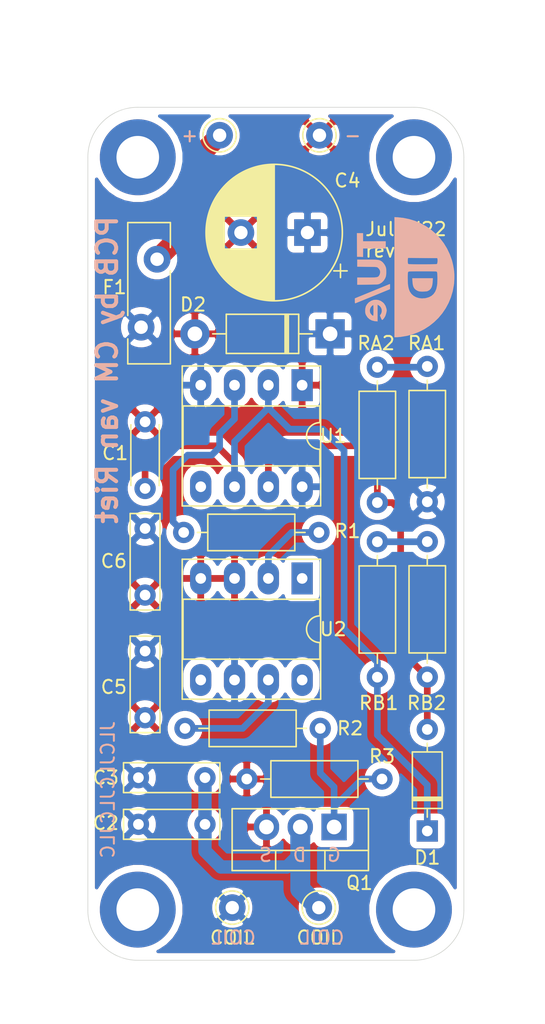
<source format=kicad_pcb>
(kicad_pcb (version 20171130) (host pcbnew "(5.1.5)-3")

  (general
    (thickness 1.6)
    (drawings 19)
    (tracks 64)
    (zones 0)
    (modules 28)
    (nets 16)
  )

  (page A4)
  (layers
    (0 F.Cu signal)
    (31 B.Cu signal)
    (32 B.Adhes user)
    (33 F.Adhes user)
    (34 B.Paste user)
    (35 F.Paste user)
    (36 B.SilkS user)
    (37 F.SilkS user)
    (38 B.Mask user)
    (39 F.Mask user)
    (40 Dwgs.User user)
    (41 Cmts.User user hide)
    (42 Eco1.User user)
    (43 Eco2.User user)
    (44 Edge.Cuts user)
    (45 Margin user)
    (46 B.CrtYd user)
    (47 F.CrtYd user)
    (48 B.Fab user)
    (49 F.Fab user hide)
  )

  (setup
    (last_trace_width 0.25)
    (user_trace_width 0.5)
    (user_trace_width 0.75)
    (user_trace_width 1)
    (user_trace_width 1.5)
    (trace_clearance 0.2)
    (zone_clearance 0.508)
    (zone_45_only no)
    (trace_min 0.2)
    (via_size 0.8)
    (via_drill 0.4)
    (via_min_size 0.4)
    (via_min_drill 0.3)
    (uvia_size 0.3)
    (uvia_drill 0.1)
    (uvias_allowed no)
    (uvia_min_size 0.2)
    (uvia_min_drill 0.1)
    (edge_width 0.05)
    (segment_width 0.2)
    (pcb_text_width 0.3)
    (pcb_text_size 1.5 1.5)
    (mod_edge_width 0.12)
    (mod_text_size 1 1)
    (mod_text_width 0.15)
    (pad_size 5.7 5.7)
    (pad_drill 3.2)
    (pad_to_mask_clearance 0.051)
    (solder_mask_min_width 0.25)
    (aux_axis_origin 0 0)
    (visible_elements 7FFFFFFF)
    (pcbplotparams
      (layerselection 0x010fc_ffffffff)
      (usegerberextensions false)
      (usegerberattributes false)
      (usegerberadvancedattributes false)
      (creategerberjobfile false)
      (excludeedgelayer true)
      (linewidth 0.100000)
      (plotframeref false)
      (viasonmask false)
      (mode 1)
      (useauxorigin false)
      (hpglpennumber 1)
      (hpglpenspeed 20)
      (hpglpendiameter 15.000000)
      (psnegative false)
      (psa4output false)
      (plotreference true)
      (plotvalue true)
      (plotinvisibletext false)
      (padsonsilk false)
      (subtractmaskfromsilk false)
      (outputformat 1)
      (mirror false)
      (drillshape 0)
      (scaleselection 1)
      (outputdirectory "Wireless LED Gerbers/"))
  )

  (net 0 "")
  (net 1 GND)
  (net 2 "Net-(C1-Pad1)")
  (net 3 +5V)
  (net 4 "Net-(Q1-Pad1)")
  (net 5 "Net-(RA1-Pad2)")
  (net 6 "Net-(RB1-Pad2)")
  (net 7 "Net-(U1-Pad5)")
  (net 8 "Net-(U2-Pad5)")
  (net 9 "Net-(U2-Pad1)")
  (net 10 "Net-(C2-Pad2)")
  (net 11 "Net-(D1-Pad2)")
  (net 12 "Net-(R1-Pad2)")
  (net 13 "Net-(R1-Pad1)")
  (net 14 "Net-(R2-Pad1)")
  (net 15 "Net-(F1-Pad2)")

  (net_class Default "This is the default net class."
    (clearance 0.2)
    (trace_width 0.25)
    (via_dia 0.8)
    (via_drill 0.4)
    (uvia_dia 0.3)
    (uvia_drill 0.1)
    (add_net +5V)
    (add_net GND)
    (add_net "Net-(C1-Pad1)")
    (add_net "Net-(C2-Pad2)")
    (add_net "Net-(D1-Pad2)")
    (add_net "Net-(F1-Pad2)")
    (add_net "Net-(Q1-Pad1)")
    (add_net "Net-(R1-Pad1)")
    (add_net "Net-(R1-Pad2)")
    (add_net "Net-(R2-Pad1)")
    (add_net "Net-(RA1-Pad2)")
    (add_net "Net-(RB1-Pad2)")
    (add_net "Net-(U1-Pad5)")
    (add_net "Net-(U2-Pad1)")
    (add_net "Net-(U2-Pad5)")
  )

  (module "Wireless LEDs:logo" (layer B.Cu) (tedit 62D6A3D0) (tstamp 62D6FA71)
    (at 51.3 29.75 270)
    (fp_text reference G*** (at 0 -4.9 90) (layer F.Fab) hide
      (effects (font (size 1.524 1.524) (thickness 0.3)) (justify mirror))
    )
    (fp_text value LOGO (at 0 -6.925 90) (layer F.Fab) hide
      (effects (font (size 1.524 1.524) (thickness 0.3)) (justify mirror))
    )
    (fp_poly (pts (xy 0.336887 -0.591568) (xy 0.541016 -0.613428) (xy 0.70395 -0.656855) (xy 0.83205 -0.725402)
      (xy 0.931673 -0.822623) (xy 1.009178 -0.95207) (xy 1.01835 -0.972337) (xy 1.046105 -1.043704)
      (xy 1.063365 -1.114108) (xy 1.072253 -1.198659) (xy 1.074894 -1.312468) (xy 1.074648 -1.372973)
      (xy 1.070895 -1.493088) (xy 1.062643 -1.601733) (xy 1.051269 -1.684018) (xy 1.042934 -1.716103)
      (xy 0.970931 -1.851453) (xy 0.869349 -1.955675) (xy 0.734167 -2.030991) (xy 0.561368 -2.079623)
      (xy 0.34693 -2.103792) (xy 0.341092 -2.104098) (xy 0.076276 -2.117613) (xy 0.076276 -0.577482)
      (xy 0.336887 -0.591568)) (layer B.SilkS) (width 0.01))
    (fp_poly (pts (xy -1.538238 3.572272) (xy -1.530892 3.3498) (xy -1.523546 3.127327) (xy -2.161161 3.127327)
      (xy -2.161161 1.423824) (xy -2.695095 1.423824) (xy -2.695095 3.127327) (xy -3.305306 3.127327)
      (xy -3.305306 3.585644) (xy -1.538238 3.572272)) (layer B.SilkS) (width 0.01))
    (fp_poly (pts (xy -0.782932 2.824034) (xy -0.780599 2.610572) (xy -0.778125 2.44196) (xy -0.775063 2.312199)
      (xy -0.77097 2.215289) (xy -0.765397 2.145231) (xy -0.757901 2.096025) (xy -0.748034 2.061671)
      (xy -0.735351 2.03617) (xy -0.723054 2.018348) (xy -0.615566 1.911024) (xy -0.491046 1.849271)
      (xy -0.355938 1.834658) (xy -0.216687 1.868753) (xy -0.179859 1.886176) (xy -0.124116 1.916875)
      (xy -0.079497 1.948235) (xy -0.044766 1.98601) (xy -0.018685 2.035953) (xy -0.000018 2.103816)
      (xy 0.012474 2.195354) (xy 0.020025 2.31632) (xy 0.023875 2.472466) (xy 0.02526 2.669547)
      (xy 0.025425 2.840895) (xy 0.025425 3.55956) (xy 0.562072 3.55956) (xy 0.554359 2.777728)
      (xy 0.552043 2.556959) (xy 0.54963 2.38084) (xy 0.546669 2.243169) (xy 0.542709 2.137746)
      (xy 0.537299 2.058371) (xy 0.529988 1.998843) (xy 0.520324 1.952962) (xy 0.507857 1.914528)
      (xy 0.492135 1.877339) (xy 0.488223 1.868769) (xy 0.386949 1.706733) (xy 0.246768 1.568825)
      (xy 0.077475 1.464552) (xy 0.066549 1.459547) (xy -0.019256 1.424757) (xy -0.100448 1.402636)
      (xy -0.194555 1.389887) (xy -0.319105 1.383214) (xy -0.343243 1.382484) (xy -0.465208 1.381882)
      (xy -0.580145 1.386242) (xy -0.670598 1.394698) (xy -0.701479 1.400261) (xy -0.834302 1.449323)
      (xy -0.971727 1.528408) (xy -1.093594 1.624458) (xy -1.161521 1.698269) (xy -1.204414 1.758066)
      (xy -1.238961 1.817015) (xy -1.266055 1.881317) (xy -1.286588 1.957171) (xy -1.301453 2.050773)
      (xy -1.31154 2.168325) (xy -1.317743 2.316024) (xy -1.320954 2.500069) (xy -1.322065 2.726659)
      (xy -1.322122 2.814124) (xy -1.322122 3.55956) (xy -0.790389 3.55956) (xy -0.782932 2.824034)) (layer B.SilkS) (width 0.01))
    (fp_poly (pts (xy 2.608353 2.959053) (xy 2.693858 2.949587) (xy 2.767752 2.928647) (xy 2.849582 2.892438)
      (xy 2.853349 2.890592) (xy 3.017169 2.782915) (xy 3.14699 2.639784) (xy 3.23948 2.466306)
      (xy 3.291312 2.267589) (xy 3.298052 2.208519) (xy 3.31268 2.034034) (xy 2.058153 2.034034)
      (xy 2.094675 1.964114) (xy 2.183135 1.845337) (xy 2.299738 1.762468) (xy 2.434227 1.718077)
      (xy 2.576345 1.714735) (xy 2.715838 1.755011) (xy 2.78108 1.792096) (xy 2.87028 1.852629)
      (xy 3.036942 1.786505) (xy 3.119334 1.749655) (xy 3.17891 1.715077) (xy 3.203505 1.689903)
      (xy 3.203603 1.688777) (xy 3.182452 1.647925) (xy 3.125769 1.59298) (xy 3.043713 1.532171)
      (xy 2.946442 1.473729) (xy 2.923144 1.461567) (xy 2.853219 1.433239) (xy 2.758958 1.403988)
      (xy 2.656303 1.37769) (xy 2.561194 1.358218) (xy 2.489573 1.349447) (xy 2.466266 1.350525)
      (xy 2.435706 1.356589) (xy 2.373586 1.368831) (xy 2.342488 1.374946) (xy 2.15204 1.436991)
      (xy 1.98564 1.543763) (xy 1.896547 1.62998) (xy 1.784121 1.790576) (xy 1.715709 1.967742)
      (xy 1.691174 2.153263) (xy 1.710381 2.338921) (xy 1.715814 2.354283) (xy 2.084885 2.354283)
      (xy 2.108891 2.34917) (xy 2.175237 2.344794) (xy 2.275413 2.341472) (xy 2.400909 2.339522)
      (xy 2.491691 2.339139) (xy 2.6508 2.340031) (xy 2.76504 2.343031) (xy 2.840372 2.348625)
      (xy 2.882751 2.357297) (xy 2.898135 2.369534) (xy 2.898498 2.37229) (xy 2.879128 2.414227)
      (xy 2.830061 2.470316) (xy 2.76486 2.527981) (xy 2.697092 2.574648) (xy 2.661658 2.591834)
      (xy 2.529497 2.617609) (xy 2.392264 2.603701) (xy 2.264759 2.554292) (xy 2.161783 2.473562)
      (xy 2.137877 2.443848) (xy 2.102767 2.390716) (xy 2.085312 2.356805) (xy 2.084885 2.354283)
      (xy 1.715814 2.354283) (xy 1.773195 2.5165) (xy 1.87948 2.677783) (xy 1.914479 2.716305)
      (xy 2.048388 2.834753) (xy 2.185112 2.910819) (xy 2.339337 2.950724) (xy 2.491691 2.960843)
      (xy 2.608353 2.959053)) (layer B.SilkS) (width 0.01))
    (fp_poly (pts (xy 1.861878 3.735143) (xy 1.927793 3.72882) (xy 1.957226 3.719864) (xy 1.957719 3.718468)
      (xy 1.948344 3.692016) (xy 1.921398 3.62285) (xy 1.878624 3.515292) (xy 1.821767 3.373668)
      (xy 1.752572 3.202302) (xy 1.672783 3.005519) (xy 1.584145 2.787642) (xy 1.488401 2.552996)
      (xy 1.426937 2.402703) (xy 0.896194 1.106006) (xy 0.699861 1.098535) (xy 0.608126 1.097691)
      (xy 0.541988 1.102217) (xy 0.512692 1.111193) (xy 0.512374 1.113861) (xy 0.523409 1.14103)
      (xy 0.551945 1.210917) (xy 0.596207 1.319188) (xy 0.654422 1.461506) (xy 0.724814 1.633533)
      (xy 0.805609 1.830934) (xy 0.895034 2.049372) (xy 0.991313 2.28451) (xy 1.0538 2.437098)
      (xy 1.586379 3.737537) (xy 1.772068 3.737537) (xy 1.861878 3.735143)) (layer B.SilkS) (width 0.01))
    (fp_poly (pts (xy 4.500091 0.641992) (xy 4.496986 0.559621) (xy 4.488918 0.447462) (xy 4.477444 0.326161)
      (xy 4.473721 0.292392) (xy 4.39519 -0.180433) (xy 4.271283 -0.634368) (xy 4.104392 -1.067016)
      (xy 3.89691 -1.475983) (xy 3.651227 -1.858871) (xy 3.369736 -2.213286) (xy 3.054828 -2.536831)
      (xy 2.708896 -2.82711) (xy 2.33433 -3.081728) (xy 1.933524 -3.298288) (xy 1.508868 -3.474395)
      (xy 1.062755 -3.607653) (xy 0.597577 -3.695665) (xy 0.477729 -3.710412) (xy 0.330094 -3.722363)
      (xy 0.154942 -3.729964) (xy -0.029963 -3.73301) (xy -0.206856 -3.731299) (xy -0.357974 -3.724627)
      (xy -0.406807 -3.720564) (xy -0.632881 -3.690725) (xy -0.879768 -3.645752) (xy -1.121644 -3.590789)
      (xy -1.286782 -3.545331) (xy -1.736493 -3.383517) (xy -2.160125 -3.179526) (xy -2.55556 -2.936035)
      (xy -2.920679 -2.655719) (xy -3.253365 -2.341253) (xy -3.551498 -1.995314) (xy -3.812961 -1.620577)
      (xy -4.035635 -1.219717) (xy -4.217402 -0.795411) (xy -4.356143 -0.350334) (xy -4.374331 -0.260325)
      (xy -1.449785 -0.260325) (xy -1.436537 -2.453063) (xy -1.36026 -2.469359) (xy -1.283824 -2.476947)
      (xy -1.190024 -2.474632) (xy -1.097567 -2.46422) (xy -1.025157 -2.447519) (xy -0.997948 -2.434345)
      (xy -0.989743 -2.416437) (xy -0.982964 -2.374418) (xy -0.977503 -2.304583) (xy -0.973251 -2.203224)
      (xy -0.970102 -2.066637) (xy -0.967946 -1.891116) (xy -0.966675 -1.672954) (xy -0.966181 -1.408446)
      (xy -0.966167 -1.347548) (xy -0.444945 -1.347548) (xy -0.44486 -1.60587) (xy -0.444459 -1.818074)
      (xy -0.443528 -1.988892) (xy -0.441851 -2.123055) (xy -0.439211 -2.225296) (xy -0.435394 -2.300348)
      (xy -0.430183 -2.352942) (xy -0.423363 -2.38781) (xy -0.414717 -2.409685) (xy -0.404032 -2.423299)
      (xy -0.395591 -2.430178) (xy -0.349993 -2.444471) (xy -0.263308 -2.45536) (xy -0.145191 -2.462765)
      (xy -0.005299 -2.466604) (xy 0.146713 -2.466794) (xy 0.301191 -2.463254) (xy 0.448477 -2.455903)
      (xy 0.578918 -2.444658) (xy 0.625853 -2.438824) (xy 0.876043 -2.384647) (xy 1.088273 -2.296727)
      (xy 1.263033 -2.174601) (xy 1.400811 -2.017805) (xy 1.502097 -1.825875) (xy 1.567379 -1.598349)
      (xy 1.578066 -1.536285) (xy 1.593995 -1.293413) (xy 1.567968 -1.064805) (xy 1.50238 -0.855617)
      (xy 1.399624 -0.671003) (xy 1.262097 -0.516117) (xy 1.092191 -0.396115) (xy 1.035187 -0.367652)
      (xy 0.898888 -0.315768) (xy 0.743035 -0.277124) (xy 0.560049 -0.250629) (xy 0.342349 -0.235196)
      (xy 0.082358 -0.229735) (xy 0.074779 -0.229716) (xy -0.093382 -0.23042) (xy -0.217547 -0.233684)
      (xy -0.30453 -0.240018) (xy -0.361144 -0.249931) (xy -0.394204 -0.263933) (xy -0.395591 -0.264917)
      (xy -0.40777 -0.275637) (xy -0.417764 -0.291436) (xy -0.425787 -0.317047) (xy -0.432057 -0.357201)
      (xy -0.436787 -0.416631) (xy -0.440195 -0.500069) (xy -0.442496 -0.612247) (xy -0.443905 -0.757897)
      (xy -0.444638 -0.941752) (xy -0.444912 -1.168544) (xy -0.444945 -1.347548) (xy -0.966167 -1.347548)
      (xy -0.966166 -1.345329) (xy -0.966247 -1.084784) (xy -0.966627 -0.870442) (xy -0.967518 -0.697656)
      (xy -0.969128 -0.561778) (xy -0.971668 -0.458162) (xy -0.975347 -0.382158) (xy -0.980374 -0.32912)
      (xy -0.986959 -0.294401) (xy -0.995313 -0.273352) (xy -1.005644 -0.261327) (xy -1.015346 -0.255149)
      (xy -1.072244 -0.239718) (xy -1.160032 -0.23117) (xy -1.259148 -0.230036) (xy -1.350028 -0.236846)
      (xy -1.39231 -0.244924) (xy -1.449785 -0.260325) (xy -4.374331 -0.260325) (xy -4.44974 0.112839)
      (xy -4.491182 0.502152) (xy -4.507943 0.762763) (xy 4.5003 0.762763) (xy 4.500091 0.641992)) (layer B.SilkS) (width 0.01))
  )

  (module Fuse:Fuse_Bourns_MF-RG500 (layer F.Cu) (tedit 5B8F0E50) (tstamp 62D6FE4A)
    (at 31.5 33.5 90)
    (descr "PTC Resettable Fuse, Ihold = 5.0A, Itrip=8.5A, http://www.bourns.com/docs/Product-Datasheets/mfrg.pdf")
    (tags "ptc resettable fuse polyfuse THT")
    (path /62C30C1C)
    (fp_text reference F1 (at 3 -2 180) (layer F.SilkS)
      (effects (font (size 1 1) (thickness 0.15)))
    )
    (fp_text value Polyfuse_Small (at 2.55 3.1 90) (layer F.Fab)
      (effects (font (size 1 1) (thickness 0.15)))
    )
    (fp_text user %R (at 2.55 0.6 90) (layer F.Fab)
      (effects (font (size 1 1) (thickness 0.15)))
    )
    (fp_line (start 8 -1.15) (end -2.9 -1.15) (layer F.CrtYd) (width 0.05))
    (fp_line (start 8 2.35) (end 8 -1.15) (layer F.CrtYd) (width 0.05))
    (fp_line (start -2.9 2.35) (end 8 2.35) (layer F.CrtYd) (width 0.05))
    (fp_line (start -2.9 -1.15) (end -2.9 2.35) (layer F.CrtYd) (width 0.05))
    (fp_line (start 7.85 -1) (end 7.85 2.2) (layer F.SilkS) (width 0.12))
    (fp_line (start -2.751 -1) (end -2.751 2.2) (layer F.SilkS) (width 0.12))
    (fp_line (start 5.979 2.2) (end 7.85 2.2) (layer F.SilkS) (width 0.12))
    (fp_line (start -2.751 2.2) (end 4.222 2.2) (layer F.SilkS) (width 0.12))
    (fp_line (start 0.879 -1) (end 7.85 -1) (layer F.SilkS) (width 0.12))
    (fp_line (start -2.751 -1) (end -0.879 -1) (layer F.SilkS) (width 0.12))
    (fp_line (start 7.75 -0.9) (end -2.65 -0.9) (layer F.Fab) (width 0.1))
    (fp_line (start 7.75 2.1) (end 7.75 -0.9) (layer F.Fab) (width 0.1))
    (fp_line (start -2.65 2.1) (end 7.75 2.1) (layer F.Fab) (width 0.1))
    (fp_line (start -2.65 -0.9) (end -2.65 2.1) (layer F.Fab) (width 0.1))
    (pad 2 thru_hole circle (at 5.1 1.2 90) (size 2.01 2.01) (drill 1.01) (layers *.Cu *.Mask)
      (net 15 "Net-(F1-Pad2)"))
    (pad 1 thru_hole circle (at 0 0 90) (size 2.01 2.01) (drill 1.01) (layers *.Cu *.Mask)
      (net 3 +5V))
    (model ${KISYS3DMOD}/Fuse.3dshapes/Fuse_Bourns_MF-RG500.wrl
      (at (xyz 0 0 0))
      (scale (xyz 1 1 1))
      (rotate (xyz 0 0 0))
    )
  )

  (module Resistor_THT:R_Axial_DIN0207_L6.3mm_D2.5mm_P10.16mm_Horizontal (layer F.Cu) (tedit 5AE5139B) (tstamp 62C1CCF7)
    (at 49.6 67.4 180)
    (descr "Resistor, Axial_DIN0207 series, Axial, Horizontal, pin pitch=10.16mm, 0.25W = 1/4W, length*diameter=6.3*2.5mm^2, http://cdn-reichelt.de/documents/datenblatt/B400/1_4W%23YAG.pdf")
    (tags "Resistor Axial_DIN0207 series Axial Horizontal pin pitch 10.16mm 0.25W = 1/4W length 6.3mm diameter 2.5mm")
    (path /62C32DC8)
    (fp_text reference R3 (at 0 1.7) (layer F.SilkS)
      (effects (font (size 1 1) (thickness 0.15)))
    )
    (fp_text value 10k (at 5.08 2.37) (layer F.Fab)
      (effects (font (size 1 1) (thickness 0.15)))
    )
    (fp_text user %R (at 5.08 0) (layer F.Fab)
      (effects (font (size 1 1) (thickness 0.15)))
    )
    (fp_line (start 11.21 -1.5) (end -1.05 -1.5) (layer F.CrtYd) (width 0.05))
    (fp_line (start 11.21 1.5) (end 11.21 -1.5) (layer F.CrtYd) (width 0.05))
    (fp_line (start -1.05 1.5) (end 11.21 1.5) (layer F.CrtYd) (width 0.05))
    (fp_line (start -1.05 -1.5) (end -1.05 1.5) (layer F.CrtYd) (width 0.05))
    (fp_line (start 9.12 0) (end 8.35 0) (layer F.SilkS) (width 0.12))
    (fp_line (start 1.04 0) (end 1.81 0) (layer F.SilkS) (width 0.12))
    (fp_line (start 8.35 -1.37) (end 1.81 -1.37) (layer F.SilkS) (width 0.12))
    (fp_line (start 8.35 1.37) (end 8.35 -1.37) (layer F.SilkS) (width 0.12))
    (fp_line (start 1.81 1.37) (end 8.35 1.37) (layer F.SilkS) (width 0.12))
    (fp_line (start 1.81 -1.37) (end 1.81 1.37) (layer F.SilkS) (width 0.12))
    (fp_line (start 10.16 0) (end 8.23 0) (layer F.Fab) (width 0.1))
    (fp_line (start 0 0) (end 1.93 0) (layer F.Fab) (width 0.1))
    (fp_line (start 8.23 -1.25) (end 1.93 -1.25) (layer F.Fab) (width 0.1))
    (fp_line (start 8.23 1.25) (end 8.23 -1.25) (layer F.Fab) (width 0.1))
    (fp_line (start 1.93 1.25) (end 8.23 1.25) (layer F.Fab) (width 0.1))
    (fp_line (start 1.93 -1.25) (end 1.93 1.25) (layer F.Fab) (width 0.1))
    (pad 2 thru_hole oval (at 10.16 0 180) (size 1.6 1.6) (drill 0.8) (layers *.Cu *.Mask)
      (net 1 GND))
    (pad 1 thru_hole circle (at 0 0 180) (size 1.6 1.6) (drill 0.8) (layers *.Cu *.Mask)
      (net 4 "Net-(Q1-Pad1)"))
    (model ${KISYS3DMOD}/Resistor_THT.3dshapes/R_Axial_DIN0207_L6.3mm_D2.5mm_P10.16mm_Horizontal.wrl
      (at (xyz 0 0 0))
      (scale (xyz 1 1 1))
      (rotate (xyz 0 0 0))
    )
  )

  (module Resistor_THT:R_Axial_DIN0207_L6.3mm_D2.5mm_P10.16mm_Horizontal (layer F.Cu) (tedit 5AE5139B) (tstamp 62C1C2C8)
    (at 34.8 63.6)
    (descr "Resistor, Axial_DIN0207 series, Axial, Horizontal, pin pitch=10.16mm, 0.25W = 1/4W, length*diameter=6.3*2.5mm^2, http://cdn-reichelt.de/documents/datenblatt/B400/1_4W%23YAG.pdf")
    (tags "Resistor Axial_DIN0207 series Axial Horizontal pin pitch 10.16mm 0.25W = 1/4W length 6.3mm diameter 2.5mm")
    (path /62C1FE51)
    (fp_text reference R2 (at 12.4 0) (layer F.SilkS)
      (effects (font (size 1 1) (thickness 0.15)))
    )
    (fp_text value 1k (at 5.08 2.37) (layer F.Fab)
      (effects (font (size 1 1) (thickness 0.15)))
    )
    (fp_text user %R (at 5.08 0) (layer F.Fab)
      (effects (font (size 1 1) (thickness 0.15)))
    )
    (fp_line (start 11.21 -1.5) (end -1.05 -1.5) (layer F.CrtYd) (width 0.05))
    (fp_line (start 11.21 1.5) (end 11.21 -1.5) (layer F.CrtYd) (width 0.05))
    (fp_line (start -1.05 1.5) (end 11.21 1.5) (layer F.CrtYd) (width 0.05))
    (fp_line (start -1.05 -1.5) (end -1.05 1.5) (layer F.CrtYd) (width 0.05))
    (fp_line (start 9.12 0) (end 8.35 0) (layer F.SilkS) (width 0.12))
    (fp_line (start 1.04 0) (end 1.81 0) (layer F.SilkS) (width 0.12))
    (fp_line (start 8.35 -1.37) (end 1.81 -1.37) (layer F.SilkS) (width 0.12))
    (fp_line (start 8.35 1.37) (end 8.35 -1.37) (layer F.SilkS) (width 0.12))
    (fp_line (start 1.81 1.37) (end 8.35 1.37) (layer F.SilkS) (width 0.12))
    (fp_line (start 1.81 -1.37) (end 1.81 1.37) (layer F.SilkS) (width 0.12))
    (fp_line (start 10.16 0) (end 8.23 0) (layer F.Fab) (width 0.1))
    (fp_line (start 0 0) (end 1.93 0) (layer F.Fab) (width 0.1))
    (fp_line (start 8.23 -1.25) (end 1.93 -1.25) (layer F.Fab) (width 0.1))
    (fp_line (start 8.23 1.25) (end 8.23 -1.25) (layer F.Fab) (width 0.1))
    (fp_line (start 1.93 1.25) (end 8.23 1.25) (layer F.Fab) (width 0.1))
    (fp_line (start 1.93 -1.25) (end 1.93 1.25) (layer F.Fab) (width 0.1))
    (pad 2 thru_hole oval (at 10.16 0) (size 1.6 1.6) (drill 0.8) (layers *.Cu *.Mask)
      (net 4 "Net-(Q1-Pad1)"))
    (pad 1 thru_hole circle (at 0 0) (size 1.6 1.6) (drill 0.8) (layers *.Cu *.Mask)
      (net 14 "Net-(R2-Pad1)"))
    (model ${KISYS3DMOD}/Resistor_THT.3dshapes/R_Axial_DIN0207_L6.3mm_D2.5mm_P10.16mm_Horizontal.wrl
      (at (xyz 0 0 0))
      (scale (xyz 1 1 1))
      (rotate (xyz 0 0 0))
    )
  )

  (module Resistor_THT:R_Axial_DIN0207_L6.3mm_D2.5mm_P10.16mm_Horizontal (layer F.Cu) (tedit 5AE5139B) (tstamp 62C1C2B1)
    (at 34.7 48.9)
    (descr "Resistor, Axial_DIN0207 series, Axial, Horizontal, pin pitch=10.16mm, 0.25W = 1/4W, length*diameter=6.3*2.5mm^2, http://cdn-reichelt.de/documents/datenblatt/B400/1_4W%23YAG.pdf")
    (tags "Resistor Axial_DIN0207 series Axial Horizontal pin pitch 10.16mm 0.25W = 1/4W length 6.3mm diameter 2.5mm")
    (path /62C1CB5C)
    (fp_text reference R1 (at 12.3 -0.1) (layer F.SilkS)
      (effects (font (size 1 1) (thickness 0.15)))
    )
    (fp_text value 1k (at 5.08 2.37) (layer F.Fab)
      (effects (font (size 1 1) (thickness 0.15)))
    )
    (fp_text user %R (at 5.08 0) (layer F.Fab)
      (effects (font (size 1 1) (thickness 0.15)))
    )
    (fp_line (start 11.21 -1.5) (end -1.05 -1.5) (layer F.CrtYd) (width 0.05))
    (fp_line (start 11.21 1.5) (end 11.21 -1.5) (layer F.CrtYd) (width 0.05))
    (fp_line (start -1.05 1.5) (end 11.21 1.5) (layer F.CrtYd) (width 0.05))
    (fp_line (start -1.05 -1.5) (end -1.05 1.5) (layer F.CrtYd) (width 0.05))
    (fp_line (start 9.12 0) (end 8.35 0) (layer F.SilkS) (width 0.12))
    (fp_line (start 1.04 0) (end 1.81 0) (layer F.SilkS) (width 0.12))
    (fp_line (start 8.35 -1.37) (end 1.81 -1.37) (layer F.SilkS) (width 0.12))
    (fp_line (start 8.35 1.37) (end 8.35 -1.37) (layer F.SilkS) (width 0.12))
    (fp_line (start 1.81 1.37) (end 8.35 1.37) (layer F.SilkS) (width 0.12))
    (fp_line (start 1.81 -1.37) (end 1.81 1.37) (layer F.SilkS) (width 0.12))
    (fp_line (start 10.16 0) (end 8.23 0) (layer F.Fab) (width 0.1))
    (fp_line (start 0 0) (end 1.93 0) (layer F.Fab) (width 0.1))
    (fp_line (start 8.23 -1.25) (end 1.93 -1.25) (layer F.Fab) (width 0.1))
    (fp_line (start 8.23 1.25) (end 8.23 -1.25) (layer F.Fab) (width 0.1))
    (fp_line (start 1.93 1.25) (end 8.23 1.25) (layer F.Fab) (width 0.1))
    (fp_line (start 1.93 -1.25) (end 1.93 1.25) (layer F.Fab) (width 0.1))
    (pad 2 thru_hole oval (at 10.16 0) (size 1.6 1.6) (drill 0.8) (layers *.Cu *.Mask)
      (net 12 "Net-(R1-Pad2)"))
    (pad 1 thru_hole circle (at 0 0) (size 1.6 1.6) (drill 0.8) (layers *.Cu *.Mask)
      (net 13 "Net-(R1-Pad1)"))
    (model ${KISYS3DMOD}/Resistor_THT.3dshapes/R_Axial_DIN0207_L6.3mm_D2.5mm_P10.16mm_Horizontal.wrl
      (at (xyz 0 0 0))
      (scale (xyz 1 1 1))
      (rotate (xyz 0 0 0))
    )
  )

  (module Diode_THT:D_DO-41_SOD81_P10.16mm_Horizontal (layer F.Cu) (tedit 5AE50CD5) (tstamp 62C1CBB0)
    (at 45.7 34 180)
    (descr "Diode, DO-41_SOD81 series, Axial, Horizontal, pin pitch=10.16mm, , length*diameter=5.2*2.7mm^2, , http://www.diodes.com/_files/packages/DO-41%20(Plastic).pdf")
    (tags "Diode DO-41_SOD81 series Axial Horizontal pin pitch 10.16mm  length 5.2mm diameter 2.7mm")
    (path /62C1BAF5)
    (fp_text reference D2 (at 10.3 2.2) (layer F.SilkS)
      (effects (font (size 1 1) (thickness 0.15)))
    )
    (fp_text value 1N4007 (at 5.08 2.47) (layer F.Fab)
      (effects (font (size 1 1) (thickness 0.15)))
    )
    (fp_text user K (at 0 -2.1) (layer F.Fab)
      (effects (font (size 1 1) (thickness 0.15)))
    )
    (fp_text user %R (at 5.47 0) (layer F.Fab)
      (effects (font (size 1 1) (thickness 0.15)))
    )
    (fp_line (start 11.51 -1.6) (end -1.35 -1.6) (layer F.CrtYd) (width 0.05))
    (fp_line (start 11.51 1.6) (end 11.51 -1.6) (layer F.CrtYd) (width 0.05))
    (fp_line (start -1.35 1.6) (end 11.51 1.6) (layer F.CrtYd) (width 0.05))
    (fp_line (start -1.35 -1.6) (end -1.35 1.6) (layer F.CrtYd) (width 0.05))
    (fp_line (start 3.14 -1.47) (end 3.14 1.47) (layer F.SilkS) (width 0.12))
    (fp_line (start 3.38 -1.47) (end 3.38 1.47) (layer F.SilkS) (width 0.12))
    (fp_line (start 3.26 -1.47) (end 3.26 1.47) (layer F.SilkS) (width 0.12))
    (fp_line (start 8.82 0) (end 7.8 0) (layer F.SilkS) (width 0.12))
    (fp_line (start 1.34 0) (end 2.36 0) (layer F.SilkS) (width 0.12))
    (fp_line (start 7.8 -1.47) (end 2.36 -1.47) (layer F.SilkS) (width 0.12))
    (fp_line (start 7.8 1.47) (end 7.8 -1.47) (layer F.SilkS) (width 0.12))
    (fp_line (start 2.36 1.47) (end 7.8 1.47) (layer F.SilkS) (width 0.12))
    (fp_line (start 2.36 -1.47) (end 2.36 1.47) (layer F.SilkS) (width 0.12))
    (fp_line (start 3.16 -1.35) (end 3.16 1.35) (layer F.Fab) (width 0.1))
    (fp_line (start 3.36 -1.35) (end 3.36 1.35) (layer F.Fab) (width 0.1))
    (fp_line (start 3.26 -1.35) (end 3.26 1.35) (layer F.Fab) (width 0.1))
    (fp_line (start 10.16 0) (end 7.68 0) (layer F.Fab) (width 0.1))
    (fp_line (start 0 0) (end 2.48 0) (layer F.Fab) (width 0.1))
    (fp_line (start 7.68 -1.35) (end 2.48 -1.35) (layer F.Fab) (width 0.1))
    (fp_line (start 7.68 1.35) (end 7.68 -1.35) (layer F.Fab) (width 0.1))
    (fp_line (start 2.48 1.35) (end 7.68 1.35) (layer F.Fab) (width 0.1))
    (fp_line (start 2.48 -1.35) (end 2.48 1.35) (layer F.Fab) (width 0.1))
    (pad 2 thru_hole oval (at 10.16 0 180) (size 2.2 2.2) (drill 1.1) (layers *.Cu *.Mask)
      (net 1 GND))
    (pad 1 thru_hole rect (at 0 0 180) (size 2.2 2.2) (drill 1.1) (layers *.Cu *.Mask)
      (net 3 +5V))
    (model ${KISYS3DMOD}/Diode_THT.3dshapes/D_DO-41_SOD81_P10.16mm_Horizontal.wrl
      (at (xyz 0 0 0))
      (scale (xyz 1 1 1))
      (rotate (xyz 0 0 0))
    )
  )

  (module MountingHole:MountingHole_3.2mm_M3_ISO7380_Pad (layer F.Cu) (tedit 56D1B4CB) (tstamp 62BFA41B)
    (at 52 77.2)
    (descr "Mounting Hole 3.2mm, M3, ISO7380")
    (tags "mounting hole 3.2mm m3 iso7380")
    (attr virtual)
    (fp_text reference REF** (at 0 -3.85) (layer Cmts.User)
      (effects (font (size 1 1) (thickness 0.15)))
    )
    (fp_text value MountingHole_3.2mm_M3_ISO7380_Pad (at 0 3.85) (layer F.Fab)
      (effects (font (size 1 1) (thickness 0.15)))
    )
    (fp_text user %R (at 0.3 0) (layer F.Fab)
      (effects (font (size 1 1) (thickness 0.15)))
    )
    (fp_circle (center 0 0) (end 2.85 0) (layer Cmts.User) (width 0.15))
    (fp_circle (center 0 0) (end 3.1 0) (layer F.CrtYd) (width 0.05))
    (pad 1 thru_hole circle (at 0 0) (size 5.7 5.7) (drill 3.2) (layers *.Cu *.Mask))
  )

  (module MountingHole:MountingHole_3.2mm_M3_ISO7380_Pad (layer F.Cu) (tedit 62BF4C44) (tstamp 62BFA372)
    (at 31.25 77.2)
    (descr "Mounting Hole 3.2mm, M3, ISO7380")
    (tags "mounting hole 3.2mm m3 iso7380")
    (attr virtual)
    (fp_text reference REF** (at 0 -3.85) (layer Cmts.User)
      (effects (font (size 1 1) (thickness 0.15)))
    )
    (fp_text value MountingHole_3.2mm_M3_ISO7380_Pad (at 0 3.85) (layer F.Fab)
      (effects (font (size 1 1) (thickness 0.15)))
    )
    (fp_circle (center 0 0) (end 3.1 0) (layer F.CrtYd) (width 0.05))
    (fp_circle (center 0 0) (end 2.85 0) (layer Cmts.User) (width 0.15))
    (fp_text user %R (at 0.3 0) (layer F.Fab)
      (effects (font (size 1 1) (thickness 0.15)))
    )
    (pad 1 thru_hole circle (at 0 0) (size 5.7 5.7) (drill 3.2) (layers *.Cu *.Mask))
  )

  (module MountingHole:MountingHole_3.2mm_M3_ISO7380_Pad (layer F.Cu) (tedit 62BF4C9E) (tstamp 62C2DCE0)
    (at 31.25 20.75)
    (descr "Mounting Hole 3.2mm, M3, ISO7380")
    (tags "mounting hole 3.2mm m3 iso7380")
    (attr virtual)
    (fp_text reference REF** (at 0 -3.85) (layer Cmts.User)
      (effects (font (size 1 1) (thickness 0.15)))
    )
    (fp_text value MountingHole_3.2mm_M3_ISO7380_Pad (at 0 3.85) (layer F.Fab)
      (effects (font (size 1 1) (thickness 0.15)))
    )
    (fp_text user %R (at 0.3 0) (layer F.Fab)
      (effects (font (size 1 1) (thickness 0.15)))
    )
    (fp_circle (center 0 0) (end 2.85 0) (layer Cmts.User) (width 0.15))
    (fp_circle (center 0 0) (end 3.1 0) (layer F.CrtYd) (width 0.05))
    (pad 1 thru_hole circle (at 0 0) (size 5.7 5.7) (drill 3.2) (layers *.Cu *.Mask))
  )

  (module MountingHole:MountingHole_3.2mm_M3_ISO7380_Pad (layer F.Cu) (tedit 56D1B4CB) (tstamp 62C2DCF5)
    (at 52 20.75)
    (descr "Mounting Hole 3.2mm, M3, ISO7380")
    (tags "mounting hole 3.2mm m3 iso7380")
    (attr virtual)
    (fp_text reference REF** (at 0 -3.85) (layer Cmts.User)
      (effects (font (size 1 1) (thickness 0.15)))
    )
    (fp_text value MountingHole_3.2mm_M3_ISO7380_Pad (at 0 3.85) (layer F.Fab)
      (effects (font (size 1 1) (thickness 0.15)))
    )
    (fp_circle (center 0 0) (end 3.1 0) (layer F.CrtYd) (width 0.05))
    (fp_circle (center 0 0) (end 2.85 0) (layer Cmts.User) (width 0.15))
    (fp_text user %R (at 0.3 0) (layer F.Fab)
      (effects (font (size 1 1) (thickness 0.15)))
    )
    (pad 1 thru_hole circle (at 0 0) (size 5.7 5.7) (drill 3.2) (layers *.Cu *.Mask))
  )

  (module Diode_THT:D_DO-35_SOD27_P7.62mm_Horizontal (layer F.Cu) (tedit 5AE50CD5) (tstamp 62BDC560)
    (at 53 71.3 90)
    (descr "Diode, DO-35_SOD27 series, Axial, Horizontal, pin pitch=7.62mm, , length*diameter=4*2mm^2, , http://www.diodes.com/_files/packages/DO-35.pdf")
    (tags "Diode DO-35_SOD27 series Axial Horizontal pin pitch 7.62mm  length 4mm diameter 2mm")
    (path /62BE42D0)
    (fp_text reference D1 (at -2 0 180) (layer F.SilkS)
      (effects (font (size 1 1) (thickness 0.15)))
    )
    (fp_text value 1N4148 (at 3.81 2.12 90) (layer F.Fab)
      (effects (font (size 1 1) (thickness 0.15)))
    )
    (fp_text user K (at 0 -1.8 90) (layer F.Fab)
      (effects (font (size 1 1) (thickness 0.15)))
    )
    (fp_text user %R (at 4.11 0 90) (layer F.Fab)
      (effects (font (size 0.8 0.8) (thickness 0.12)))
    )
    (fp_line (start 8.67 -1.25) (end -1.05 -1.25) (layer F.CrtYd) (width 0.05))
    (fp_line (start 8.67 1.25) (end 8.67 -1.25) (layer F.CrtYd) (width 0.05))
    (fp_line (start -1.05 1.25) (end 8.67 1.25) (layer F.CrtYd) (width 0.05))
    (fp_line (start -1.05 -1.25) (end -1.05 1.25) (layer F.CrtYd) (width 0.05))
    (fp_line (start 2.29 -1.12) (end 2.29 1.12) (layer F.SilkS) (width 0.12))
    (fp_line (start 2.53 -1.12) (end 2.53 1.12) (layer F.SilkS) (width 0.12))
    (fp_line (start 2.41 -1.12) (end 2.41 1.12) (layer F.SilkS) (width 0.12))
    (fp_line (start 6.58 0) (end 5.93 0) (layer F.SilkS) (width 0.12))
    (fp_line (start 1.04 0) (end 1.69 0) (layer F.SilkS) (width 0.12))
    (fp_line (start 5.93 -1.12) (end 1.69 -1.12) (layer F.SilkS) (width 0.12))
    (fp_line (start 5.93 1.12) (end 5.93 -1.12) (layer F.SilkS) (width 0.12))
    (fp_line (start 1.69 1.12) (end 5.93 1.12) (layer F.SilkS) (width 0.12))
    (fp_line (start 1.69 -1.12) (end 1.69 1.12) (layer F.SilkS) (width 0.12))
    (fp_line (start 2.31 -1) (end 2.31 1) (layer F.Fab) (width 0.1))
    (fp_line (start 2.51 -1) (end 2.51 1) (layer F.Fab) (width 0.1))
    (fp_line (start 2.41 -1) (end 2.41 1) (layer F.Fab) (width 0.1))
    (fp_line (start 7.62 0) (end 5.81 0) (layer F.Fab) (width 0.1))
    (fp_line (start 0 0) (end 1.81 0) (layer F.Fab) (width 0.1))
    (fp_line (start 5.81 -1) (end 1.81 -1) (layer F.Fab) (width 0.1))
    (fp_line (start 5.81 1) (end 5.81 -1) (layer F.Fab) (width 0.1))
    (fp_line (start 1.81 1) (end 5.81 1) (layer F.Fab) (width 0.1))
    (fp_line (start 1.81 -1) (end 1.81 1) (layer F.Fab) (width 0.1))
    (pad 2 thru_hole oval (at 7.62 0 90) (size 1.6 1.6) (drill 0.8) (layers *.Cu *.Mask)
      (net 11 "Net-(D1-Pad2)"))
    (pad 1 thru_hole rect (at 0 0 90) (size 1.6 1.6) (drill 0.8) (layers *.Cu *.Mask)
      (net 2 "Net-(C1-Pad1)"))
    (model ${KISYS3DMOD}/Diode_THT.3dshapes/D_DO-35_SOD27_P7.62mm_Horizontal.wrl
      (at (xyz 0 0 0))
      (scale (xyz 1 1 1))
      (rotate (xyz 0 0 0))
    )
  )

  (module Capacitor_THT:C_Disc_D4.3mm_W1.9mm_P5.00mm (layer F.Cu) (tedit 5AE50EF0) (tstamp 62BE4E89)
    (at 31.8 45.6 90)
    (descr "C, Disc series, Radial, pin pitch=5.00mm, , diameter*width=4.3*1.9mm^2, Capacitor, http://www.vishay.com/docs/45233/krseries.pdf")
    (tags "C Disc series Radial pin pitch 5.00mm  diameter 4.3mm width 1.9mm Capacitor")
    (path /627EDE41)
    (fp_text reference C1 (at 2.65 -2.25 180) (layer F.SilkS)
      (effects (font (size 1 1) (thickness 0.15)))
    )
    (fp_text value 0.1nF (at 3.3 -2 90) (layer F.Fab)
      (effects (font (size 1 1) (thickness 0.15)))
    )
    (fp_text user %R (at 2.5 0 90) (layer F.Fab)
      (effects (font (size 0.86 0.86) (thickness 0.129)))
    )
    (fp_line (start 6.05 -1.2) (end -1.05 -1.2) (layer F.CrtYd) (width 0.05))
    (fp_line (start 6.05 1.2) (end 6.05 -1.2) (layer F.CrtYd) (width 0.05))
    (fp_line (start -1.05 1.2) (end 6.05 1.2) (layer F.CrtYd) (width 0.05))
    (fp_line (start -1.05 -1.2) (end -1.05 1.2) (layer F.CrtYd) (width 0.05))
    (fp_line (start 4.77 1.055) (end 4.77 1.07) (layer F.SilkS) (width 0.12))
    (fp_line (start 4.77 -1.07) (end 4.77 -1.055) (layer F.SilkS) (width 0.12))
    (fp_line (start 0.23 1.055) (end 0.23 1.07) (layer F.SilkS) (width 0.12))
    (fp_line (start 0.23 -1.07) (end 0.23 -1.055) (layer F.SilkS) (width 0.12))
    (fp_line (start 0.23 1.07) (end 4.77 1.07) (layer F.SilkS) (width 0.12))
    (fp_line (start 0.23 -1.07) (end 4.77 -1.07) (layer F.SilkS) (width 0.12))
    (fp_line (start 4.65 -0.95) (end 0.35 -0.95) (layer F.Fab) (width 0.1))
    (fp_line (start 4.65 0.95) (end 4.65 -0.95) (layer F.Fab) (width 0.1))
    (fp_line (start 0.35 0.95) (end 4.65 0.95) (layer F.Fab) (width 0.1))
    (fp_line (start 0.35 -0.95) (end 0.35 0.95) (layer F.Fab) (width 0.1))
    (pad 2 thru_hole circle (at 5 0 90) (size 1.6 1.6) (drill 0.8) (layers *.Cu *.Mask)
      (net 1 GND))
    (pad 1 thru_hole circle (at 0 0 90) (size 1.6 1.6) (drill 0.8) (layers *.Cu *.Mask)
      (net 2 "Net-(C1-Pad1)"))
    (model ${KISYS3DMOD}/Capacitor_THT.3dshapes/C_Disc_D4.3mm_W1.9mm_P5.00mm.wrl
      (at (xyz 0 0 0))
      (scale (xyz 1 1 1))
      (rotate (xyz 0 0 0))
    )
  )

  (module Package_TO_SOT_THT:TO-220-3_Vertical (layer F.Cu) (tedit 5AC8BA0D) (tstamp 62BCB93F)
    (at 46 71 180)
    (descr "TO-220-3, Vertical, RM 2.54mm, see https://www.vishay.com/docs/66542/to-220-1.pdf")
    (tags "TO-220-3 Vertical RM 2.54mm")
    (path /627FA2AC)
    (fp_text reference Q1 (at -1.9 -4.2) (layer F.SilkS)
      (effects (font (size 1 1) (thickness 0.15)))
    )
    (fp_text value IRF740 (at 2.54 2.5) (layer F.Fab)
      (effects (font (size 1 1) (thickness 0.15)))
    )
    (fp_text user %R (at 2.54 -4.27) (layer F.Fab)
      (effects (font (size 1 1) (thickness 0.15)))
    )
    (fp_line (start 7.79 -3.4) (end -2.71 -3.4) (layer F.CrtYd) (width 0.05))
    (fp_line (start 7.79 1.51) (end 7.79 -3.4) (layer F.CrtYd) (width 0.05))
    (fp_line (start -2.71 1.51) (end 7.79 1.51) (layer F.CrtYd) (width 0.05))
    (fp_line (start -2.71 -3.4) (end -2.71 1.51) (layer F.CrtYd) (width 0.05))
    (fp_line (start 4.391 -3.27) (end 4.391 -1.76) (layer F.SilkS) (width 0.12))
    (fp_line (start 0.69 -3.27) (end 0.69 -1.76) (layer F.SilkS) (width 0.12))
    (fp_line (start -2.58 -1.76) (end 7.66 -1.76) (layer F.SilkS) (width 0.12))
    (fp_line (start 7.66 -3.27) (end 7.66 1.371) (layer F.SilkS) (width 0.12))
    (fp_line (start -2.58 -3.27) (end -2.58 1.371) (layer F.SilkS) (width 0.12))
    (fp_line (start -2.58 1.371) (end 7.66 1.371) (layer F.SilkS) (width 0.12))
    (fp_line (start -2.58 -3.27) (end 7.66 -3.27) (layer F.SilkS) (width 0.12))
    (fp_line (start 4.39 -3.15) (end 4.39 -1.88) (layer F.Fab) (width 0.1))
    (fp_line (start 0.69 -3.15) (end 0.69 -1.88) (layer F.Fab) (width 0.1))
    (fp_line (start -2.46 -1.88) (end 7.54 -1.88) (layer F.Fab) (width 0.1))
    (fp_line (start 7.54 -3.15) (end -2.46 -3.15) (layer F.Fab) (width 0.1))
    (fp_line (start 7.54 1.25) (end 7.54 -3.15) (layer F.Fab) (width 0.1))
    (fp_line (start -2.46 1.25) (end 7.54 1.25) (layer F.Fab) (width 0.1))
    (fp_line (start -2.46 -3.15) (end -2.46 1.25) (layer F.Fab) (width 0.1))
    (pad 3 thru_hole oval (at 5.08 0 180) (size 1.905 2) (drill 1.1) (layers *.Cu *.Mask)
      (net 1 GND))
    (pad 2 thru_hole oval (at 2.54 0 180) (size 1.905 2) (drill 1.1) (layers *.Cu *.Mask)
      (net 10 "Net-(C2-Pad2)"))
    (pad 1 thru_hole rect (at 0 0 180) (size 1.905 2) (drill 1.1) (layers *.Cu *.Mask)
      (net 4 "Net-(Q1-Pad1)"))
    (model ${KISYS3DMOD}/Package_TO_SOT_THT.3dshapes/TO-220-3_Vertical.wrl
      (at (xyz 0 0 0))
      (scale (xyz 1 1 1))
      (rotate (xyz 0 0 0))
    )
  )

  (module Package_DIP:DIP-8_W7.62mm_Socket_LongPads (layer F.Cu) (tedit 5A02E8C5) (tstamp 62BCB9E8)
    (at 43.6 52.35 270)
    (descr "8-lead though-hole mounted DIP package, row spacing 7.62 mm (300 mils), Socket, LongPads")
    (tags "THT DIP DIL PDIP 2.54mm 7.62mm 300mil Socket LongPads")
    (path /62BCE838)
    (fp_text reference U2 (at 3.81 -2.33 180) (layer F.SilkS)
      (effects (font (size 1 1) (thickness 0.15)))
    )
    (fp_text value TC4426 (at 3.81 9.95 90) (layer F.Fab)
      (effects (font (size 1 1) (thickness 0.15)))
    )
    (fp_text user %R (at 3.81 3.81 90) (layer F.Fab)
      (effects (font (size 1 1) (thickness 0.15)))
    )
    (fp_line (start 9.15 -1.6) (end -1.55 -1.6) (layer F.CrtYd) (width 0.05))
    (fp_line (start 9.15 9.2) (end 9.15 -1.6) (layer F.CrtYd) (width 0.05))
    (fp_line (start -1.55 9.2) (end 9.15 9.2) (layer F.CrtYd) (width 0.05))
    (fp_line (start -1.55 -1.6) (end -1.55 9.2) (layer F.CrtYd) (width 0.05))
    (fp_line (start 9.06 -1.39) (end -1.44 -1.39) (layer F.SilkS) (width 0.12))
    (fp_line (start 9.06 9.01) (end 9.06 -1.39) (layer F.SilkS) (width 0.12))
    (fp_line (start -1.44 9.01) (end 9.06 9.01) (layer F.SilkS) (width 0.12))
    (fp_line (start -1.44 -1.39) (end -1.44 9.01) (layer F.SilkS) (width 0.12))
    (fp_line (start 6.06 -1.33) (end 4.81 -1.33) (layer F.SilkS) (width 0.12))
    (fp_line (start 6.06 8.95) (end 6.06 -1.33) (layer F.SilkS) (width 0.12))
    (fp_line (start 1.56 8.95) (end 6.06 8.95) (layer F.SilkS) (width 0.12))
    (fp_line (start 1.56 -1.33) (end 1.56 8.95) (layer F.SilkS) (width 0.12))
    (fp_line (start 2.81 -1.33) (end 1.56 -1.33) (layer F.SilkS) (width 0.12))
    (fp_line (start 8.89 -1.33) (end -1.27 -1.33) (layer F.Fab) (width 0.1))
    (fp_line (start 8.89 8.95) (end 8.89 -1.33) (layer F.Fab) (width 0.1))
    (fp_line (start -1.27 8.95) (end 8.89 8.95) (layer F.Fab) (width 0.1))
    (fp_line (start -1.27 -1.33) (end -1.27 8.95) (layer F.Fab) (width 0.1))
    (fp_line (start 0.635 -0.27) (end 1.635 -1.27) (layer F.Fab) (width 0.1))
    (fp_line (start 0.635 8.89) (end 0.635 -0.27) (layer F.Fab) (width 0.1))
    (fp_line (start 6.985 8.89) (end 0.635 8.89) (layer F.Fab) (width 0.1))
    (fp_line (start 6.985 -1.27) (end 6.985 8.89) (layer F.Fab) (width 0.1))
    (fp_line (start 1.635 -1.27) (end 6.985 -1.27) (layer F.Fab) (width 0.1))
    (fp_arc (start 3.81 -1.33) (end 2.81 -1.33) (angle -180) (layer F.SilkS) (width 0.12))
    (pad 8 thru_hole oval (at 7.62 0 270) (size 2.4 1.6) (drill 0.8) (layers *.Cu *.Mask))
    (pad 4 thru_hole oval (at 0 7.62 270) (size 2.4 1.6) (drill 0.8) (layers *.Cu *.Mask)
      (net 1 GND))
    (pad 7 thru_hole oval (at 7.62 2.54 270) (size 2.4 1.6) (drill 0.8) (layers *.Cu *.Mask)
      (net 14 "Net-(R2-Pad1)"))
    (pad 3 thru_hole oval (at 0 5.08 270) (size 2.4 1.6) (drill 0.8) (layers *.Cu *.Mask)
      (net 1 GND))
    (pad 6 thru_hole oval (at 7.62 5.08 270) (size 2.4 1.6) (drill 0.8) (layers *.Cu *.Mask)
      (net 3 +5V))
    (pad 2 thru_hole oval (at 0 2.54 270) (size 2.4 1.6) (drill 0.8) (layers *.Cu *.Mask)
      (net 12 "Net-(R1-Pad2)"))
    (pad 5 thru_hole oval (at 7.62 7.62 270) (size 2.4 1.6) (drill 0.8) (layers *.Cu *.Mask)
      (net 8 "Net-(U2-Pad5)"))
    (pad 1 thru_hole rect (at 0 0 270) (size 2.4 1.6) (drill 0.8) (layers *.Cu *.Mask)
      (net 9 "Net-(U2-Pad1)"))
    (model ${KISYS3DMOD}/Package_DIP.3dshapes/DIP-8_W7.62mm_Socket.wrl
      (at (xyz 0 0 0))
      (scale (xyz 1 1 1))
      (rotate (xyz 0 0 0))
    )
  )

  (module Package_DIP:DIP-8_W7.62mm_Socket_LongPads (layer F.Cu) (tedit 5A02E8C5) (tstamp 62BCB9CE)
    (at 43.6 37.85 270)
    (descr "8-lead though-hole mounted DIP package, row spacing 7.62 mm (300 mils), Socket, LongPads")
    (tags "THT DIP DIL PDIP 2.54mm 7.62mm 300mil Socket LongPads")
    (path /627EB1B4)
    (fp_text reference U1 (at 3.81 -2.33 180) (layer F.SilkS)
      (effects (font (size 1 1) (thickness 0.15)))
    )
    (fp_text value LMC555xN (at 3.81 9.95 90) (layer F.Fab)
      (effects (font (size 1 1) (thickness 0.15)))
    )
    (fp_text user %R (at 3.81 3.81 90) (layer F.Fab)
      (effects (font (size 1 1) (thickness 0.15)))
    )
    (fp_line (start 9.15 -1.6) (end -1.55 -1.6) (layer F.CrtYd) (width 0.05))
    (fp_line (start 9.15 9.2) (end 9.15 -1.6) (layer F.CrtYd) (width 0.05))
    (fp_line (start -1.55 9.2) (end 9.15 9.2) (layer F.CrtYd) (width 0.05))
    (fp_line (start -1.55 -1.6) (end -1.55 9.2) (layer F.CrtYd) (width 0.05))
    (fp_line (start 9.06 -1.39) (end -1.44 -1.39) (layer F.SilkS) (width 0.12))
    (fp_line (start 9.06 9.01) (end 9.06 -1.39) (layer F.SilkS) (width 0.12))
    (fp_line (start -1.44 9.01) (end 9.06 9.01) (layer F.SilkS) (width 0.12))
    (fp_line (start -1.44 -1.39) (end -1.44 9.01) (layer F.SilkS) (width 0.12))
    (fp_line (start 6.06 -1.33) (end 4.81 -1.33) (layer F.SilkS) (width 0.12))
    (fp_line (start 6.06 8.95) (end 6.06 -1.33) (layer F.SilkS) (width 0.12))
    (fp_line (start 1.56 8.95) (end 6.06 8.95) (layer F.SilkS) (width 0.12))
    (fp_line (start 1.56 -1.33) (end 1.56 8.95) (layer F.SilkS) (width 0.12))
    (fp_line (start 2.81 -1.33) (end 1.56 -1.33) (layer F.SilkS) (width 0.12))
    (fp_line (start 8.89 -1.33) (end -1.27 -1.33) (layer F.Fab) (width 0.1))
    (fp_line (start 8.89 8.95) (end 8.89 -1.33) (layer F.Fab) (width 0.1))
    (fp_line (start -1.27 8.95) (end 8.89 8.95) (layer F.Fab) (width 0.1))
    (fp_line (start -1.27 -1.33) (end -1.27 8.95) (layer F.Fab) (width 0.1))
    (fp_line (start 0.635 -0.27) (end 1.635 -1.27) (layer F.Fab) (width 0.1))
    (fp_line (start 0.635 8.89) (end 0.635 -0.27) (layer F.Fab) (width 0.1))
    (fp_line (start 6.985 8.89) (end 0.635 8.89) (layer F.Fab) (width 0.1))
    (fp_line (start 6.985 -1.27) (end 6.985 8.89) (layer F.Fab) (width 0.1))
    (fp_line (start 1.635 -1.27) (end 6.985 -1.27) (layer F.Fab) (width 0.1))
    (fp_arc (start 3.81 -1.33) (end 2.81 -1.33) (angle -180) (layer F.SilkS) (width 0.12))
    (pad 8 thru_hole oval (at 7.62 0 270) (size 2.4 1.6) (drill 0.8) (layers *.Cu *.Mask)
      (net 3 +5V))
    (pad 4 thru_hole oval (at 0 7.62 270) (size 2.4 1.6) (drill 0.8) (layers *.Cu *.Mask)
      (net 3 +5V))
    (pad 7 thru_hole oval (at 7.62 2.54 270) (size 2.4 1.6) (drill 0.8) (layers *.Cu *.Mask)
      (net 11 "Net-(D1-Pad2)"))
    (pad 3 thru_hole oval (at 0 5.08 270) (size 2.4 1.6) (drill 0.8) (layers *.Cu *.Mask)
      (net 13 "Net-(R1-Pad1)"))
    (pad 6 thru_hole oval (at 7.62 5.08 270) (size 2.4 1.6) (drill 0.8) (layers *.Cu *.Mask)
      (net 2 "Net-(C1-Pad1)"))
    (pad 2 thru_hole oval (at 0 2.54 270) (size 2.4 1.6) (drill 0.8) (layers *.Cu *.Mask)
      (net 2 "Net-(C1-Pad1)"))
    (pad 5 thru_hole oval (at 7.62 7.62 270) (size 2.4 1.6) (drill 0.8) (layers *.Cu *.Mask)
      (net 7 "Net-(U1-Pad5)"))
    (pad 1 thru_hole rect (at 0 0 270) (size 2.4 1.6) (drill 0.8) (layers *.Cu *.Mask)
      (net 1 GND))
    (model ${KISYS3DMOD}/Package_DIP.3dshapes/DIP-8_W7.62mm_Socket.wrl
      (at (xyz 0 0 0))
      (scale (xyz 1 1 1))
      (rotate (xyz 0 0 0))
    )
  )

  (module Capacitor_THT:C_Rect_L7.0mm_W2.0mm_P5.00mm (layer F.Cu) (tedit 5AE50EF0) (tstamp 62BD9CB8)
    (at 31.8 48.6 270)
    (descr "C, Rect series, Radial, pin pitch=5.00mm, , length*width=7*2mm^2, Capacitor")
    (tags "C Rect series Radial pin pitch 5.00mm  length 7mm width 2mm Capacitor")
    (path /62BD981C)
    (fp_text reference C6 (at 2.45 2.35 180) (layer F.SilkS)
      (effects (font (size 1 1) (thickness 0.15)))
    )
    (fp_text value 100nF (at 1.6 2.1 90) (layer F.Fab)
      (effects (font (size 1 1) (thickness 0.15)))
    )
    (fp_text user %R (at 2.5 0 90) (layer F.Fab)
      (effects (font (size 1 1) (thickness 0.15)))
    )
    (fp_line (start 6.25 -1.25) (end -1.25 -1.25) (layer F.CrtYd) (width 0.05))
    (fp_line (start 6.25 1.25) (end 6.25 -1.25) (layer F.CrtYd) (width 0.05))
    (fp_line (start -1.25 1.25) (end 6.25 1.25) (layer F.CrtYd) (width 0.05))
    (fp_line (start -1.25 -1.25) (end -1.25 1.25) (layer F.CrtYd) (width 0.05))
    (fp_line (start 6.12 -1.12) (end 6.12 1.12) (layer F.SilkS) (width 0.12))
    (fp_line (start -1.12 -1.12) (end -1.12 1.12) (layer F.SilkS) (width 0.12))
    (fp_line (start -1.12 1.12) (end 6.12 1.12) (layer F.SilkS) (width 0.12))
    (fp_line (start -1.12 -1.12) (end 6.12 -1.12) (layer F.SilkS) (width 0.12))
    (fp_line (start 6 -1) (end -1 -1) (layer F.Fab) (width 0.1))
    (fp_line (start 6 1) (end 6 -1) (layer F.Fab) (width 0.1))
    (fp_line (start -1 1) (end 6 1) (layer F.Fab) (width 0.1))
    (fp_line (start -1 -1) (end -1 1) (layer F.Fab) (width 0.1))
    (pad 2 thru_hole circle (at 5 0 270) (size 1.6 1.6) (drill 0.8) (layers *.Cu *.Mask)
      (net 1 GND))
    (pad 1 thru_hole circle (at 0 0 270) (size 1.6 1.6) (drill 0.8) (layers *.Cu *.Mask)
      (net 3 +5V))
    (model ${KISYS3DMOD}/Capacitor_THT.3dshapes/C_Rect_L7.0mm_W2.0mm_P5.00mm.wrl
      (at (xyz 0 0 0))
      (scale (xyz 1 1 1))
      (rotate (xyz 0 0 0))
    )
  )

  (module Capacitor_THT:C_Rect_L7.0mm_W2.0mm_P5.00mm (layer F.Cu) (tedit 5AE50EF0) (tstamp 62BD9CA5)
    (at 31.8 57.8 270)
    (descr "C, Rect series, Radial, pin pitch=5.00mm, , length*width=7*2mm^2, Capacitor")
    (tags "C Rect series Radial pin pitch 5.00mm  length 7mm width 2mm Capacitor")
    (path /62BDD8FF)
    (fp_text reference C5 (at 2.7 2.35 180) (layer F.SilkS)
      (effects (font (size 1 1) (thickness 0.15)))
    )
    (fp_text value 100nF (at 1 2 90) (layer F.Fab)
      (effects (font (size 1 1) (thickness 0.15)))
    )
    (fp_text user %R (at 2.5 0 90) (layer F.Fab)
      (effects (font (size 1 1) (thickness 0.15)))
    )
    (fp_line (start 6.25 -1.25) (end -1.25 -1.25) (layer F.CrtYd) (width 0.05))
    (fp_line (start 6.25 1.25) (end 6.25 -1.25) (layer F.CrtYd) (width 0.05))
    (fp_line (start -1.25 1.25) (end 6.25 1.25) (layer F.CrtYd) (width 0.05))
    (fp_line (start -1.25 -1.25) (end -1.25 1.25) (layer F.CrtYd) (width 0.05))
    (fp_line (start 6.12 -1.12) (end 6.12 1.12) (layer F.SilkS) (width 0.12))
    (fp_line (start -1.12 -1.12) (end -1.12 1.12) (layer F.SilkS) (width 0.12))
    (fp_line (start -1.12 1.12) (end 6.12 1.12) (layer F.SilkS) (width 0.12))
    (fp_line (start -1.12 -1.12) (end 6.12 -1.12) (layer F.SilkS) (width 0.12))
    (fp_line (start 6 -1) (end -1 -1) (layer F.Fab) (width 0.1))
    (fp_line (start 6 1) (end 6 -1) (layer F.Fab) (width 0.1))
    (fp_line (start -1 1) (end 6 1) (layer F.Fab) (width 0.1))
    (fp_line (start -1 -1) (end -1 1) (layer F.Fab) (width 0.1))
    (pad 2 thru_hole circle (at 5 0 270) (size 1.6 1.6) (drill 0.8) (layers *.Cu *.Mask)
      (net 1 GND))
    (pad 1 thru_hole circle (at 0 0 270) (size 1.6 1.6) (drill 0.8) (layers *.Cu *.Mask)
      (net 3 +5V))
    (model ${KISYS3DMOD}/Capacitor_THT.3dshapes/C_Rect_L7.0mm_W2.0mm_P5.00mm.wrl
      (at (xyz 0 0 0))
      (scale (xyz 1 1 1))
      (rotate (xyz 0 0 0))
    )
  )

  (module Resistor_THT:R_Axial_DIN0207_L6.3mm_D2.5mm_P10.16mm_Horizontal (layer F.Cu) (tedit 5AE5139B) (tstamp 62BCB9B2)
    (at 49.25 49.6 270)
    (descr "Resistor, Axial_DIN0207 series, Axial, Horizontal, pin pitch=10.16mm, 0.25W = 1/4W, length*diameter=6.3*2.5mm^2, http://cdn-reichelt.de/documents/datenblatt/B400/1_4W%23YAG.pdf")
    (tags "Resistor Axial_DIN0207 series Axial Horizontal pin pitch 10.16mm 0.25W = 1/4W length 6.3mm diameter 2.5mm")
    (path /627EE800)
    (fp_text reference RB2 (at 12.1 -3.7 180) (layer F.SilkS)
      (effects (font (size 1 1) (thickness 0.15)))
    )
    (fp_text value 15k (at 5.08 -0.1 90) (layer F.Fab)
      (effects (font (size 1 1) (thickness 0.15)))
    )
    (fp_text user %R (at 5.08 0 90) (layer F.Fab)
      (effects (font (size 1 1) (thickness 0.15)))
    )
    (fp_line (start 11.21 -1.5) (end -1.05 -1.5) (layer F.CrtYd) (width 0.05))
    (fp_line (start 11.21 1.5) (end 11.21 -1.5) (layer F.CrtYd) (width 0.05))
    (fp_line (start -1.05 1.5) (end 11.21 1.5) (layer F.CrtYd) (width 0.05))
    (fp_line (start -1.05 -1.5) (end -1.05 1.5) (layer F.CrtYd) (width 0.05))
    (fp_line (start 9.12 0) (end 8.35 0) (layer F.SilkS) (width 0.12))
    (fp_line (start 1.04 0) (end 1.81 0) (layer F.SilkS) (width 0.12))
    (fp_line (start 8.35 -1.37) (end 1.81 -1.37) (layer F.SilkS) (width 0.12))
    (fp_line (start 8.35 1.37) (end 8.35 -1.37) (layer F.SilkS) (width 0.12))
    (fp_line (start 1.81 1.37) (end 8.35 1.37) (layer F.SilkS) (width 0.12))
    (fp_line (start 1.81 -1.37) (end 1.81 1.37) (layer F.SilkS) (width 0.12))
    (fp_line (start 10.16 0) (end 8.23 0) (layer F.Fab) (width 0.1))
    (fp_line (start 0 0) (end 1.93 0) (layer F.Fab) (width 0.1))
    (fp_line (start 8.23 -1.25) (end 1.93 -1.25) (layer F.Fab) (width 0.1))
    (fp_line (start 8.23 1.25) (end 8.23 -1.25) (layer F.Fab) (width 0.1))
    (fp_line (start 1.93 1.25) (end 8.23 1.25) (layer F.Fab) (width 0.1))
    (fp_line (start 1.93 -1.25) (end 1.93 1.25) (layer F.Fab) (width 0.1))
    (pad 2 thru_hole oval (at 10.16 0 270) (size 1.6 1.6) (drill 0.8) (layers *.Cu *.Mask)
      (net 2 "Net-(C1-Pad1)"))
    (pad 1 thru_hole circle (at 0 0 270) (size 1.6 1.6) (drill 0.8) (layers *.Cu *.Mask)
      (net 6 "Net-(RB1-Pad2)"))
    (model ${KISYS3DMOD}/Resistor_THT.3dshapes/R_Axial_DIN0207_L6.3mm_D2.5mm_P10.16mm_Horizontal.wrl
      (at (xyz 0 0 0))
      (scale (xyz 1 1 1))
      (rotate (xyz 0 0 0))
    )
  )

  (module Resistor_THT:R_Axial_DIN0207_L6.3mm_D2.5mm_P10.16mm_Horizontal (layer F.Cu) (tedit 5AE5139B) (tstamp 62BCB99B)
    (at 53 59.75 90)
    (descr "Resistor, Axial_DIN0207 series, Axial, Horizontal, pin pitch=10.16mm, 0.25W = 1/4W, length*diameter=6.3*2.5mm^2, http://cdn-reichelt.de/documents/datenblatt/B400/1_4W%23YAG.pdf")
    (tags "Resistor Axial_DIN0207 series Axial Horizontal pin pitch 10.16mm 0.25W = 1/4W length 6.3mm diameter 2.5mm")
    (path /62BEF259)
    (fp_text reference RB1 (at -1.95 -3.65 180) (layer F.SilkS)
      (effects (font (size 1 1) (thickness 0.15)))
    )
    (fp_text value 15k (at 5.25 -0.05 90) (layer F.Fab)
      (effects (font (size 1 1) (thickness 0.15)))
    )
    (fp_text user %R (at 5.08 0 90) (layer F.Fab)
      (effects (font (size 1 1) (thickness 0.15)))
    )
    (fp_line (start 11.21 -1.5) (end -1.05 -1.5) (layer F.CrtYd) (width 0.05))
    (fp_line (start 11.21 1.5) (end 11.21 -1.5) (layer F.CrtYd) (width 0.05))
    (fp_line (start -1.05 1.5) (end 11.21 1.5) (layer F.CrtYd) (width 0.05))
    (fp_line (start -1.05 -1.5) (end -1.05 1.5) (layer F.CrtYd) (width 0.05))
    (fp_line (start 9.12 0) (end 8.35 0) (layer F.SilkS) (width 0.12))
    (fp_line (start 1.04 0) (end 1.81 0) (layer F.SilkS) (width 0.12))
    (fp_line (start 8.35 -1.37) (end 1.81 -1.37) (layer F.SilkS) (width 0.12))
    (fp_line (start 8.35 1.37) (end 8.35 -1.37) (layer F.SilkS) (width 0.12))
    (fp_line (start 1.81 1.37) (end 8.35 1.37) (layer F.SilkS) (width 0.12))
    (fp_line (start 1.81 -1.37) (end 1.81 1.37) (layer F.SilkS) (width 0.12))
    (fp_line (start 10.16 0) (end 8.23 0) (layer F.Fab) (width 0.1))
    (fp_line (start 0 0) (end 1.93 0) (layer F.Fab) (width 0.1))
    (fp_line (start 8.23 -1.25) (end 1.93 -1.25) (layer F.Fab) (width 0.1))
    (fp_line (start 8.23 1.25) (end 8.23 -1.25) (layer F.Fab) (width 0.1))
    (fp_line (start 1.93 1.25) (end 8.23 1.25) (layer F.Fab) (width 0.1))
    (fp_line (start 1.93 -1.25) (end 1.93 1.25) (layer F.Fab) (width 0.1))
    (pad 2 thru_hole oval (at 10.16 0 90) (size 1.6 1.6) (drill 0.8) (layers *.Cu *.Mask)
      (net 6 "Net-(RB1-Pad2)"))
    (pad 1 thru_hole circle (at 0 0 90) (size 1.6 1.6) (drill 0.8) (layers *.Cu *.Mask)
      (net 11 "Net-(D1-Pad2)"))
    (model ${KISYS3DMOD}/Resistor_THT.3dshapes/R_Axial_DIN0207_L6.3mm_D2.5mm_P10.16mm_Horizontal.wrl
      (at (xyz 0 0 0))
      (scale (xyz 1 1 1))
      (rotate (xyz 0 0 0))
    )
  )

  (module Resistor_THT:R_Axial_DIN0207_L6.3mm_D2.5mm_P10.16mm_Horizontal (layer F.Cu) (tedit 5AE5139B) (tstamp 62BCB96D)
    (at 49.25 36.5 270)
    (descr "Resistor, Axial_DIN0207 series, Axial, Horizontal, pin pitch=10.16mm, 0.25W = 1/4W, length*diameter=6.3*2.5mm^2, http://cdn-reichelt.de/documents/datenblatt/B400/1_4W%23YAG.pdf")
    (tags "Resistor Axial_DIN0207 series Axial Horizontal pin pitch 10.16mm 0.25W = 1/4W length 6.3mm diameter 2.5mm")
    (path /627F001B)
    (fp_text reference RA2 (at -1.8 0.1 180) (layer F.SilkS)
      (effects (font (size 1 1) (thickness 0.15)))
    )
    (fp_text value 12k (at 5.2 -0.1 90) (layer F.Fab)
      (effects (font (size 1 1) (thickness 0.15)))
    )
    (fp_text user %R (at 5.08 0 90) (layer F.Fab)
      (effects (font (size 1 1) (thickness 0.15)))
    )
    (fp_line (start 11.21 -1.5) (end -1.05 -1.5) (layer F.CrtYd) (width 0.05))
    (fp_line (start 11.21 1.5) (end 11.21 -1.5) (layer F.CrtYd) (width 0.05))
    (fp_line (start -1.05 1.5) (end 11.21 1.5) (layer F.CrtYd) (width 0.05))
    (fp_line (start -1.05 -1.5) (end -1.05 1.5) (layer F.CrtYd) (width 0.05))
    (fp_line (start 9.12 0) (end 8.35 0) (layer F.SilkS) (width 0.12))
    (fp_line (start 1.04 0) (end 1.81 0) (layer F.SilkS) (width 0.12))
    (fp_line (start 8.35 -1.37) (end 1.81 -1.37) (layer F.SilkS) (width 0.12))
    (fp_line (start 8.35 1.37) (end 8.35 -1.37) (layer F.SilkS) (width 0.12))
    (fp_line (start 1.81 1.37) (end 8.35 1.37) (layer F.SilkS) (width 0.12))
    (fp_line (start 1.81 -1.37) (end 1.81 1.37) (layer F.SilkS) (width 0.12))
    (fp_line (start 10.16 0) (end 8.23 0) (layer F.Fab) (width 0.1))
    (fp_line (start 0 0) (end 1.93 0) (layer F.Fab) (width 0.1))
    (fp_line (start 8.23 -1.25) (end 1.93 -1.25) (layer F.Fab) (width 0.1))
    (fp_line (start 8.23 1.25) (end 8.23 -1.25) (layer F.Fab) (width 0.1))
    (fp_line (start 1.93 1.25) (end 8.23 1.25) (layer F.Fab) (width 0.1))
    (fp_line (start 1.93 -1.25) (end 1.93 1.25) (layer F.Fab) (width 0.1))
    (pad 2 thru_hole oval (at 10.16 0 270) (size 1.6 1.6) (drill 0.8) (layers *.Cu *.Mask)
      (net 11 "Net-(D1-Pad2)"))
    (pad 1 thru_hole circle (at 0 0 270) (size 1.6 1.6) (drill 0.8) (layers *.Cu *.Mask)
      (net 5 "Net-(RA1-Pad2)"))
    (model ${KISYS3DMOD}/Resistor_THT.3dshapes/R_Axial_DIN0207_L6.3mm_D2.5mm_P10.16mm_Horizontal.wrl
      (at (xyz 0 0 0))
      (scale (xyz 1 1 1))
      (rotate (xyz 0 0 0))
    )
  )

  (module Resistor_THT:R_Axial_DIN0207_L6.3mm_D2.5mm_P10.16mm_Horizontal (layer F.Cu) (tedit 5AE5139B) (tstamp 62BCD6BA)
    (at 53 46.6 90)
    (descr "Resistor, Axial_DIN0207 series, Axial, Horizontal, pin pitch=10.16mm, 0.25W = 1/4W, length*diameter=6.3*2.5mm^2, http://cdn-reichelt.de/documents/datenblatt/B400/1_4W%23YAG.pdf")
    (tags "Resistor Axial_DIN0207 series Axial Horizontal pin pitch 10.16mm 0.25W = 1/4W length 6.3mm diameter 2.5mm")
    (path /62BF2F3E)
    (fp_text reference RA1 (at 11.9 -0.05 180) (layer F.SilkS)
      (effects (font (size 1 1) (thickness 0.15)))
    )
    (fp_text value 2k7 (at 5.08 0.15 90) (layer F.Fab)
      (effects (font (size 1 1) (thickness 0.15)))
    )
    (fp_text user %R (at 5.08 0 90) (layer F.Fab)
      (effects (font (size 1 1) (thickness 0.15)))
    )
    (fp_line (start 11.21 -1.5) (end -1.05 -1.5) (layer F.CrtYd) (width 0.05))
    (fp_line (start 11.21 1.5) (end 11.21 -1.5) (layer F.CrtYd) (width 0.05))
    (fp_line (start -1.05 1.5) (end 11.21 1.5) (layer F.CrtYd) (width 0.05))
    (fp_line (start -1.05 -1.5) (end -1.05 1.5) (layer F.CrtYd) (width 0.05))
    (fp_line (start 9.12 0) (end 8.35 0) (layer F.SilkS) (width 0.12))
    (fp_line (start 1.04 0) (end 1.81 0) (layer F.SilkS) (width 0.12))
    (fp_line (start 8.35 -1.37) (end 1.81 -1.37) (layer F.SilkS) (width 0.12))
    (fp_line (start 8.35 1.37) (end 8.35 -1.37) (layer F.SilkS) (width 0.12))
    (fp_line (start 1.81 1.37) (end 8.35 1.37) (layer F.SilkS) (width 0.12))
    (fp_line (start 1.81 -1.37) (end 1.81 1.37) (layer F.SilkS) (width 0.12))
    (fp_line (start 10.16 0) (end 8.23 0) (layer F.Fab) (width 0.1))
    (fp_line (start 0 0) (end 1.93 0) (layer F.Fab) (width 0.1))
    (fp_line (start 8.23 -1.25) (end 1.93 -1.25) (layer F.Fab) (width 0.1))
    (fp_line (start 8.23 1.25) (end 8.23 -1.25) (layer F.Fab) (width 0.1))
    (fp_line (start 1.93 1.25) (end 8.23 1.25) (layer F.Fab) (width 0.1))
    (fp_line (start 1.93 -1.25) (end 1.93 1.25) (layer F.Fab) (width 0.1))
    (pad 2 thru_hole oval (at 10.16 0 90) (size 1.6 1.6) (drill 0.8) (layers *.Cu *.Mask)
      (net 5 "Net-(RA1-Pad2)"))
    (pad 1 thru_hole circle (at 0 0 90) (size 1.6 1.6) (drill 0.8) (layers *.Cu *.Mask)
      (net 3 +5V))
    (model ${KISYS3DMOD}/Resistor_THT.3dshapes/R_Axial_DIN0207_L6.3mm_D2.5mm_P10.16mm_Horizontal.wrl
      (at (xyz 0 0 0))
      (scale (xyz 1 1 1))
      (rotate (xyz 0 0 0))
    )
  )

  (module Connector_Pin:Pin_D1.0mm_L10.0mm (layer F.Cu) (tedit 5A1DC084) (tstamp 62BCB925)
    (at 44.85 77.05)
    (descr "solder Pin_ diameter 1.0mm, hole diameter 1.0mm (press fit), length 10.0mm")
    (tags "solder Pin_ press fit")
    (path /62BFD1D6)
    (fp_text reference COIL (at 0 2.25) (layer F.SilkS)
      (effects (font (size 1 1) (thickness 0.15)))
    )
    (fp_text value MountingHole_Pad (at 0 -2.05) (layer F.Fab)
      (effects (font (size 1 1) (thickness 0.15)))
    )
    (fp_circle (center 0 0) (end 1.25 0.05) (layer F.SilkS) (width 0.12))
    (fp_circle (center 0 0) (end 1 0) (layer F.Fab) (width 0.12))
    (fp_circle (center 0 0) (end 0.5 0) (layer F.Fab) (width 0.12))
    (fp_circle (center 0 0) (end 1.5 0) (layer F.CrtYd) (width 0.05))
    (fp_text user %R (at 0 2.25) (layer F.Fab)
      (effects (font (size 1 1) (thickness 0.15)))
    )
    (pad 1 thru_hole circle (at 0 0) (size 2 2) (drill 1) (layers *.Cu *.Mask)
      (net 10 "Net-(C2-Pad2)"))
    (model ${KISYS3DMOD}/Connector_Pin.3dshapes/Pin_D1.0mm_L10.0mm.wrl
      (at (xyz 0 0 0))
      (scale (xyz 1 1 1))
      (rotate (xyz 0 0 0))
    )
  )

  (module Connector_Pin:Pin_D1.0mm_L10.0mm (layer F.Cu) (tedit 5A1DC084) (tstamp 62BCD01B)
    (at 38.35 77.05)
    (descr "solder Pin_ diameter 1.0mm, hole diameter 1.0mm (press fit), length 10.0mm")
    (tags "solder Pin_ press fit")
    (path /62BFA7D2)
    (fp_text reference COIL (at 0 2.25) (layer F.SilkS)
      (effects (font (size 1 1) (thickness 0.15)))
    )
    (fp_text value MountingHole_Pad (at 0 -2.05) (layer F.Fab)
      (effects (font (size 1 1) (thickness 0.15)))
    )
    (fp_circle (center 0 0) (end 1.25 0.05) (layer F.SilkS) (width 0.12))
    (fp_circle (center 0 0) (end 1 0) (layer F.Fab) (width 0.12))
    (fp_circle (center 0 0) (end 0.5 0) (layer F.Fab) (width 0.12))
    (fp_circle (center 0 0) (end 1.5 0) (layer F.CrtYd) (width 0.05))
    (fp_text user %R (at 0 2.25) (layer F.Fab)
      (effects (font (size 1 1) (thickness 0.15)))
    )
    (pad 1 thru_hole circle (at 0 0) (size 2 2) (drill 1) (layers *.Cu *.Mask)
      (net 3 +5V))
    (model ${KISYS3DMOD}/Connector_Pin.3dshapes/Pin_D1.0mm_L10.0mm.wrl
      (at (xyz 0 0 0))
      (scale (xyz 1 1 1))
      (rotate (xyz 0 0 0))
    )
  )

  (module Connector_Pin:Pin_D1.0mm_L10.0mm (layer F.Cu) (tedit 5A1DC084) (tstamp 62C2DCC7)
    (at 44.9 19.1 180)
    (descr "solder Pin_ diameter 1.0mm, hole diameter 1.0mm (press fit), length 10.0mm")
    (tags "solder Pin_ press fit")
    (path /62C13B3C)
    (fp_text reference - (at -2.5 0) (layer F.SilkS)
      (effects (font (size 1 1) (thickness 0.15)))
    )
    (fp_text value MountingHole_Pad (at 0 -2.05) (layer F.Fab)
      (effects (font (size 1 1) (thickness 0.15)))
    )
    (fp_circle (center 0 0) (end 1.25 0.05) (layer F.SilkS) (width 0.12))
    (fp_circle (center 0 0) (end 1 0) (layer F.Fab) (width 0.12))
    (fp_circle (center 0 0) (end 0.5 0) (layer F.Fab) (width 0.12))
    (fp_circle (center 0 0) (end 1.5 0) (layer F.CrtYd) (width 0.05))
    (fp_text user %R (at 0 2.25) (layer F.Fab)
      (effects (font (size 1 1) (thickness 0.15)))
    )
    (pad 1 thru_hole circle (at 0 0 180) (size 2 2) (drill 1) (layers *.Cu *.Mask)
      (net 1 GND))
    (model ${KISYS3DMOD}/Connector_Pin.3dshapes/Pin_D1.0mm_L10.0mm.wrl
      (at (xyz 0 0 0))
      (scale (xyz 1 1 1))
      (rotate (xyz 0 0 0))
    )
  )

  (module Connector_Pin:Pin_D1.0mm_L10.0mm (layer F.Cu) (tedit 5A1DC084) (tstamp 62C2DCAC)
    (at 37.4 19.1 180)
    (descr "solder Pin_ diameter 1.0mm, hole diameter 1.0mm (press fit), length 10.0mm")
    (tags "solder Pin_ press fit")
    (path /62C129B5)
    (fp_text reference + (at 2.25 0) (layer F.SilkS)
      (effects (font (size 1 1) (thickness 0.15)))
    )
    (fp_text value MountingHole_Pad (at 0 -2.05) (layer F.Fab)
      (effects (font (size 1 1) (thickness 0.15)))
    )
    (fp_circle (center 0 0) (end 1.25 0.05) (layer F.SilkS) (width 0.12))
    (fp_circle (center 0 0) (end 1 0) (layer F.Fab) (width 0.12))
    (fp_circle (center 0 0) (end 0.5 0) (layer F.Fab) (width 0.12))
    (fp_circle (center 0 0) (end 1.5 0) (layer F.CrtYd) (width 0.05))
    (fp_text user %R (at 0 2.25) (layer F.Fab)
      (effects (font (size 1 1) (thickness 0.15)))
    )
    (pad 1 thru_hole circle (at 0 0 180) (size 2 2) (drill 1) (layers *.Cu *.Mask)
      (net 15 "Net-(F1-Pad2)"))
    (model ${KISYS3DMOD}/Connector_Pin.3dshapes/Pin_D1.0mm_L10.0mm.wrl
      (at (xyz 0 0 0))
      (scale (xyz 1 1 1))
      (rotate (xyz 0 0 0))
    )
  )

  (module Capacitor_THT:C_Rect_L7.0mm_W2.0mm_P5.00mm (layer F.Cu) (tedit 5AE50EF0) (tstamp 62BCC1EA)
    (at 31.3 70.8)
    (descr "C, Rect series, Radial, pin pitch=5.00mm, , length*width=7*2mm^2, Capacitor")
    (tags "C Rect series Radial pin pitch 5.00mm  length 7mm width 2mm Capacitor")
    (path /62BF6E52)
    (fp_text reference C2 (at -2.45 -0.1) (layer F.SilkS)
      (effects (font (size 1 1) (thickness 0.15)))
    )
    (fp_text value 22nF (at 2.25 2) (layer F.Fab)
      (effects (font (size 1 1) (thickness 0.15)))
    )
    (fp_text user %R (at 2.5 0) (layer F.Fab)
      (effects (font (size 1 1) (thickness 0.15)))
    )
    (fp_line (start 6.25 -1.25) (end -1.25 -1.25) (layer F.CrtYd) (width 0.05))
    (fp_line (start 6.25 1.25) (end 6.25 -1.25) (layer F.CrtYd) (width 0.05))
    (fp_line (start -1.25 1.25) (end 6.25 1.25) (layer F.CrtYd) (width 0.05))
    (fp_line (start -1.25 -1.25) (end -1.25 1.25) (layer F.CrtYd) (width 0.05))
    (fp_line (start 6.12 -1.12) (end 6.12 1.12) (layer F.SilkS) (width 0.12))
    (fp_line (start -1.12 -1.12) (end -1.12 1.12) (layer F.SilkS) (width 0.12))
    (fp_line (start -1.12 1.12) (end 6.12 1.12) (layer F.SilkS) (width 0.12))
    (fp_line (start -1.12 -1.12) (end 6.12 -1.12) (layer F.SilkS) (width 0.12))
    (fp_line (start 6 -1) (end -1 -1) (layer F.Fab) (width 0.1))
    (fp_line (start 6 1) (end 6 -1) (layer F.Fab) (width 0.1))
    (fp_line (start -1 1) (end 6 1) (layer F.Fab) (width 0.1))
    (fp_line (start -1 -1) (end -1 1) (layer F.Fab) (width 0.1))
    (pad 2 thru_hole circle (at 5 0) (size 1.6 1.6) (drill 0.8) (layers *.Cu *.Mask)
      (net 10 "Net-(C2-Pad2)"))
    (pad 1 thru_hole circle (at 0 0) (size 1.6 1.6) (drill 0.8) (layers *.Cu *.Mask)
      (net 3 +5V))
    (model ${KISYS3DMOD}/Capacitor_THT.3dshapes/C_Rect_L7.0mm_W2.0mm_P5.00mm.wrl
      (at (xyz 0 0 0))
      (scale (xyz 1 1 1))
      (rotate (xyz 0 0 0))
    )
  )

  (module Capacitor_THT:C_Rect_L7.0mm_W2.0mm_P5.00mm (layer F.Cu) (tedit 5AE50EF0) (tstamp 62BE51E6)
    (at 31.3 67.3)
    (descr "C, Rect series, Radial, pin pitch=5.00mm, , length*width=7*2mm^2, Capacitor")
    (tags "C Rect series Radial pin pitch 5.00mm  length 7mm width 2mm Capacitor")
    (path /627FC99C)
    (fp_text reference C3 (at -2.45 0) (layer F.SilkS)
      (effects (font (size 1 1) (thickness 0.15)))
    )
    (fp_text value 33nF (at 2.5 -2.25) (layer Cmts.User)
      (effects (font (size 1 1) (thickness 0.15)))
    )
    (fp_text user %R (at 2.5 0) (layer F.Fab)
      (effects (font (size 1 1) (thickness 0.15)))
    )
    (fp_line (start 6.25 -1.25) (end -1.25 -1.25) (layer F.CrtYd) (width 0.05))
    (fp_line (start 6.25 1.25) (end 6.25 -1.25) (layer F.CrtYd) (width 0.05))
    (fp_line (start -1.25 1.25) (end 6.25 1.25) (layer F.CrtYd) (width 0.05))
    (fp_line (start -1.25 -1.25) (end -1.25 1.25) (layer F.CrtYd) (width 0.05))
    (fp_line (start 6.12 -1.12) (end 6.12 1.12) (layer F.SilkS) (width 0.12))
    (fp_line (start -1.12 -1.12) (end -1.12 1.12) (layer F.SilkS) (width 0.12))
    (fp_line (start -1.12 1.12) (end 6.12 1.12) (layer F.SilkS) (width 0.12))
    (fp_line (start -1.12 -1.12) (end 6.12 -1.12) (layer F.SilkS) (width 0.12))
    (fp_line (start 6 -1) (end -1 -1) (layer F.Fab) (width 0.1))
    (fp_line (start 6 1) (end 6 -1) (layer F.Fab) (width 0.1))
    (fp_line (start -1 1) (end 6 1) (layer F.Fab) (width 0.1))
    (fp_line (start -1 -1) (end -1 1) (layer F.Fab) (width 0.1))
    (pad 2 thru_hole circle (at 5 0) (size 1.6 1.6) (drill 0.8) (layers *.Cu *.Mask)
      (net 10 "Net-(C2-Pad2)"))
    (pad 1 thru_hole circle (at 0 0) (size 1.6 1.6) (drill 0.8) (layers *.Cu *.Mask)
      (net 3 +5V))
    (model ${KISYS3DMOD}/Capacitor_THT.3dshapes/C_Rect_L7.0mm_W2.0mm_P5.00mm.wrl
      (at (xyz 0 0 0))
      (scale (xyz 1 1 1))
      (rotate (xyz 0 0 0))
    )
  )

  (module Capacitor_THT:CP_Radial_D10.0mm_P5.00mm (layer F.Cu) (tedit 5AE50EF1) (tstamp 62BCB8D7)
    (at 44 26.4 180)
    (descr "CP, Radial series, Radial, pin pitch=5.00mm, , diameter=10mm, Electrolytic Capacitor")
    (tags "CP Radial series Radial pin pitch 5.00mm  diameter 10mm Electrolytic Capacitor")
    (path /627F3020)
    (fp_text reference C4 (at -3 3.9) (layer F.SilkS)
      (effects (font (size 1 1) (thickness 0.15)))
    )
    (fp_text value 330uF (at 2.5 6.25) (layer F.Fab)
      (effects (font (size 1 1) (thickness 0.15)))
    )
    (fp_text user %R (at 2.5 0) (layer F.Fab)
      (effects (font (size 1 1) (thickness 0.15)))
    )
    (fp_line (start -2.479646 -3.375) (end -2.479646 -2.375) (layer F.SilkS) (width 0.12))
    (fp_line (start -2.979646 -2.875) (end -1.979646 -2.875) (layer F.SilkS) (width 0.12))
    (fp_line (start 7.581 -0.599) (end 7.581 0.599) (layer F.SilkS) (width 0.12))
    (fp_line (start 7.541 -0.862) (end 7.541 0.862) (layer F.SilkS) (width 0.12))
    (fp_line (start 7.501 -1.062) (end 7.501 1.062) (layer F.SilkS) (width 0.12))
    (fp_line (start 7.461 -1.23) (end 7.461 1.23) (layer F.SilkS) (width 0.12))
    (fp_line (start 7.421 -1.378) (end 7.421 1.378) (layer F.SilkS) (width 0.12))
    (fp_line (start 7.381 -1.51) (end 7.381 1.51) (layer F.SilkS) (width 0.12))
    (fp_line (start 7.341 -1.63) (end 7.341 1.63) (layer F.SilkS) (width 0.12))
    (fp_line (start 7.301 -1.742) (end 7.301 1.742) (layer F.SilkS) (width 0.12))
    (fp_line (start 7.261 -1.846) (end 7.261 1.846) (layer F.SilkS) (width 0.12))
    (fp_line (start 7.221 -1.944) (end 7.221 1.944) (layer F.SilkS) (width 0.12))
    (fp_line (start 7.181 -2.037) (end 7.181 2.037) (layer F.SilkS) (width 0.12))
    (fp_line (start 7.141 -2.125) (end 7.141 2.125) (layer F.SilkS) (width 0.12))
    (fp_line (start 7.101 -2.209) (end 7.101 2.209) (layer F.SilkS) (width 0.12))
    (fp_line (start 7.061 -2.289) (end 7.061 2.289) (layer F.SilkS) (width 0.12))
    (fp_line (start 7.021 -2.365) (end 7.021 2.365) (layer F.SilkS) (width 0.12))
    (fp_line (start 6.981 -2.439) (end 6.981 2.439) (layer F.SilkS) (width 0.12))
    (fp_line (start 6.941 -2.51) (end 6.941 2.51) (layer F.SilkS) (width 0.12))
    (fp_line (start 6.901 -2.579) (end 6.901 2.579) (layer F.SilkS) (width 0.12))
    (fp_line (start 6.861 -2.645) (end 6.861 2.645) (layer F.SilkS) (width 0.12))
    (fp_line (start 6.821 -2.709) (end 6.821 2.709) (layer F.SilkS) (width 0.12))
    (fp_line (start 6.781 -2.77) (end 6.781 2.77) (layer F.SilkS) (width 0.12))
    (fp_line (start 6.741 -2.83) (end 6.741 2.83) (layer F.SilkS) (width 0.12))
    (fp_line (start 6.701 -2.889) (end 6.701 2.889) (layer F.SilkS) (width 0.12))
    (fp_line (start 6.661 -2.945) (end 6.661 2.945) (layer F.SilkS) (width 0.12))
    (fp_line (start 6.621 -3) (end 6.621 3) (layer F.SilkS) (width 0.12))
    (fp_line (start 6.581 -3.054) (end 6.581 3.054) (layer F.SilkS) (width 0.12))
    (fp_line (start 6.541 -3.106) (end 6.541 3.106) (layer F.SilkS) (width 0.12))
    (fp_line (start 6.501 -3.156) (end 6.501 3.156) (layer F.SilkS) (width 0.12))
    (fp_line (start 6.461 -3.206) (end 6.461 3.206) (layer F.SilkS) (width 0.12))
    (fp_line (start 6.421 -3.254) (end 6.421 3.254) (layer F.SilkS) (width 0.12))
    (fp_line (start 6.381 -3.301) (end 6.381 3.301) (layer F.SilkS) (width 0.12))
    (fp_line (start 6.341 -3.347) (end 6.341 3.347) (layer F.SilkS) (width 0.12))
    (fp_line (start 6.301 -3.392) (end 6.301 3.392) (layer F.SilkS) (width 0.12))
    (fp_line (start 6.261 -3.436) (end 6.261 3.436) (layer F.SilkS) (width 0.12))
    (fp_line (start 6.221 1.241) (end 6.221 3.478) (layer F.SilkS) (width 0.12))
    (fp_line (start 6.221 -3.478) (end 6.221 -1.241) (layer F.SilkS) (width 0.12))
    (fp_line (start 6.181 1.241) (end 6.181 3.52) (layer F.SilkS) (width 0.12))
    (fp_line (start 6.181 -3.52) (end 6.181 -1.241) (layer F.SilkS) (width 0.12))
    (fp_line (start 6.141 1.241) (end 6.141 3.561) (layer F.SilkS) (width 0.12))
    (fp_line (start 6.141 -3.561) (end 6.141 -1.241) (layer F.SilkS) (width 0.12))
    (fp_line (start 6.101 1.241) (end 6.101 3.601) (layer F.SilkS) (width 0.12))
    (fp_line (start 6.101 -3.601) (end 6.101 -1.241) (layer F.SilkS) (width 0.12))
    (fp_line (start 6.061 1.241) (end 6.061 3.64) (layer F.SilkS) (width 0.12))
    (fp_line (start 6.061 -3.64) (end 6.061 -1.241) (layer F.SilkS) (width 0.12))
    (fp_line (start 6.021 1.241) (end 6.021 3.679) (layer F.SilkS) (width 0.12))
    (fp_line (start 6.021 -3.679) (end 6.021 -1.241) (layer F.SilkS) (width 0.12))
    (fp_line (start 5.981 1.241) (end 5.981 3.716) (layer F.SilkS) (width 0.12))
    (fp_line (start 5.981 -3.716) (end 5.981 -1.241) (layer F.SilkS) (width 0.12))
    (fp_line (start 5.941 1.241) (end 5.941 3.753) (layer F.SilkS) (width 0.12))
    (fp_line (start 5.941 -3.753) (end 5.941 -1.241) (layer F.SilkS) (width 0.12))
    (fp_line (start 5.901 1.241) (end 5.901 3.789) (layer F.SilkS) (width 0.12))
    (fp_line (start 5.901 -3.789) (end 5.901 -1.241) (layer F.SilkS) (width 0.12))
    (fp_line (start 5.861 1.241) (end 5.861 3.824) (layer F.SilkS) (width 0.12))
    (fp_line (start 5.861 -3.824) (end 5.861 -1.241) (layer F.SilkS) (width 0.12))
    (fp_line (start 5.821 1.241) (end 5.821 3.858) (layer F.SilkS) (width 0.12))
    (fp_line (start 5.821 -3.858) (end 5.821 -1.241) (layer F.SilkS) (width 0.12))
    (fp_line (start 5.781 1.241) (end 5.781 3.892) (layer F.SilkS) (width 0.12))
    (fp_line (start 5.781 -3.892) (end 5.781 -1.241) (layer F.SilkS) (width 0.12))
    (fp_line (start 5.741 1.241) (end 5.741 3.925) (layer F.SilkS) (width 0.12))
    (fp_line (start 5.741 -3.925) (end 5.741 -1.241) (layer F.SilkS) (width 0.12))
    (fp_line (start 5.701 1.241) (end 5.701 3.957) (layer F.SilkS) (width 0.12))
    (fp_line (start 5.701 -3.957) (end 5.701 -1.241) (layer F.SilkS) (width 0.12))
    (fp_line (start 5.661 1.241) (end 5.661 3.989) (layer F.SilkS) (width 0.12))
    (fp_line (start 5.661 -3.989) (end 5.661 -1.241) (layer F.SilkS) (width 0.12))
    (fp_line (start 5.621 1.241) (end 5.621 4.02) (layer F.SilkS) (width 0.12))
    (fp_line (start 5.621 -4.02) (end 5.621 -1.241) (layer F.SilkS) (width 0.12))
    (fp_line (start 5.581 1.241) (end 5.581 4.05) (layer F.SilkS) (width 0.12))
    (fp_line (start 5.581 -4.05) (end 5.581 -1.241) (layer F.SilkS) (width 0.12))
    (fp_line (start 5.541 1.241) (end 5.541 4.08) (layer F.SilkS) (width 0.12))
    (fp_line (start 5.541 -4.08) (end 5.541 -1.241) (layer F.SilkS) (width 0.12))
    (fp_line (start 5.501 1.241) (end 5.501 4.11) (layer F.SilkS) (width 0.12))
    (fp_line (start 5.501 -4.11) (end 5.501 -1.241) (layer F.SilkS) (width 0.12))
    (fp_line (start 5.461 1.241) (end 5.461 4.138) (layer F.SilkS) (width 0.12))
    (fp_line (start 5.461 -4.138) (end 5.461 -1.241) (layer F.SilkS) (width 0.12))
    (fp_line (start 5.421 1.241) (end 5.421 4.166) (layer F.SilkS) (width 0.12))
    (fp_line (start 5.421 -4.166) (end 5.421 -1.241) (layer F.SilkS) (width 0.12))
    (fp_line (start 5.381 1.241) (end 5.381 4.194) (layer F.SilkS) (width 0.12))
    (fp_line (start 5.381 -4.194) (end 5.381 -1.241) (layer F.SilkS) (width 0.12))
    (fp_line (start 5.341 1.241) (end 5.341 4.221) (layer F.SilkS) (width 0.12))
    (fp_line (start 5.341 -4.221) (end 5.341 -1.241) (layer F.SilkS) (width 0.12))
    (fp_line (start 5.301 1.241) (end 5.301 4.247) (layer F.SilkS) (width 0.12))
    (fp_line (start 5.301 -4.247) (end 5.301 -1.241) (layer F.SilkS) (width 0.12))
    (fp_line (start 5.261 1.241) (end 5.261 4.273) (layer F.SilkS) (width 0.12))
    (fp_line (start 5.261 -4.273) (end 5.261 -1.241) (layer F.SilkS) (width 0.12))
    (fp_line (start 5.221 1.241) (end 5.221 4.298) (layer F.SilkS) (width 0.12))
    (fp_line (start 5.221 -4.298) (end 5.221 -1.241) (layer F.SilkS) (width 0.12))
    (fp_line (start 5.181 1.241) (end 5.181 4.323) (layer F.SilkS) (width 0.12))
    (fp_line (start 5.181 -4.323) (end 5.181 -1.241) (layer F.SilkS) (width 0.12))
    (fp_line (start 5.141 1.241) (end 5.141 4.347) (layer F.SilkS) (width 0.12))
    (fp_line (start 5.141 -4.347) (end 5.141 -1.241) (layer F.SilkS) (width 0.12))
    (fp_line (start 5.101 1.241) (end 5.101 4.371) (layer F.SilkS) (width 0.12))
    (fp_line (start 5.101 -4.371) (end 5.101 -1.241) (layer F.SilkS) (width 0.12))
    (fp_line (start 5.061 1.241) (end 5.061 4.395) (layer F.SilkS) (width 0.12))
    (fp_line (start 5.061 -4.395) (end 5.061 -1.241) (layer F.SilkS) (width 0.12))
    (fp_line (start 5.021 1.241) (end 5.021 4.417) (layer F.SilkS) (width 0.12))
    (fp_line (start 5.021 -4.417) (end 5.021 -1.241) (layer F.SilkS) (width 0.12))
    (fp_line (start 4.981 1.241) (end 4.981 4.44) (layer F.SilkS) (width 0.12))
    (fp_line (start 4.981 -4.44) (end 4.981 -1.241) (layer F.SilkS) (width 0.12))
    (fp_line (start 4.941 1.241) (end 4.941 4.462) (layer F.SilkS) (width 0.12))
    (fp_line (start 4.941 -4.462) (end 4.941 -1.241) (layer F.SilkS) (width 0.12))
    (fp_line (start 4.901 1.241) (end 4.901 4.483) (layer F.SilkS) (width 0.12))
    (fp_line (start 4.901 -4.483) (end 4.901 -1.241) (layer F.SilkS) (width 0.12))
    (fp_line (start 4.861 1.241) (end 4.861 4.504) (layer F.SilkS) (width 0.12))
    (fp_line (start 4.861 -4.504) (end 4.861 -1.241) (layer F.SilkS) (width 0.12))
    (fp_line (start 4.821 1.241) (end 4.821 4.525) (layer F.SilkS) (width 0.12))
    (fp_line (start 4.821 -4.525) (end 4.821 -1.241) (layer F.SilkS) (width 0.12))
    (fp_line (start 4.781 1.241) (end 4.781 4.545) (layer F.SilkS) (width 0.12))
    (fp_line (start 4.781 -4.545) (end 4.781 -1.241) (layer F.SilkS) (width 0.12))
    (fp_line (start 4.741 1.241) (end 4.741 4.564) (layer F.SilkS) (width 0.12))
    (fp_line (start 4.741 -4.564) (end 4.741 -1.241) (layer F.SilkS) (width 0.12))
    (fp_line (start 4.701 1.241) (end 4.701 4.584) (layer F.SilkS) (width 0.12))
    (fp_line (start 4.701 -4.584) (end 4.701 -1.241) (layer F.SilkS) (width 0.12))
    (fp_line (start 4.661 1.241) (end 4.661 4.603) (layer F.SilkS) (width 0.12))
    (fp_line (start 4.661 -4.603) (end 4.661 -1.241) (layer F.SilkS) (width 0.12))
    (fp_line (start 4.621 1.241) (end 4.621 4.621) (layer F.SilkS) (width 0.12))
    (fp_line (start 4.621 -4.621) (end 4.621 -1.241) (layer F.SilkS) (width 0.12))
    (fp_line (start 4.581 1.241) (end 4.581 4.639) (layer F.SilkS) (width 0.12))
    (fp_line (start 4.581 -4.639) (end 4.581 -1.241) (layer F.SilkS) (width 0.12))
    (fp_line (start 4.541 1.241) (end 4.541 4.657) (layer F.SilkS) (width 0.12))
    (fp_line (start 4.541 -4.657) (end 4.541 -1.241) (layer F.SilkS) (width 0.12))
    (fp_line (start 4.501 1.241) (end 4.501 4.674) (layer F.SilkS) (width 0.12))
    (fp_line (start 4.501 -4.674) (end 4.501 -1.241) (layer F.SilkS) (width 0.12))
    (fp_line (start 4.461 1.241) (end 4.461 4.69) (layer F.SilkS) (width 0.12))
    (fp_line (start 4.461 -4.69) (end 4.461 -1.241) (layer F.SilkS) (width 0.12))
    (fp_line (start 4.421 1.241) (end 4.421 4.707) (layer F.SilkS) (width 0.12))
    (fp_line (start 4.421 -4.707) (end 4.421 -1.241) (layer F.SilkS) (width 0.12))
    (fp_line (start 4.381 1.241) (end 4.381 4.723) (layer F.SilkS) (width 0.12))
    (fp_line (start 4.381 -4.723) (end 4.381 -1.241) (layer F.SilkS) (width 0.12))
    (fp_line (start 4.341 1.241) (end 4.341 4.738) (layer F.SilkS) (width 0.12))
    (fp_line (start 4.341 -4.738) (end 4.341 -1.241) (layer F.SilkS) (width 0.12))
    (fp_line (start 4.301 1.241) (end 4.301 4.754) (layer F.SilkS) (width 0.12))
    (fp_line (start 4.301 -4.754) (end 4.301 -1.241) (layer F.SilkS) (width 0.12))
    (fp_line (start 4.261 1.241) (end 4.261 4.768) (layer F.SilkS) (width 0.12))
    (fp_line (start 4.261 -4.768) (end 4.261 -1.241) (layer F.SilkS) (width 0.12))
    (fp_line (start 4.221 1.241) (end 4.221 4.783) (layer F.SilkS) (width 0.12))
    (fp_line (start 4.221 -4.783) (end 4.221 -1.241) (layer F.SilkS) (width 0.12))
    (fp_line (start 4.181 1.241) (end 4.181 4.797) (layer F.SilkS) (width 0.12))
    (fp_line (start 4.181 -4.797) (end 4.181 -1.241) (layer F.SilkS) (width 0.12))
    (fp_line (start 4.141 1.241) (end 4.141 4.811) (layer F.SilkS) (width 0.12))
    (fp_line (start 4.141 -4.811) (end 4.141 -1.241) (layer F.SilkS) (width 0.12))
    (fp_line (start 4.101 1.241) (end 4.101 4.824) (layer F.SilkS) (width 0.12))
    (fp_line (start 4.101 -4.824) (end 4.101 -1.241) (layer F.SilkS) (width 0.12))
    (fp_line (start 4.061 1.241) (end 4.061 4.837) (layer F.SilkS) (width 0.12))
    (fp_line (start 4.061 -4.837) (end 4.061 -1.241) (layer F.SilkS) (width 0.12))
    (fp_line (start 4.021 1.241) (end 4.021 4.85) (layer F.SilkS) (width 0.12))
    (fp_line (start 4.021 -4.85) (end 4.021 -1.241) (layer F.SilkS) (width 0.12))
    (fp_line (start 3.981 1.241) (end 3.981 4.862) (layer F.SilkS) (width 0.12))
    (fp_line (start 3.981 -4.862) (end 3.981 -1.241) (layer F.SilkS) (width 0.12))
    (fp_line (start 3.941 1.241) (end 3.941 4.874) (layer F.SilkS) (width 0.12))
    (fp_line (start 3.941 -4.874) (end 3.941 -1.241) (layer F.SilkS) (width 0.12))
    (fp_line (start 3.901 1.241) (end 3.901 4.885) (layer F.SilkS) (width 0.12))
    (fp_line (start 3.901 -4.885) (end 3.901 -1.241) (layer F.SilkS) (width 0.12))
    (fp_line (start 3.861 1.241) (end 3.861 4.897) (layer F.SilkS) (width 0.12))
    (fp_line (start 3.861 -4.897) (end 3.861 -1.241) (layer F.SilkS) (width 0.12))
    (fp_line (start 3.821 1.241) (end 3.821 4.907) (layer F.SilkS) (width 0.12))
    (fp_line (start 3.821 -4.907) (end 3.821 -1.241) (layer F.SilkS) (width 0.12))
    (fp_line (start 3.781 1.241) (end 3.781 4.918) (layer F.SilkS) (width 0.12))
    (fp_line (start 3.781 -4.918) (end 3.781 -1.241) (layer F.SilkS) (width 0.12))
    (fp_line (start 3.741 -4.928) (end 3.741 4.928) (layer F.SilkS) (width 0.12))
    (fp_line (start 3.701 -4.938) (end 3.701 4.938) (layer F.SilkS) (width 0.12))
    (fp_line (start 3.661 -4.947) (end 3.661 4.947) (layer F.SilkS) (width 0.12))
    (fp_line (start 3.621 -4.956) (end 3.621 4.956) (layer F.SilkS) (width 0.12))
    (fp_line (start 3.581 -4.965) (end 3.581 4.965) (layer F.SilkS) (width 0.12))
    (fp_line (start 3.541 -4.974) (end 3.541 4.974) (layer F.SilkS) (width 0.12))
    (fp_line (start 3.501 -4.982) (end 3.501 4.982) (layer F.SilkS) (width 0.12))
    (fp_line (start 3.461 -4.99) (end 3.461 4.99) (layer F.SilkS) (width 0.12))
    (fp_line (start 3.421 -4.997) (end 3.421 4.997) (layer F.SilkS) (width 0.12))
    (fp_line (start 3.381 -5.004) (end 3.381 5.004) (layer F.SilkS) (width 0.12))
    (fp_line (start 3.341 -5.011) (end 3.341 5.011) (layer F.SilkS) (width 0.12))
    (fp_line (start 3.301 -5.018) (end 3.301 5.018) (layer F.SilkS) (width 0.12))
    (fp_line (start 3.261 -5.024) (end 3.261 5.024) (layer F.SilkS) (width 0.12))
    (fp_line (start 3.221 -5.03) (end 3.221 5.03) (layer F.SilkS) (width 0.12))
    (fp_line (start 3.18 -5.035) (end 3.18 5.035) (layer F.SilkS) (width 0.12))
    (fp_line (start 3.14 -5.04) (end 3.14 5.04) (layer F.SilkS) (width 0.12))
    (fp_line (start 3.1 -5.045) (end 3.1 5.045) (layer F.SilkS) (width 0.12))
    (fp_line (start 3.06 -5.05) (end 3.06 5.05) (layer F.SilkS) (width 0.12))
    (fp_line (start 3.02 -5.054) (end 3.02 5.054) (layer F.SilkS) (width 0.12))
    (fp_line (start 2.98 -5.058) (end 2.98 5.058) (layer F.SilkS) (width 0.12))
    (fp_line (start 2.94 -5.062) (end 2.94 5.062) (layer F.SilkS) (width 0.12))
    (fp_line (start 2.9 -5.065) (end 2.9 5.065) (layer F.SilkS) (width 0.12))
    (fp_line (start 2.86 -5.068) (end 2.86 5.068) (layer F.SilkS) (width 0.12))
    (fp_line (start 2.82 -5.07) (end 2.82 5.07) (layer F.SilkS) (width 0.12))
    (fp_line (start 2.78 -5.073) (end 2.78 5.073) (layer F.SilkS) (width 0.12))
    (fp_line (start 2.74 -5.075) (end 2.74 5.075) (layer F.SilkS) (width 0.12))
    (fp_line (start 2.7 -5.077) (end 2.7 5.077) (layer F.SilkS) (width 0.12))
    (fp_line (start 2.66 -5.078) (end 2.66 5.078) (layer F.SilkS) (width 0.12))
    (fp_line (start 2.62 -5.079) (end 2.62 5.079) (layer F.SilkS) (width 0.12))
    (fp_line (start 2.58 -5.08) (end 2.58 5.08) (layer F.SilkS) (width 0.12))
    (fp_line (start 2.54 -5.08) (end 2.54 5.08) (layer F.SilkS) (width 0.12))
    (fp_line (start 2.5 -5.08) (end 2.5 5.08) (layer F.SilkS) (width 0.12))
    (fp_line (start -1.288861 -2.6875) (end -1.288861 -1.6875) (layer F.Fab) (width 0.1))
    (fp_line (start -1.788861 -2.1875) (end -0.788861 -2.1875) (layer F.Fab) (width 0.1))
    (fp_circle (center 2.5 0) (end 7.75 0) (layer F.CrtYd) (width 0.05))
    (fp_circle (center 2.5 0) (end 7.62 0) (layer F.SilkS) (width 0.12))
    (fp_circle (center 2.5 0) (end 7.5 0) (layer F.Fab) (width 0.1))
    (pad 2 thru_hole circle (at 5 0 180) (size 2 2) (drill 1) (layers *.Cu *.Mask)
      (net 1 GND))
    (pad 1 thru_hole rect (at 0 0 180) (size 2 2) (drill 1) (layers *.Cu *.Mask)
      (net 3 +5V))
    (model ${KISYS3DMOD}/Capacitor_THT.3dshapes/CP_Radial_D10.0mm_P5.00mm.wrl
      (at (xyz 0 0 0))
      (scale (xyz 1 1 1))
      (rotate (xyz 0 0 0))
    )
  )

  (gr_text JLCJLCJLCJLC (at 29 68.2 90) (layer B.SilkS)
    (effects (font (size 1 1) (thickness 0.15)) (justify mirror))
  )
  (gr_text D (at 43.4 73.1) (layer B.SilkS)
    (effects (font (size 1 1) (thickness 0.15)) (justify mirror))
  )
  (gr_text G (at 46 73.1) (layer B.SilkS)
    (effects (font (size 1 1) (thickness 0.15)) (justify mirror))
  )
  (gr_text S (at 40.85 73.1) (layer B.SilkS)
    (effects (font (size 1 1) (thickness 0.15)) (justify mirror))
  )
  (gr_text COIL (at 45.1 79.3) (layer B.SilkS)
    (effects (font (size 1 1) (thickness 0.15)) (justify mirror))
  )
  (gr_text COIL (at 38.45 79.3) (layer B.SilkS)
    (effects (font (size 1 1) (thickness 0.15)) (justify mirror))
  )
  (gr_text "July '22\nrev 1" (at 48.25 26.95) (layer F.SilkS)
    (effects (font (size 1 1) (thickness 0.15)) (justify left))
  )
  (gr_text + (at 35.15 19.1) (layer B.SilkS)
    (effects (font (size 1 1) (thickness 0.15)))
  )
  (gr_text - (at 47.4 19.1) (layer B.SilkS)
    (effects (font (size 1 1) (thickness 0.15)))
  )
  (gr_line (start 41.625 78.95) (end 41.625 81.75) (layer Dwgs.User) (width 0.15))
  (gr_arc (start 52 77.25) (end 52 81) (angle -90) (layer Edge.Cuts) (width 0.05) (tstamp 62BFA477))
  (gr_arc (start 31.25 77.25) (end 27.5 77.25) (angle -90) (layer Edge.Cuts) (width 0.05) (tstamp 62BFA3C9))
  (gr_arc (start 31.25 20.75) (end 31.25 17) (angle -90) (layer Edge.Cuts) (width 0.05) (tstamp 62BFA2B5))
  (gr_arc (start 52 20.75) (end 55.75 20.75) (angle -90) (layer Edge.Cuts) (width 0.05))
  (gr_text "PCB by CM van Riet" (at 28.95 36.7 90) (layer B.SilkS) (tstamp 62D6FDFF)
    (effects (font (size 1.5 1.5) (thickness 0.3)) (justify mirror))
  )
  (gr_line (start 27.5 77.25) (end 27.5 20.75) (layer Edge.Cuts) (width 0.05) (tstamp 62BCE06D))
  (gr_line (start 52 81) (end 31.25 81) (layer Edge.Cuts) (width 0.05))
  (gr_line (start 55.75 20.75) (end 55.75 77.25) (layer Edge.Cuts) (width 0.05))
  (gr_line (start 31.25 17) (end 52 17) (layer Edge.Cuts) (width 0.05))

  (segment (start 38.52 42.09) (end 38.52 45.47) (width 0.5) (layer B.Cu) (net 2))
  (segment (start 41.06 39.55) (end 38.52 42.09) (width 0.5) (layer B.Cu) (net 2))
  (segment (start 49.25 59.76) (end 49.25 64.1) (width 0.5) (layer B.Cu) (net 2))
  (segment (start 53 67.85) (end 53 71.3) (width 0.5) (layer B.Cu) (net 2))
  (segment (start 49.25 64.1) (end 53 67.85) (width 0.5) (layer B.Cu) (net 2))
  (segment (start 41.06 39.55) (end 41.06 37.85) (width 0.5) (layer B.Cu) (net 2))
  (segment (start 31.8 44.2) (end 31.8 45.6) (width 0.5) (layer F.Cu) (net 2))
  (segment (start 37.2 42.4) (end 33.6 42.4) (width 0.5) (layer F.Cu) (net 2))
  (segment (start 38.52 45.47) (end 38.52 43.72) (width 0.5) (layer F.Cu) (net 2))
  (segment (start 33.6 42.4) (end 31.8 44.2) (width 0.5) (layer F.Cu) (net 2))
  (segment (start 38.52 43.72) (end 37.2 42.4) (width 0.5) (layer F.Cu) (net 2))
  (segment (start 42.66 41.15) (end 41.06 39.55) (width 0.5) (layer B.Cu) (net 2))
  (segment (start 49.25 58.62863) (end 46.75 56.12863) (width 0.5) (layer B.Cu) (net 2))
  (segment (start 49.25 59.76) (end 49.25 58.62863) (width 0.5) (layer B.Cu) (net 2))
  (segment (start 46.75 42.75) (end 45.15 41.15) (width 0.5) (layer B.Cu) (net 2))
  (segment (start 45.15 41.15) (end 42.66 41.15) (width 0.5) (layer B.Cu) (net 2))
  (segment (start 46.75 56.12863) (end 46.75 42.75) (width 0.5) (layer B.Cu) (net 2))
  (segment (start 48.1 67.4) (end 48.46863 67.4) (width 0.5) (layer B.Cu) (net 4))
  (segment (start 46 69.5) (end 48.1 67.4) (width 0.5) (layer B.Cu) (net 4))
  (segment (start 48.46863 67.4) (end 49.6 67.4) (width 0.5) (layer B.Cu) (net 4))
  (segment (start 46 71) (end 46 69.5) (width 0.5) (layer B.Cu) (net 4))
  (segment (start 44.96 63.6) (end 44.96 66.96) (width 0.5) (layer B.Cu) (net 4))
  (segment (start 46 68) (end 46 69.5) (width 0.5) (layer B.Cu) (net 4))
  (segment (start 44.96 66.96) (end 46 68) (width 0.5) (layer B.Cu) (net 4))
  (segment (start 52.94 36.5) (end 53 36.44) (width 0.5) (layer B.Cu) (net 5))
  (segment (start 49.25 36.5) (end 52.94 36.5) (width 0.5) (layer B.Cu) (net 5))
  (segment (start 52.99 49.6) (end 53 49.59) (width 0.5) (layer B.Cu) (net 6))
  (segment (start 49.25 49.6) (end 52.99 49.6) (width 0.5) (layer B.Cu) (net 6))
  (segment (start 43.46 75.66) (end 44.85 77.05) (width 1.5) (layer B.Cu) (net 10))
  (segment (start 43.46 71) (end 43.46 75.66) (width 1.5) (layer B.Cu) (net 10))
  (segment (start 43.46 73) (end 42.46 74) (width 1) (layer B.Cu) (net 10))
  (segment (start 43.46 71) (end 43.46 73) (width 1) (layer B.Cu) (net 10))
  (segment (start 42.46 74) (end 37.5 74) (width 1) (layer B.Cu) (net 10))
  (segment (start 36.3 72.8) (end 36.3 70.8) (width 1) (layer B.Cu) (net 10))
  (segment (start 37.5 74) (end 36.3 72.8) (width 1) (layer B.Cu) (net 10))
  (segment (start 36.3 70.8) (end 36.3 67.3) (width 1) (layer B.Cu) (net 10))
  (segment (start 50.38137 46.66) (end 51 47.27863) (width 0.5) (layer F.Cu) (net 11))
  (segment (start 49.25 46.66) (end 50.38137 46.66) (width 0.5) (layer F.Cu) (net 11))
  (segment (start 51 57.75) (end 53 59.75) (width 0.5) (layer F.Cu) (net 11))
  (segment (start 51 47.27863) (end 51 57.75) (width 0.5) (layer F.Cu) (net 11))
  (segment (start 53 59.75) (end 53 63.68) (width 0.5) (layer F.Cu) (net 11))
  (segment (start 47.9 42.4) (end 49.25 43.75) (width 0.5) (layer F.Cu) (net 11))
  (segment (start 49.25 43.75) (end 49.25 46.66) (width 0.5) (layer F.Cu) (net 11))
  (segment (start 42.43 42.4) (end 47.9 42.4) (width 0.5) (layer F.Cu) (net 11))
  (segment (start 41.06 45.47) (end 41.06 43.77) (width 0.5) (layer F.Cu) (net 11))
  (segment (start 41.06 43.77) (end 42.43 42.4) (width 0.5) (layer F.Cu) (net 11))
  (segment (start 42.81 48.9) (end 43.72863 48.9) (width 0.5) (layer B.Cu) (net 12))
  (segment (start 41.06 50.65) (end 42.81 48.9) (width 0.5) (layer B.Cu) (net 12))
  (segment (start 43.72863 48.9) (end 44.86 48.9) (width 0.5) (layer B.Cu) (net 12))
  (segment (start 41.06 52.35) (end 41.06 50.65) (width 0.5) (layer B.Cu) (net 12))
  (segment (start 38.52 40.38) (end 38.52 37.85) (width 0.5) (layer B.Cu) (net 13))
  (segment (start 37.4 41.5) (end 38.52 40.38) (width 0.5) (layer B.Cu) (net 13))
  (segment (start 37.4 42.5) (end 37.4 41.5) (width 0.5) (layer B.Cu) (net 13))
  (segment (start 33.900001 48.100001) (end 33.9 44.2) (width 0.5) (layer B.Cu) (net 13))
  (segment (start 34.7 48.9) (end 33.900001 48.100001) (width 0.5) (layer B.Cu) (net 13))
  (segment (start 33.9 44.2) (end 35 43.1) (width 0.5) (layer B.Cu) (net 13))
  (segment (start 36.8 43.1) (end 37.4 42.5) (width 0.5) (layer B.Cu) (net 13))
  (segment (start 35 43.1) (end 36.8 43.1) (width 0.5) (layer B.Cu) (net 13))
  (segment (start 41.06 61.67) (end 41.06 59.97) (width 0.5) (layer B.Cu) (net 14))
  (segment (start 39.13 63.6) (end 41.06 61.67) (width 0.5) (layer B.Cu) (net 14))
  (segment (start 34.8 63.6) (end 39.13 63.6) (width 0.5) (layer B.Cu) (net 14))
  (segment (start 32.7 28.4) (end 36 25.1) (width 1.5) (layer F.Cu) (net 15))
  (segment (start 36 20.5) (end 37.4 19.1) (width 1.5) (layer F.Cu) (net 15))
  (segment (start 36 25.1) (end 36 20.5) (width 1.5) (layer F.Cu) (net 15))

  (zone (net 3) (net_name +5V) (layer B.Cu) (tstamp 62D6B9C3) (hatch edge 0.508)
    (connect_pads (clearance 0.508))
    (min_thickness 0.254)
    (fill yes (arc_segments 32) (thermal_gap 0.508) (thermal_bridge_width 0.508))
    (polygon
      (pts
        (xy 59.9 85.8) (xy 20.9 85.8) (xy 20.95 8.95) (xy 59.95 8.95)
      )
    )
    (filled_polygon
      (pts
        (xy 36.357748 17.830013) (xy 36.130013 18.057748) (xy 35.951082 18.325537) (xy 35.827832 18.623088) (xy 35.765 18.938967)
        (xy 35.765 19.261033) (xy 35.827832 19.576912) (xy 35.951082 19.874463) (xy 36.130013 20.142252) (xy 36.357748 20.369987)
        (xy 36.625537 20.548918) (xy 36.923088 20.672168) (xy 37.238967 20.735) (xy 37.561033 20.735) (xy 37.876912 20.672168)
        (xy 38.174463 20.548918) (xy 38.442252 20.369987) (xy 38.669987 20.142252) (xy 38.848918 19.874463) (xy 38.972168 19.576912)
        (xy 39.035 19.261033) (xy 39.035 18.938967) (xy 38.972168 18.623088) (xy 38.848918 18.325537) (xy 38.669987 18.057748)
        (xy 38.442252 17.830013) (xy 38.18781 17.66) (xy 44.11219 17.66) (xy 43.857748 17.830013) (xy 43.630013 18.057748)
        (xy 43.451082 18.325537) (xy 43.327832 18.623088) (xy 43.265 18.938967) (xy 43.265 19.261033) (xy 43.327832 19.576912)
        (xy 43.451082 19.874463) (xy 43.630013 20.142252) (xy 43.857748 20.369987) (xy 44.125537 20.548918) (xy 44.423088 20.672168)
        (xy 44.738967 20.735) (xy 45.061033 20.735) (xy 45.376912 20.672168) (xy 45.674463 20.548918) (xy 45.942252 20.369987)
        (xy 46.169987 20.142252) (xy 46.348918 19.874463) (xy 46.472168 19.576912) (xy 46.535 19.261033) (xy 46.535 18.938967)
        (xy 46.472168 18.623088) (xy 46.348918 18.325537) (xy 46.169987 18.057748) (xy 45.942252 17.830013) (xy 45.68781 17.66)
        (xy 50.353176 17.66) (xy 50.349234 17.661633) (xy 49.778442 18.043024) (xy 49.293024 18.528442) (xy 48.911633 19.099234)
        (xy 48.648927 19.733463) (xy 48.515 20.406758) (xy 48.515 21.093242) (xy 48.648927 21.766537) (xy 48.911633 22.400766)
        (xy 49.293024 22.971558) (xy 49.778442 23.456976) (xy 50.349234 23.838367) (xy 50.983463 24.101073) (xy 51.656758 24.235)
        (xy 52.343242 24.235) (xy 53.016537 24.101073) (xy 53.650766 23.838367) (xy 54.221558 23.456976) (xy 54.706976 22.971558)
        (xy 55.088367 22.400766) (xy 55.09 22.396824) (xy 55.090001 75.553179) (xy 55.088367 75.549234) (xy 54.706976 74.978442)
        (xy 54.221558 74.493024) (xy 53.650766 74.111633) (xy 53.016537 73.848927) (xy 52.343242 73.715) (xy 51.656758 73.715)
        (xy 50.983463 73.848927) (xy 50.349234 74.111633) (xy 49.778442 74.493024) (xy 49.293024 74.978442) (xy 48.911633 75.549234)
        (xy 48.648927 76.183463) (xy 48.515 76.856758) (xy 48.515 77.543242) (xy 48.648927 78.216537) (xy 48.911633 78.850766)
        (xy 49.293024 79.421558) (xy 49.778442 79.906976) (xy 50.349234 80.288367) (xy 50.473887 80.34) (xy 32.776113 80.34)
        (xy 32.900766 80.288367) (xy 33.471558 79.906976) (xy 33.956976 79.421558) (xy 34.338367 78.850766) (xy 34.601073 78.216537)
        (xy 34.607263 78.185413) (xy 37.394192 78.185413) (xy 37.489956 78.449814) (xy 37.779571 78.590704) (xy 38.091108 78.672384)
        (xy 38.412595 78.691718) (xy 38.731675 78.647961) (xy 39.036088 78.542795) (xy 39.210044 78.449814) (xy 39.305808 78.185413)
        (xy 38.35 77.229605) (xy 37.394192 78.185413) (xy 34.607263 78.185413) (xy 34.735 77.543242) (xy 34.735 77.112595)
        (xy 36.708282 77.112595) (xy 36.752039 77.431675) (xy 36.857205 77.736088) (xy 36.950186 77.910044) (xy 37.214587 78.005808)
        (xy 38.170395 77.05) (xy 38.529605 77.05) (xy 39.485413 78.005808) (xy 39.749814 77.910044) (xy 39.890704 77.620429)
        (xy 39.972384 77.308892) (xy 39.991718 76.987405) (xy 39.947961 76.668325) (xy 39.842795 76.363912) (xy 39.749814 76.189956)
        (xy 39.485413 76.094192) (xy 38.529605 77.05) (xy 38.170395 77.05) (xy 37.214587 76.094192) (xy 36.950186 76.189956)
        (xy 36.809296 76.479571) (xy 36.727616 76.791108) (xy 36.708282 77.112595) (xy 34.735 77.112595) (xy 34.735 76.856758)
        (xy 34.601073 76.183463) (xy 34.489702 75.914587) (xy 37.394192 75.914587) (xy 38.35 76.870395) (xy 39.305808 75.914587)
        (xy 39.210044 75.650186) (xy 38.920429 75.509296) (xy 38.608892 75.427616) (xy 38.287405 75.408282) (xy 37.968325 75.452039)
        (xy 37.663912 75.557205) (xy 37.489956 75.650186) (xy 37.394192 75.914587) (xy 34.489702 75.914587) (xy 34.338367 75.549234)
        (xy 33.956976 74.978442) (xy 33.471558 74.493024) (xy 32.900766 74.111633) (xy 32.266537 73.848927) (xy 31.593242 73.715)
        (xy 30.906758 73.715) (xy 30.233463 73.848927) (xy 29.599234 74.111633) (xy 29.028442 74.493024) (xy 28.543024 74.978442)
        (xy 28.161633 75.549234) (xy 28.16 75.553176) (xy 28.16 71.792702) (xy 30.486903 71.792702) (xy 30.558486 72.036671)
        (xy 30.813996 72.157571) (xy 31.088184 72.2263) (xy 31.370512 72.240217) (xy 31.65013 72.198787) (xy 31.916292 72.103603)
        (xy 32.041514 72.036671) (xy 32.113097 71.792702) (xy 31.3 70.979605) (xy 30.486903 71.792702) (xy 28.16 71.792702)
        (xy 28.16 70.870512) (xy 29.859783 70.870512) (xy 29.901213 71.15013) (xy 29.996397 71.416292) (xy 30.063329 71.541514)
        (xy 30.307298 71.613097) (xy 31.120395 70.8) (xy 31.479605 70.8) (xy 32.292702 71.613097) (xy 32.536671 71.541514)
        (xy 32.657571 71.286004) (xy 32.7263 71.011816) (xy 32.740217 70.729488) (xy 32.698787 70.44987) (xy 32.603603 70.183708)
        (xy 32.536671 70.058486) (xy 32.292702 69.986903) (xy 31.479605 70.8) (xy 31.120395 70.8) (xy 30.307298 69.986903)
        (xy 30.063329 70.058486) (xy 29.942429 70.313996) (xy 29.8737 70.588184) (xy 29.859783 70.870512) (xy 28.16 70.870512)
        (xy 28.16 69.807298) (xy 30.486903 69.807298) (xy 31.3 70.620395) (xy 32.113097 69.807298) (xy 32.041514 69.563329)
        (xy 31.786004 69.442429) (xy 31.511816 69.3737) (xy 31.229488 69.359783) (xy 30.94987 69.401213) (xy 30.683708 69.496397)
        (xy 30.558486 69.563329) (xy 30.486903 69.807298) (xy 28.16 69.807298) (xy 28.16 68.292702) (xy 30.486903 68.292702)
        (xy 30.558486 68.536671) (xy 30.813996 68.657571) (xy 31.088184 68.7263) (xy 31.370512 68.740217) (xy 31.65013 68.698787)
        (xy 31.916292 68.603603) (xy 32.041514 68.536671) (xy 32.113097 68.292702) (xy 31.3 67.479605) (xy 30.486903 68.292702)
        (xy 28.16 68.292702) (xy 28.16 67.370512) (xy 29.859783 67.370512) (xy 29.901213 67.65013) (xy 29.996397 67.916292)
        (xy 30.063329 68.041514) (xy 30.307298 68.113097) (xy 31.120395 67.3) (xy 31.479605 67.3) (xy 32.292702 68.113097)
        (xy 32.536671 68.041514) (xy 32.657571 67.786004) (xy 32.7263 67.511816) (xy 32.740217 67.229488) (xy 32.698787 66.94987)
        (xy 32.603603 66.683708) (xy 32.536671 66.558486) (xy 32.292702 66.486903) (xy 31.479605 67.3) (xy 31.120395 67.3)
        (xy 30.307298 66.486903) (xy 30.063329 66.558486) (xy 29.942429 66.813996) (xy 29.8737 67.088184) (xy 29.859783 67.370512)
        (xy 28.16 67.370512) (xy 28.16 66.307298) (xy 30.486903 66.307298) (xy 31.3 67.120395) (xy 32.113097 66.307298)
        (xy 32.041514 66.063329) (xy 31.786004 65.942429) (xy 31.511816 65.8737) (xy 31.229488 65.859783) (xy 30.94987 65.901213)
        (xy 30.683708 65.996397) (xy 30.558486 66.063329) (xy 30.486903 66.307298) (xy 28.16 66.307298) (xy 28.16 62.658665)
        (xy 30.365 62.658665) (xy 30.365 62.941335) (xy 30.420147 63.218574) (xy 30.52832 63.479727) (xy 30.685363 63.714759)
        (xy 30.885241 63.914637) (xy 31.120273 64.07168) (xy 31.381426 64.179853) (xy 31.658665 64.235) (xy 31.941335 64.235)
        (xy 32.218574 64.179853) (xy 32.479727 64.07168) (xy 32.714759 63.914637) (xy 32.914637 63.714759) (xy 33.07168 63.479727)
        (xy 33.080404 63.458665) (xy 33.365 63.458665) (xy 33.365 63.741335) (xy 33.420147 64.018574) (xy 33.52832 64.279727)
        (xy 33.685363 64.514759) (xy 33.885241 64.714637) (xy 34.120273 64.87168) (xy 34.381426 64.979853) (xy 34.658665 65.035)
        (xy 34.941335 65.035) (xy 35.218574 64.979853) (xy 35.479727 64.87168) (xy 35.714759 64.714637) (xy 35.914637 64.514759)
        (xy 35.934521 64.485) (xy 39.086531 64.485) (xy 39.13 64.489281) (xy 39.173469 64.485) (xy 39.173477 64.485)
        (xy 39.30349 64.472195) (xy 39.470313 64.421589) (xy 39.624059 64.339411) (xy 39.758817 64.228817) (xy 39.786534 64.195044)
        (xy 41.65505 62.326529) (xy 41.688817 62.298817) (xy 41.753381 62.220147) (xy 41.79941 62.16406) (xy 41.799411 62.164059)
        (xy 41.881589 62.010313) (xy 41.932195 61.84349) (xy 41.945 61.713477) (xy 41.945 61.713467) (xy 41.949281 61.670001)
        (xy 41.945 61.626535) (xy 41.945 61.500077) (xy 42.079607 61.389608) (xy 42.258932 61.171101) (xy 42.33 61.038142)
        (xy 42.401068 61.1711) (xy 42.580392 61.389607) (xy 42.798899 61.568932) (xy 43.048192 61.702182) (xy 43.318691 61.784236)
        (xy 43.6 61.811943) (xy 43.881308 61.784236) (xy 44.151807 61.702182) (xy 44.4011 61.568932) (xy 44.619607 61.389608)
        (xy 44.798932 61.171101) (xy 44.932182 60.921808) (xy 45.014236 60.651309) (xy 45.035 60.440492) (xy 45.035 59.499509)
        (xy 45.014236 59.288691) (xy 44.932182 59.018192) (xy 44.798932 58.768899) (xy 44.619608 58.550392) (xy 44.401101 58.371068)
        (xy 44.151808 58.237818) (xy 43.881309 58.155764) (xy 43.6 58.128057) (xy 43.318692 58.155764) (xy 43.048193 58.237818)
        (xy 42.7989 58.371068) (xy 42.580393 58.550392) (xy 42.401068 58.768899) (xy 42.33 58.901858) (xy 42.258932 58.768899)
        (xy 42.079608 58.550392) (xy 41.861101 58.371068) (xy 41.611808 58.237818) (xy 41.341309 58.155764) (xy 41.06 58.128057)
        (xy 40.778692 58.155764) (xy 40.508193 58.237818) (xy 40.2589 58.371068) (xy 40.040393 58.550392) (xy 39.861068 58.768899)
        (xy 39.792735 58.896741) (xy 39.642601 58.667161) (xy 39.444895 58.4655) (xy 39.211646 58.306285) (xy 38.951818 58.195633)
        (xy 38.869039 58.178096) (xy 38.647 58.300085) (xy 38.647 59.843) (xy 38.667 59.843) (xy 38.667 60.097)
        (xy 38.647 60.097) (xy 38.647 61.639915) (xy 38.869039 61.761904) (xy 38.951818 61.744367) (xy 39.211646 61.633715)
        (xy 39.444895 61.4745) (xy 39.642601 61.272839) (xy 39.792735 61.043258) (xy 39.861068 61.1711) (xy 40.040392 61.389607)
        (xy 40.066988 61.411434) (xy 38.763422 62.715) (xy 35.934521 62.715) (xy 35.914637 62.685241) (xy 35.714759 62.485363)
        (xy 35.479727 62.32832) (xy 35.218574 62.220147) (xy 34.941335 62.165) (xy 34.658665 62.165) (xy 34.381426 62.220147)
        (xy 34.120273 62.32832) (xy 33.885241 62.485363) (xy 33.685363 62.685241) (xy 33.52832 62.920273) (xy 33.420147 63.181426)
        (xy 33.365 63.458665) (xy 33.080404 63.458665) (xy 33.179853 63.218574) (xy 33.235 62.941335) (xy 33.235 62.658665)
        (xy 33.179853 62.381426) (xy 33.07168 62.120273) (xy 32.914637 61.885241) (xy 32.714759 61.685363) (xy 32.479727 61.52832)
        (xy 32.218574 61.420147) (xy 31.941335 61.365) (xy 31.658665 61.365) (xy 31.381426 61.420147) (xy 31.120273 61.52832)
        (xy 30.885241 61.685363) (xy 30.685363 61.885241) (xy 30.52832 62.120273) (xy 30.420147 62.381426) (xy 30.365 62.658665)
        (xy 28.16 62.658665) (xy 28.16 59.499508) (xy 34.545 59.499508) (xy 34.545 60.440491) (xy 34.565764 60.651308)
        (xy 34.647818 60.921807) (xy 34.781068 61.1711) (xy 34.960392 61.389607) (xy 35.178899 61.568932) (xy 35.428192 61.702182)
        (xy 35.698691 61.784236) (xy 35.98 61.811943) (xy 36.261308 61.784236) (xy 36.531807 61.702182) (xy 36.7811 61.568932)
        (xy 36.999607 61.389608) (xy 37.178932 61.171101) (xy 37.247265 61.043259) (xy 37.397399 61.272839) (xy 37.595105 61.4745)
        (xy 37.828354 61.633715) (xy 38.088182 61.744367) (xy 38.170961 61.761904) (xy 38.393 61.639915) (xy 38.393 60.097)
        (xy 38.373 60.097) (xy 38.373 59.843) (xy 38.393 59.843) (xy 38.393 58.300085) (xy 38.170961 58.178096)
        (xy 38.088182 58.195633) (xy 37.828354 58.306285) (xy 37.595105 58.4655) (xy 37.397399 58.667161) (xy 37.247265 58.896741)
        (xy 37.178932 58.768899) (xy 36.999608 58.550392) (xy 36.781101 58.371068) (xy 36.531808 58.237818) (xy 36.261309 58.155764)
        (xy 35.98 58.128057) (xy 35.698692 58.155764) (xy 35.428193 58.237818) (xy 35.1789 58.371068) (xy 34.960393 58.550392)
        (xy 34.781068 58.768899) (xy 34.647818 59.018192) (xy 34.565764 59.288691) (xy 34.545 59.499508) (xy 28.16 59.499508)
        (xy 28.16 58.792702) (xy 30.986903 58.792702) (xy 31.058486 59.036671) (xy 31.313996 59.157571) (xy 31.588184 59.2263)
        (xy 31.870512 59.240217) (xy 32.15013 59.198787) (xy 32.416292 59.103603) (xy 32.541514 59.036671) (xy 32.613097 58.792702)
        (xy 31.8 57.979605) (xy 30.986903 58.792702) (xy 28.16 58.792702) (xy 28.16 57.870512) (xy 30.359783 57.870512)
        (xy 30.401213 58.15013) (xy 30.496397 58.416292) (xy 30.563329 58.541514) (xy 30.807298 58.613097) (xy 31.620395 57.8)
        (xy 31.979605 57.8) (xy 32.792702 58.613097) (xy 33.036671 58.541514) (xy 33.157571 58.286004) (xy 33.2263 58.011816)
        (xy 33.240217 57.729488) (xy 33.198787 57.44987) (xy 33.103603 57.183708) (xy 33.036671 57.058486) (xy 32.792702 56.986903)
        (xy 31.979605 57.8) (xy 31.620395 57.8) (xy 30.807298 56.986903) (xy 30.563329 57.058486) (xy 30.442429 57.313996)
        (xy 30.3737 57.588184) (xy 30.359783 57.870512) (xy 28.16 57.870512) (xy 28.16 56.807298) (xy 30.986903 56.807298)
        (xy 31.8 57.620395) (xy 32.613097 56.807298) (xy 32.541514 56.563329) (xy 32.286004 56.442429) (xy 32.011816 56.3737)
        (xy 31.729488 56.359783) (xy 31.44987 56.401213) (xy 31.183708 56.496397) (xy 31.058486 56.563329) (xy 30.986903 56.807298)
        (xy 28.16 56.807298) (xy 28.16 53.458665) (xy 30.365 53.458665) (xy 30.365 53.741335) (xy 30.420147 54.018574)
        (xy 30.52832 54.279727) (xy 30.685363 54.514759) (xy 30.885241 54.714637) (xy 31.120273 54.87168) (xy 31.381426 54.979853)
        (xy 31.658665 55.035) (xy 31.941335 55.035) (xy 32.218574 54.979853) (xy 32.479727 54.87168) (xy 32.714759 54.714637)
        (xy 32.914637 54.514759) (xy 33.07168 54.279727) (xy 33.179853 54.018574) (xy 33.235 53.741335) (xy 33.235 53.458665)
        (xy 33.179853 53.181426) (xy 33.07168 52.920273) (xy 32.914637 52.685241) (xy 32.714759 52.485363) (xy 32.479727 52.32832)
        (xy 32.218574 52.220147) (xy 31.941335 52.165) (xy 31.658665 52.165) (xy 31.381426 52.220147) (xy 31.120273 52.32832)
        (xy 30.885241 52.485363) (xy 30.685363 52.685241) (xy 30.52832 52.920273) (xy 30.420147 53.181426) (xy 30.365 53.458665)
        (xy 28.16 53.458665) (xy 28.16 49.592702) (xy 30.986903 49.592702) (xy 31.058486 49.836671) (xy 31.313996 49.957571)
        (xy 31.588184 50.0263) (xy 31.870512 50.040217) (xy 32.15013 49.998787) (xy 32.416292 49.903603) (xy 32.541514 49.836671)
        (xy 32.613097 49.592702) (xy 31.8 48.779605) (xy 30.986903 49.592702) (xy 28.16 49.592702) (xy 28.16 48.670512)
        (xy 30.359783 48.670512) (xy 30.401213 48.95013) (xy 30.496397 49.216292) (xy 30.563329 49.341514) (xy 30.807298 49.413097)
        (xy 31.620395 48.6) (xy 30.807298 47.786903) (xy 30.563329 47.858486) (xy 30.442429 48.113996) (xy 30.3737 48.388184)
        (xy 30.359783 48.670512) (xy 28.16 48.670512) (xy 28.16 47.607298) (xy 30.986903 47.607298) (xy 31.8 48.420395)
        (xy 32.613097 47.607298) (xy 32.541514 47.363329) (xy 32.286004 47.242429) (xy 32.011816 47.1737) (xy 31.729488 47.159783)
        (xy 31.44987 47.201213) (xy 31.183708 47.296397) (xy 31.058486 47.363329) (xy 30.986903 47.607298) (xy 28.16 47.607298)
        (xy 28.16 45.458665) (xy 30.365 45.458665) (xy 30.365 45.741335) (xy 30.420147 46.018574) (xy 30.52832 46.279727)
        (xy 30.685363 46.514759) (xy 30.885241 46.714637) (xy 31.120273 46.87168) (xy 31.381426 46.979853) (xy 31.658665 47.035)
        (xy 31.941335 47.035) (xy 32.218574 46.979853) (xy 32.479727 46.87168) (xy 32.714759 46.714637) (xy 32.914637 46.514759)
        (xy 33.015001 46.364553) (xy 33.015002 47.852128) (xy 32.792702 47.786903) (xy 31.979605 48.6) (xy 32.792702 49.413097)
        (xy 33.036671 49.341514) (xy 33.157571 49.086004) (xy 33.2263 48.811816) (xy 33.232703 48.681928) (xy 33.243469 48.695047)
        (xy 33.243472 48.69505) (xy 33.270985 48.728575) (xy 33.265 48.758665) (xy 33.265 49.041335) (xy 33.320147 49.318574)
        (xy 33.42832 49.579727) (xy 33.585363 49.814759) (xy 33.785241 50.014637) (xy 34.020273 50.17168) (xy 34.281426 50.279853)
        (xy 34.558665 50.335) (xy 34.841335 50.335) (xy 35.118574 50.279853) (xy 35.379727 50.17168) (xy 35.614759 50.014637)
        (xy 35.814637 49.814759) (xy 35.97168 49.579727) (xy 36.079853 49.318574) (xy 36.135 49.041335) (xy 36.135 48.758665)
        (xy 36.079853 48.481426) (xy 35.97168 48.220273) (xy 35.814637 47.985241) (xy 35.614759 47.785363) (xy 35.379727 47.62832)
        (xy 35.118574 47.520147) (xy 34.841335 47.465) (xy 34.785001 47.465) (xy 34.785 46.675891) (xy 34.960392 46.889607)
        (xy 35.178899 47.068932) (xy 35.428192 47.202182) (xy 35.698691 47.284236) (xy 35.98 47.311943) (xy 36.261308 47.284236)
        (xy 36.531807 47.202182) (xy 36.7811 47.068932) (xy 36.999607 46.889608) (xy 37.178932 46.671101) (xy 37.25 46.538142)
        (xy 37.321068 46.6711) (xy 37.500392 46.889607) (xy 37.718899 47.068932) (xy 37.968192 47.202182) (xy 38.238691 47.284236)
        (xy 38.52 47.311943) (xy 38.801308 47.284236) (xy 39.071807 47.202182) (xy 39.3211 47.068932) (xy 39.539607 46.889608)
        (xy 39.718932 46.671101) (xy 39.79 46.538142) (xy 39.861068 46.6711) (xy 40.040392 46.889607) (xy 40.258899 47.068932)
        (xy 40.508192 47.202182) (xy 40.778691 47.284236) (xy 41.06 47.311943) (xy 41.341308 47.284236) (xy 41.611807 47.202182)
        (xy 41.8611 47.068932) (xy 42.079607 46.889608) (xy 42.258932 46.671101) (xy 42.327265 46.543259) (xy 42.477399 46.772839)
        (xy 42.675105 46.9745) (xy 42.908354 47.133715) (xy 43.168182 47.244367) (xy 43.250961 47.261904) (xy 43.473 47.139915)
        (xy 43.473 45.597) (xy 43.727 45.597) (xy 43.727 47.139915) (xy 43.949039 47.261904) (xy 44.031818 47.244367)
        (xy 44.291646 47.133715) (xy 44.524895 46.9745) (xy 44.722601 46.772839) (xy 44.877166 46.536483) (xy 44.98265 46.274514)
        (xy 45.035 45.997) (xy 45.035 45.597) (xy 43.727 45.597) (xy 43.473 45.597) (xy 43.453 45.597)
        (xy 43.453 45.343) (xy 43.473 45.343) (xy 43.473 43.800085) (xy 43.727 43.800085) (xy 43.727 45.343)
        (xy 45.035 45.343) (xy 45.035 44.943) (xy 44.98265 44.665486) (xy 44.877166 44.403517) (xy 44.722601 44.167161)
        (xy 44.524895 43.9655) (xy 44.291646 43.806285) (xy 44.031818 43.695633) (xy 43.949039 43.678096) (xy 43.727 43.800085)
        (xy 43.473 43.800085) (xy 43.250961 43.678096) (xy 43.168182 43.695633) (xy 42.908354 43.806285) (xy 42.675105 43.9655)
        (xy 42.477399 44.167161) (xy 42.327265 44.396741) (xy 42.258932 44.268899) (xy 42.079608 44.050392) (xy 41.861101 43.871068)
        (xy 41.611808 43.737818) (xy 41.341309 43.655764) (xy 41.06 43.628057) (xy 40.778692 43.655764) (xy 40.508193 43.737818)
        (xy 40.2589 43.871068) (xy 40.040393 44.050392) (xy 39.861068 44.268899) (xy 39.79 44.401858) (xy 39.718932 44.268899)
        (xy 39.539608 44.050392) (xy 39.405 43.939922) (xy 39.405 42.456578) (xy 41.06 40.801579) (xy 42.00347 41.745049)
        (xy 42.031183 41.778817) (xy 42.064951 41.80653) (xy 42.064953 41.806532) (xy 42.130979 41.860718) (xy 42.165941 41.889411)
        (xy 42.319687 41.971589) (xy 42.48651 42.022195) (xy 42.616523 42.035) (xy 42.616531 42.035) (xy 42.66 42.039281)
        (xy 42.703469 42.035) (xy 44.783422 42.035) (xy 45.865001 43.11658) (xy 45.865001 47.875605) (xy 45.774759 47.785363)
        (xy 45.539727 47.62832) (xy 45.278574 47.520147) (xy 45.001335 47.465) (xy 44.718665 47.465) (xy 44.441426 47.520147)
        (xy 44.180273 47.62832) (xy 43.945241 47.785363) (xy 43.745363 47.985241) (xy 43.725479 48.015) (xy 42.853469 48.015)
        (xy 42.81 48.010719) (xy 42.766531 48.015) (xy 42.766523 48.015) (xy 42.63651 48.027805) (xy 42.469687 48.078411)
        (xy 42.347956 48.143477) (xy 42.315941 48.160589) (xy 42.214953 48.243468) (xy 42.214951 48.24347) (xy 42.181183 48.271183)
        (xy 42.15347 48.304951) (xy 40.464951 49.993471) (xy 40.431184 50.021183) (xy 40.403471 50.054951) (xy 40.403468 50.054954)
        (xy 40.32059 50.155941) (xy 40.238412 50.309687) (xy 40.187805 50.47651) (xy 40.170719 50.65) (xy 40.175001 50.693479)
        (xy 40.175001 50.819922) (xy 40.040393 50.930392) (xy 39.861068 51.148899) (xy 39.79 51.281858) (xy 39.718932 51.148899)
        (xy 39.539608 50.930392) (xy 39.321101 50.751068) (xy 39.071808 50.617818) (xy 38.801309 50.535764) (xy 38.52 50.508057)
        (xy 38.238692 50.535764) (xy 37.968193 50.617818) (xy 37.7189 50.751068) (xy 37.500393 50.930392) (xy 37.321068 51.148899)
        (xy 37.25 51.281858) (xy 37.178932 51.148899) (xy 36.999608 50.930392) (xy 36.781101 50.751068) (xy 36.531808 50.617818)
        (xy 36.261309 50.535764) (xy 35.98 50.508057) (xy 35.698692 50.535764) (xy 35.428193 50.617818) (xy 35.1789 50.751068)
        (xy 34.960393 50.930392) (xy 34.781068 51.148899) (xy 34.647818 51.398192) (xy 34.565764 51.668691) (xy 34.545 51.879508)
        (xy 34.545 52.820491) (xy 34.565764 53.031308) (xy 34.647818 53.301807) (xy 34.781068 53.5511) (xy 34.960392 53.769607)
        (xy 35.178899 53.948932) (xy 35.428192 54.082182) (xy 35.698691 54.164236) (xy 35.98 54.191943) (xy 36.261308 54.164236)
        (xy 36.531807 54.082182) (xy 36.7811 53.948932) (xy 36.999607 53.769608) (xy 37.178932 53.551101) (xy 37.25 53.418142)
        (xy 37.321068 53.5511) (xy 37.500392 53.769607) (xy 37.718899 53.948932) (xy 37.968192 54.082182) (xy 38.238691 54.164236)
        (xy 38.52 54.191943) (xy 38.801308 54.164236) (xy 39.071807 54.082182) (xy 39.3211 53.948932) (xy 39.539607 53.769608)
        (xy 39.718932 53.551101) (xy 39.79 53.418142) (xy 39.861068 53.5511) (xy 40.040392 53.769607) (xy 40.258899 53.948932)
        (xy 40.508192 54.082182) (xy 40.778691 54.164236) (xy 41.06 54.191943) (xy 41.341308 54.164236) (xy 41.611807 54.082182)
        (xy 41.8611 53.948932) (xy 42.079607 53.769608) (xy 42.172419 53.656517) (xy 42.174188 53.674482) (xy 42.210498 53.79418)
        (xy 42.269463 53.904494) (xy 42.348815 54.001185) (xy 42.445506 54.080537) (xy 42.55582 54.139502) (xy 42.675518 54.175812)
        (xy 42.8 54.188072) (xy 44.4 54.188072) (xy 44.524482 54.175812) (xy 44.64418 54.139502) (xy 44.754494 54.080537)
        (xy 44.851185 54.001185) (xy 44.930537 53.904494) (xy 44.989502 53.79418) (xy 45.025812 53.674482) (xy 45.038072 53.55)
        (xy 45.038072 51.15) (xy 45.025812 51.025518) (xy 44.989502 50.90582) (xy 44.930537 50.795506) (xy 44.851185 50.698815)
        (xy 44.754494 50.619463) (xy 44.64418 50.560498) (xy 44.524482 50.524188) (xy 44.4 50.511928) (xy 42.8 50.511928)
        (xy 42.675518 50.524188) (xy 42.55582 50.560498) (xy 42.445506 50.619463) (xy 42.348815 50.698815) (xy 42.269463 50.795506)
        (xy 42.210498 50.90582) (xy 42.174188 51.025518) (xy 42.172419 51.043482) (xy 42.079608 50.930392) (xy 42.053013 50.908566)
        (xy 43.176579 49.785) (xy 43.725479 49.785) (xy 43.745363 49.814759) (xy 43.945241 50.014637) (xy 44.180273 50.17168)
        (xy 44.441426 50.279853) (xy 44.718665 50.335) (xy 45.001335 50.335) (xy 45.278574 50.279853) (xy 45.539727 50.17168)
        (xy 45.774759 50.014637) (xy 45.865 49.924396) (xy 45.865 56.085161) (xy 45.860719 56.12863) (xy 45.865 56.172099)
        (xy 45.865 56.172106) (xy 45.877805 56.302119) (xy 45.928411 56.468942) (xy 46.010589 56.622688) (xy 46.121183 56.757447)
        (xy 46.154956 56.785164) (xy 48.175198 58.805406) (xy 48.135363 58.845241) (xy 47.97832 59.080273) (xy 47.870147 59.341426)
        (xy 47.815 59.618665) (xy 47.815 59.901335) (xy 47.870147 60.178574) (xy 47.97832 60.439727) (xy 48.135363 60.674759)
        (xy 48.335241 60.874637) (xy 48.365 60.894521) (xy 48.365001 64.056521) (xy 48.360719 64.1) (xy 48.377805 64.27349)
        (xy 48.428412 64.440313) (xy 48.51059 64.594059) (xy 48.593468 64.695046) (xy 48.593471 64.695049) (xy 48.621184 64.728817)
        (xy 48.654951 64.75653) (xy 49.893737 65.995315) (xy 49.741335 65.965) (xy 49.458665 65.965) (xy 49.181426 66.020147)
        (xy 48.920273 66.12832) (xy 48.685241 66.285363) (xy 48.485363 66.485241) (xy 48.465479 66.515) (xy 48.143465 66.515)
        (xy 48.099999 66.510719) (xy 48.056533 66.515) (xy 48.056523 66.515) (xy 47.92651 66.527805) (xy 47.759687 66.578411)
        (xy 47.605941 66.660589) (xy 47.577771 66.683708) (xy 47.504953 66.743468) (xy 47.504951 66.74347) (xy 47.471183 66.771183)
        (xy 47.44347 66.804951) (xy 46.74048 67.507941) (xy 46.739411 67.505941) (xy 46.628817 67.371183) (xy 46.59505 67.343471)
        (xy 45.845 66.593422) (xy 45.845 64.734521) (xy 45.874759 64.714637) (xy 46.074637 64.514759) (xy 46.23168 64.279727)
        (xy 46.339853 64.018574) (xy 46.395 63.741335) (xy 46.395 63.458665) (xy 46.339853 63.181426) (xy 46.23168 62.920273)
        (xy 46.074637 62.685241) (xy 45.874759 62.485363) (xy 45.639727 62.32832) (xy 45.378574 62.220147) (xy 45.101335 62.165)
        (xy 44.818665 62.165) (xy 44.541426 62.220147) (xy 44.280273 62.32832) (xy 44.045241 62.485363) (xy 43.845363 62.685241)
        (xy 43.68832 62.920273) (xy 43.580147 63.181426) (xy 43.525 63.458665) (xy 43.525 63.741335) (xy 43.580147 64.018574)
        (xy 43.68832 64.279727) (xy 43.845363 64.514759) (xy 44.045241 64.714637) (xy 44.075 64.734522) (xy 44.075001 66.916521)
        (xy 44.070719 66.96) (xy 44.087805 67.13349) (xy 44.138412 67.300313) (xy 44.22059 67.454059) (xy 44.303468 67.555046)
        (xy 44.303471 67.555049) (xy 44.331184 67.588817) (xy 44.364951 67.616529) (xy 45.115 68.366579) (xy 45.115001 69.361928)
        (xy 45.0475 69.361928) (xy 44.923018 69.374188) (xy 44.80332 69.410498) (xy 44.693006 69.469463) (xy 44.596315 69.548815)
        (xy 44.516963 69.645506) (xy 44.472095 69.729446) (xy 44.346235 69.626155) (xy 44.070449 69.478745) (xy 43.771204 69.38797)
        (xy 43.46 69.357319) (xy 43.148797 69.38797) (xy 42.849552 69.478745) (xy 42.573766 69.626155) (xy 42.332037 69.824537)
        (xy 42.19 69.997609) (xy 42.047963 69.824537) (xy 41.806235 69.626155) (xy 41.530449 69.478745) (xy 41.231204 69.38797)
        (xy 40.92 69.357319) (xy 40.608797 69.38797) (xy 40.309552 69.478745) (xy 40.033766 69.626155) (xy 39.792037 69.824537)
        (xy 39.593655 70.066265) (xy 39.446245 70.342051) (xy 39.35547 70.641296) (xy 39.3325 70.874514) (xy 39.3325 71.125485)
        (xy 39.35547 71.358703) (xy 39.446245 71.657948) (xy 39.593655 71.933734) (xy 39.792037 72.175463) (xy 40.033765 72.373845)
        (xy 40.309551 72.521255) (xy 40.608796 72.61203) (xy 40.92 72.642681) (xy 41.231203 72.61203) (xy 41.530448 72.521255)
        (xy 41.806234 72.373845) (xy 42.047963 72.175463) (xy 42.075 72.142518) (xy 42.075 72.779868) (xy 41.989868 72.865)
        (xy 37.970132 72.865) (xy 37.435 72.329869) (xy 37.435 71.684284) (xy 37.57168 71.479727) (xy 37.679853 71.218574)
        (xy 37.735 70.941335) (xy 37.735 70.658665) (xy 37.679853 70.381426) (xy 37.57168 70.120273) (xy 37.435 69.915716)
        (xy 37.435 68.184284) (xy 37.57168 67.979727) (xy 37.679853 67.718574) (xy 37.735 67.441335) (xy 37.735 67.258665)
        (xy 38.005 67.258665) (xy 38.005 67.541335) (xy 38.060147 67.818574) (xy 38.16832 68.079727) (xy 38.325363 68.314759)
        (xy 38.525241 68.514637) (xy 38.760273 68.67168) (xy 39.021426 68.779853) (xy 39.298665 68.835) (xy 39.581335 68.835)
        (xy 39.858574 68.779853) (xy 40.119727 68.67168) (xy 40.354759 68.514637) (xy 40.554637 68.314759) (xy 40.71168 68.079727)
        (xy 40.819853 67.818574) (xy 40.875 67.541335) (xy 40.875 67.258665) (xy 40.819853 66.981426) (xy 40.71168 66.720273)
        (xy 40.554637 66.485241) (xy 40.354759 66.285363) (xy 40.119727 66.12832) (xy 39.858574 66.020147) (xy 39.581335 65.965)
        (xy 39.298665 65.965) (xy 39.021426 66.020147) (xy 38.760273 66.12832) (xy 38.525241 66.285363) (xy 38.325363 66.485241)
        (xy 38.16832 66.720273) (xy 38.060147 66.981426) (xy 38.005 67.258665) (xy 37.735 67.258665) (xy 37.735 67.158665)
        (xy 37.679853 66.881426) (xy 37.57168 66.620273) (xy 37.414637 66.385241) (xy 37.214759 66.185363) (xy 36.979727 66.02832)
        (xy 36.718574 65.920147) (xy 36.441335 65.865) (xy 36.158665 65.865) (xy 35.881426 65.920147) (xy 35.620273 66.02832)
        (xy 35.385241 66.185363) (xy 35.185363 66.385241) (xy 35.02832 66.620273) (xy 34.920147 66.881426) (xy 34.865 67.158665)
        (xy 34.865 67.441335) (xy 34.920147 67.718574) (xy 35.02832 67.979727) (xy 35.165001 68.184285) (xy 35.165 69.915716)
        (xy 35.02832 70.120273) (xy 34.920147 70.381426) (xy 34.865 70.658665) (xy 34.865 70.941335) (xy 34.920147 71.218574)
        (xy 35.02832 71.479727) (xy 35.165001 71.684284) (xy 35.165 72.744248) (xy 35.159509 72.8) (xy 35.165 72.855751)
        (xy 35.181423 73.022498) (xy 35.246324 73.236446) (xy 35.351716 73.433623) (xy 35.493551 73.606449) (xy 35.536865 73.641996)
        (xy 36.658008 74.76314) (xy 36.693551 74.806449) (xy 36.866377 74.948284) (xy 37.063553 75.053676) (xy 37.277501 75.118577)
        (xy 37.444248 75.135) (xy 37.444257 75.135) (xy 37.499999 75.14049) (xy 37.555741 75.135) (xy 42.075001 75.135)
        (xy 42.075001 75.591961) (xy 42.0683 75.66) (xy 42.09504 75.931507) (xy 42.174236 76.19258) (xy 42.302844 76.433188)
        (xy 42.432548 76.591233) (xy 42.432551 76.591236) (xy 42.47592 76.644081) (xy 42.528764 76.687449) (xy 43.255387 77.414072)
        (xy 43.277832 77.526912) (xy 43.401082 77.824463) (xy 43.580013 78.092252) (xy 43.807748 78.319987) (xy 44.075537 78.498918)
        (xy 44.373088 78.622168) (xy 44.688967 78.685) (xy 45.011033 78.685) (xy 45.326912 78.622168) (xy 45.624463 78.498918)
        (xy 45.892252 78.319987) (xy 46.119987 78.092252) (xy 46.298918 77.824463) (xy 46.422168 77.526912) (xy 46.485 77.211033)
        (xy 46.485 76.888967) (xy 46.422168 76.573088) (xy 46.298918 76.275537) (xy 46.119987 76.007748) (xy 45.892252 75.780013)
        (xy 45.624463 75.601082) (xy 45.326912 75.477832) (xy 45.214072 75.455387) (xy 44.845 75.086315) (xy 44.845 72.602145)
        (xy 44.923018 72.625812) (xy 45.0475 72.638072) (xy 46.9525 72.638072) (xy 47.076982 72.625812) (xy 47.19668 72.589502)
        (xy 47.306994 72.530537) (xy 47.403685 72.451185) (xy 47.483037 72.354494) (xy 47.542002 72.24418) (xy 47.578312 72.124482)
        (xy 47.590572 72) (xy 47.590572 70) (xy 47.578312 69.875518) (xy 47.542002 69.75582) (xy 47.483037 69.645506)
        (xy 47.403685 69.548815) (xy 47.306994 69.469463) (xy 47.290781 69.460797) (xy 48.465919 68.285659) (xy 48.485363 68.314759)
        (xy 48.685241 68.514637) (xy 48.920273 68.67168) (xy 49.181426 68.779853) (xy 49.458665 68.835) (xy 49.741335 68.835)
        (xy 50.018574 68.779853) (xy 50.279727 68.67168) (xy 50.514759 68.514637) (xy 50.714637 68.314759) (xy 50.87168 68.079727)
        (xy 50.979853 67.818574) (xy 51.035 67.541335) (xy 51.035 67.258665) (xy 51.004685 67.106264) (xy 52.115 68.216579)
        (xy 52.115001 69.870299) (xy 52.075518 69.874188) (xy 51.95582 69.910498) (xy 51.845506 69.969463) (xy 51.748815 70.048815)
        (xy 51.669463 70.145506) (xy 51.610498 70.25582) (xy 51.574188 70.375518) (xy 51.561928 70.5) (xy 51.561928 72.1)
        (xy 51.574188 72.224482) (xy 51.610498 72.34418) (xy 51.669463 72.454494) (xy 51.748815 72.551185) (xy 51.845506 72.630537)
        (xy 51.95582 72.689502) (xy 52.075518 72.725812) (xy 52.2 72.738072) (xy 53.8 72.738072) (xy 53.924482 72.725812)
        (xy 54.04418 72.689502) (xy 54.154494 72.630537) (xy 54.251185 72.551185) (xy 54.330537 72.454494) (xy 54.389502 72.34418)
        (xy 54.425812 72.224482) (xy 54.438072 72.1) (xy 54.438072 70.5) (xy 54.425812 70.375518) (xy 54.389502 70.25582)
        (xy 54.330537 70.145506) (xy 54.251185 70.048815) (xy 54.154494 69.969463) (xy 54.04418 69.910498) (xy 53.924482 69.874188)
        (xy 53.885 69.870299) (xy 53.885 67.893469) (xy 53.889281 67.85) (xy 53.885 67.806531) (xy 53.885 67.806523)
        (xy 53.872195 67.67651) (xy 53.821589 67.509687) (xy 53.739411 67.355941) (xy 53.628817 67.221183) (xy 53.59505 67.193471)
        (xy 50.135 63.733422) (xy 50.135 63.538665) (xy 51.565 63.538665) (xy 51.565 63.821335) (xy 51.620147 64.098574)
        (xy 51.72832 64.359727) (xy 51.885363 64.594759) (xy 52.085241 64.794637) (xy 52.320273 64.95168) (xy 52.581426 65.059853)
        (xy 52.858665 65.115) (xy 53.141335 65.115) (xy 53.418574 65.059853) (xy 53.679727 64.95168) (xy 53.914759 64.794637)
        (xy 54.114637 64.594759) (xy 54.27168 64.359727) (xy 54.379853 64.098574) (xy 54.435 63.821335) (xy 54.435 63.538665)
        (xy 54.379853 63.261426) (xy 54.27168 63.000273) (xy 54.114637 62.765241) (xy 53.914759 62.565363) (xy 53.679727 62.40832)
        (xy 53.418574 62.300147) (xy 53.141335 62.245) (xy 52.858665 62.245) (xy 52.581426 62.300147) (xy 52.320273 62.40832)
        (xy 52.085241 62.565363) (xy 51.885363 62.765241) (xy 51.72832 63.000273) (xy 51.620147 63.261426) (xy 51.565 63.538665)
        (xy 50.135 63.538665) (xy 50.135 60.894521) (xy 50.164759 60.874637) (xy 50.364637 60.674759) (xy 50.52168 60.439727)
        (xy 50.629853 60.178574) (xy 50.685 59.901335) (xy 50.685 59.618665) (xy 50.683011 59.608665) (xy 51.565 59.608665)
        (xy 51.565 59.891335) (xy 51.620147 60.168574) (xy 51.72832 60.429727) (xy 51.885363 60.664759) (xy 52.085241 60.864637)
        (xy 52.320273 61.02168) (xy 52.581426 61.129853) (xy 52.858665 61.185) (xy 53.141335 61.185) (xy 53.418574 61.129853)
        (xy 53.679727 61.02168) (xy 53.914759 60.864637) (xy 54.114637 60.664759) (xy 54.27168 60.429727) (xy 54.379853 60.168574)
        (xy 54.435 59.891335) (xy 54.435 59.608665) (xy 54.379853 59.331426) (xy 54.27168 59.070273) (xy 54.114637 58.835241)
        (xy 53.914759 58.635363) (xy 53.679727 58.47832) (xy 53.418574 58.370147) (xy 53.141335 58.315) (xy 52.858665 58.315)
        (xy 52.581426 58.370147) (xy 52.320273 58.47832) (xy 52.085241 58.635363) (xy 51.885363 58.835241) (xy 51.72832 59.070273)
        (xy 51.620147 59.331426) (xy 51.565 59.608665) (xy 50.683011 59.608665) (xy 50.629853 59.341426) (xy 50.52168 59.080273)
        (xy 50.364637 58.845241) (xy 50.164759 58.645363) (xy 50.13925 58.628319) (xy 50.135 58.585161) (xy 50.135 58.585153)
        (xy 50.122195 58.45514) (xy 50.071589 58.288317) (xy 49.989411 58.134571) (xy 49.878817 57.999813) (xy 49.845049 57.9721)
        (xy 47.635 55.762052) (xy 47.635 49.458665) (xy 47.815 49.458665) (xy 47.815 49.741335) (xy 47.870147 50.018574)
        (xy 47.97832 50.279727) (xy 48.135363 50.514759) (xy 48.335241 50.714637) (xy 48.570273 50.87168) (xy 48.831426 50.979853)
        (xy 49.108665 51.035) (xy 49.391335 51.035) (xy 49.668574 50.979853) (xy 49.929727 50.87168) (xy 50.164759 50.714637)
        (xy 50.364637 50.514759) (xy 50.384521 50.485) (xy 51.87216 50.485) (xy 51.885363 50.504759) (xy 52.085241 50.704637)
        (xy 52.320273 50.86168) (xy 52.581426 50.969853) (xy 52.858665 51.025) (xy 53.141335 51.025) (xy 53.418574 50.969853)
        (xy 53.679727 50.86168) (xy 53.914759 50.704637) (xy 54.114637 50.504759) (xy 54.27168 50.269727) (xy 54.379853 50.008574)
        (xy 54.435 49.731335) (xy 54.435 49.448665) (xy 54.379853 49.171426) (xy 54.27168 48.910273) (xy 54.114637 48.675241)
        (xy 53.914759 48.475363) (xy 53.679727 48.31832) (xy 53.418574 48.210147) (xy 53.141335 48.155) (xy 52.858665 48.155)
        (xy 52.581426 48.210147) (xy 52.320273 48.31832) (xy 52.085241 48.475363) (xy 51.885363 48.675241) (xy 51.858797 48.715)
        (xy 50.384521 48.715) (xy 50.364637 48.685241) (xy 50.164759 48.485363) (xy 49.929727 48.32832) (xy 49.668574 48.220147)
        (xy 49.391335 48.165) (xy 49.108665 48.165) (xy 48.831426 48.220147) (xy 48.570273 48.32832) (xy 48.335241 48.485363)
        (xy 48.135363 48.685241) (xy 47.97832 48.920273) (xy 47.870147 49.181426) (xy 47.815 49.458665) (xy 47.635 49.458665)
        (xy 47.635 46.518665) (xy 47.815 46.518665) (xy 47.815 46.801335) (xy 47.870147 47.078574) (xy 47.97832 47.339727)
        (xy 48.135363 47.574759) (xy 48.335241 47.774637) (xy 48.570273 47.93168) (xy 48.831426 48.039853) (xy 49.108665 48.095)
        (xy 49.391335 48.095) (xy 49.668574 48.039853) (xy 49.929727 47.93168) (xy 50.164759 47.774637) (xy 50.346694 47.592702)
        (xy 52.186903 47.592702) (xy 52.258486 47.836671) (xy 52.513996 47.957571) (xy 52.788184 48.0263) (xy 53.070512 48.040217)
        (xy 53.35013 47.998787) (xy 53.616292 47.903603) (xy 53.741514 47.836671) (xy 53.813097 47.592702) (xy 53 46.779605)
        (xy 52.186903 47.592702) (xy 50.346694 47.592702) (xy 50.364637 47.574759) (xy 50.52168 47.339727) (xy 50.629853 47.078574)
        (xy 50.685 46.801335) (xy 50.685 46.670512) (xy 51.559783 46.670512) (xy 51.601213 46.95013) (xy 51.696397 47.216292)
        (xy 51.763329 47.341514) (xy 52.007298 47.413097) (xy 52.820395 46.6) (xy 53.179605 46.6) (xy 53.992702 47.413097)
        (xy 54.236671 47.341514) (xy 54.357571 47.086004) (xy 54.4263 46.811816) (xy 54.440217 46.529488) (xy 54.398787 46.24987)
        (xy 54.303603 45.983708) (xy 54.236671 45.858486) (xy 53.992702 45.786903) (xy 53.179605 46.6) (xy 52.820395 46.6)
        (xy 52.007298 45.786903) (xy 51.763329 45.858486) (xy 51.642429 46.113996) (xy 51.5737 46.388184) (xy 51.559783 46.670512)
        (xy 50.685 46.670512) (xy 50.685 46.518665) (xy 50.629853 46.241426) (xy 50.52168 45.980273) (xy 50.364637 45.745241)
        (xy 50.226694 45.607298) (xy 52.186903 45.607298) (xy 53 46.420395) (xy 53.813097 45.607298) (xy 53.741514 45.363329)
        (xy 53.486004 45.242429) (xy 53.211816 45.1737) (xy 52.929488 45.159783) (xy 52.64987 45.201213) (xy 52.383708 45.296397)
        (xy 52.258486 45.363329) (xy 52.186903 45.607298) (xy 50.226694 45.607298) (xy 50.164759 45.545363) (xy 49.929727 45.38832)
        (xy 49.668574 45.280147) (xy 49.391335 45.225) (xy 49.108665 45.225) (xy 48.831426 45.280147) (xy 48.570273 45.38832)
        (xy 48.335241 45.545363) (xy 48.135363 45.745241) (xy 47.97832 45.980273) (xy 47.870147 46.241426) (xy 47.815 46.518665)
        (xy 47.635 46.518665) (xy 47.635 42.793469) (xy 47.639281 42.75) (xy 47.635 42.706531) (xy 47.635 42.706523)
        (xy 47.622195 42.57651) (xy 47.571589 42.409687) (xy 47.489411 42.255941) (xy 47.410417 42.159687) (xy 47.406532 42.154953)
        (xy 47.40653 42.154951) (xy 47.378817 42.121183) (xy 47.345049 42.09347) (xy 45.806534 40.554956) (xy 45.778817 40.521183)
        (xy 45.644059 40.410589) (xy 45.490313 40.328411) (xy 45.32349 40.277805) (xy 45.193477 40.265) (xy 45.193469 40.265)
        (xy 45.15 40.260719) (xy 45.106531 40.265) (xy 43.026579 40.265) (xy 42.053012 39.291434) (xy 42.079607 39.269608)
        (xy 42.172419 39.156517) (xy 42.174188 39.174482) (xy 42.210498 39.29418) (xy 42.269463 39.404494) (xy 42.348815 39.501185)
        (xy 42.445506 39.580537) (xy 42.55582 39.639502) (xy 42.675518 39.675812) (xy 42.8 39.688072) (xy 44.4 39.688072)
        (xy 44.524482 39.675812) (xy 44.64418 39.639502) (xy 44.754494 39.580537) (xy 44.851185 39.501185) (xy 44.930537 39.404494)
        (xy 44.989502 39.29418) (xy 45.025812 39.174482) (xy 45.038072 39.05) (xy 45.038072 36.65) (xy 45.025812 36.525518)
        (xy 44.989502 36.40582) (xy 44.964297 36.358665) (xy 47.815 36.358665) (xy 47.815 36.641335) (xy 47.870147 36.918574)
        (xy 47.97832 37.179727) (xy 48.135363 37.414759) (xy 48.335241 37.614637) (xy 48.570273 37.77168) (xy 48.831426 37.879853)
        (xy 49.108665 37.935) (xy 49.391335 37.935) (xy 49.668574 37.879853) (xy 49.929727 37.77168) (xy 50.164759 37.614637)
        (xy 50.364637 37.414759) (xy 50.384521 37.385) (xy 51.915604 37.385) (xy 52.085241 37.554637) (xy 52.320273 37.71168)
        (xy 52.581426 37.819853) (xy 52.858665 37.875) (xy 53.141335 37.875) (xy 53.418574 37.819853) (xy 53.679727 37.71168)
        (xy 53.914759 37.554637) (xy 54.114637 37.354759) (xy 54.27168 37.119727) (xy 54.379853 36.858574) (xy 54.435 36.581335)
        (xy 54.435 36.298665) (xy 54.379853 36.021426) (xy 54.27168 35.760273) (xy 54.114637 35.525241) (xy 53.914759 35.325363)
        (xy 53.679727 35.16832) (xy 53.418574 35.060147) (xy 53.141335 35.005) (xy 52.858665 35.005) (xy 52.581426 35.060147)
        (xy 52.320273 35.16832) (xy 52.085241 35.325363) (xy 51.885363 35.525241) (xy 51.825388 35.615) (xy 50.384521 35.615)
        (xy 50.364637 35.585241) (xy 50.164759 35.385363) (xy 49.929727 35.22832) (xy 49.668574 35.120147) (xy 49.391335 35.065)
        (xy 49.108665 35.065) (xy 48.831426 35.120147) (xy 48.570273 35.22832) (xy 48.335241 35.385363) (xy 48.135363 35.585241)
        (xy 47.97832 35.820273) (xy 47.870147 36.081426) (xy 47.815 36.358665) (xy 44.964297 36.358665) (xy 44.930537 36.295506)
        (xy 44.851185 36.198815) (xy 44.754494 36.119463) (xy 44.64418 36.060498) (xy 44.524482 36.024188) (xy 44.4 36.011928)
        (xy 42.8 36.011928) (xy 42.675518 36.024188) (xy 42.55582 36.060498) (xy 42.445506 36.119463) (xy 42.348815 36.198815)
        (xy 42.269463 36.295506) (xy 42.210498 36.40582) (xy 42.174188 36.525518) (xy 42.172419 36.543482) (xy 42.079608 36.430392)
        (xy 41.861101 36.251068) (xy 41.611808 36.117818) (xy 41.341309 36.035764) (xy 41.06 36.008057) (xy 40.778692 36.035764)
        (xy 40.508193 36.117818) (xy 40.2589 36.251068) (xy 40.040393 36.430392) (xy 39.861068 36.648899) (xy 39.79 36.781858)
        (xy 39.718932 36.648899) (xy 39.539608 36.430392) (xy 39.321101 36.251068) (xy 39.071808 36.117818) (xy 38.801309 36.035764)
        (xy 38.52 36.008057) (xy 38.238692 36.035764) (xy 37.968193 36.117818) (xy 37.7189 36.251068) (xy 37.500393 36.430392)
        (xy 37.321068 36.648899) (xy 37.252735 36.776741) (xy 37.102601 36.547161) (xy 36.904895 36.3455) (xy 36.671646 36.186285)
        (xy 36.411818 36.075633) (xy 36.329039 36.058096) (xy 36.107 36.180085) (xy 36.107 37.723) (xy 36.127 37.723)
        (xy 36.127 37.977) (xy 36.107 37.977) (xy 36.107 39.519915) (xy 36.329039 39.641904) (xy 36.411818 39.624367)
        (xy 36.671646 39.513715) (xy 36.904895 39.3545) (xy 37.102601 39.152839) (xy 37.252735 38.923258) (xy 37.321068 39.0511)
        (xy 37.500392 39.269607) (xy 37.635 39.380078) (xy 37.635 40.013421) (xy 36.804951 40.843471) (xy 36.771184 40.871183)
        (xy 36.743471 40.904951) (xy 36.743468 40.904954) (xy 36.66059 41.005941) (xy 36.578412 41.159687) (xy 36.527805 41.32651)
        (xy 36.510719 41.5) (xy 36.515001 41.543478) (xy 36.515 42.133421) (xy 36.433422 42.215) (xy 35.043469 42.215)
        (xy 35 42.210719) (xy 34.956531 42.215) (xy 34.956523 42.215) (xy 34.841306 42.226348) (xy 34.826509 42.227805)
        (xy 34.788254 42.23941) (xy 34.659687 42.278411) (xy 34.505941 42.360589) (xy 34.404953 42.443468) (xy 34.404951 42.44347)
        (xy 34.371183 42.471183) (xy 34.34347 42.504951) (xy 33.30495 43.543472) (xy 33.271183 43.571184) (xy 33.160589 43.705942)
        (xy 33.078411 43.859688) (xy 33.027805 44.026511) (xy 33.015 44.156524) (xy 33.015 44.156531) (xy 33.010719 44.2)
        (xy 33.015 44.243469) (xy 33.015 44.835446) (xy 32.914637 44.685241) (xy 32.714759 44.485363) (xy 32.479727 44.32832)
        (xy 32.218574 44.220147) (xy 31.941335 44.165) (xy 31.658665 44.165) (xy 31.381426 44.220147) (xy 31.120273 44.32832)
        (xy 30.885241 44.485363) (xy 30.685363 44.685241) (xy 30.52832 44.920273) (xy 30.420147 45.181426) (xy 30.365 45.458665)
        (xy 28.16 45.458665) (xy 28.16 40.458665) (xy 30.365 40.458665) (xy 30.365 40.741335) (xy 30.420147 41.018574)
        (xy 30.52832 41.279727) (xy 30.685363 41.514759) (xy 30.885241 41.714637) (xy 31.120273 41.87168) (xy 31.381426 41.979853)
        (xy 31.658665 42.035) (xy 31.941335 42.035) (xy 32.218574 41.979853) (xy 32.479727 41.87168) (xy 32.714759 41.714637)
        (xy 32.914637 41.514759) (xy 33.07168 41.279727) (xy 33.179853 41.018574) (xy 33.235 40.741335) (xy 33.235 40.458665)
        (xy 33.179853 40.181426) (xy 33.07168 39.920273) (xy 32.914637 39.685241) (xy 32.714759 39.485363) (xy 32.479727 39.32832)
        (xy 32.218574 39.220147) (xy 31.941335 39.165) (xy 31.658665 39.165) (xy 31.381426 39.220147) (xy 31.120273 39.32832)
        (xy 30.885241 39.485363) (xy 30.685363 39.685241) (xy 30.52832 39.920273) (xy 30.420147 40.181426) (xy 30.365 40.458665)
        (xy 28.16 40.458665) (xy 28.16 37.977) (xy 34.545 37.977) (xy 34.545 38.377) (xy 34.59735 38.654514)
        (xy 34.702834 38.916483) (xy 34.857399 39.152839) (xy 35.055105 39.3545) (xy 35.288354 39.513715) (xy 35.548182 39.624367)
        (xy 35.630961 39.641904) (xy 35.853 39.519915) (xy 35.853 37.977) (xy 34.545 37.977) (xy 28.16 37.977)
        (xy 28.16 37.323) (xy 34.545 37.323) (xy 34.545 37.723) (xy 35.853 37.723) (xy 35.853 36.180085)
        (xy 35.630961 36.058096) (xy 35.548182 36.075633) (xy 35.288354 36.186285) (xy 35.055105 36.3455) (xy 34.857399 36.547161)
        (xy 34.702834 36.783517) (xy 34.59735 37.045486) (xy 34.545 37.323) (xy 28.16 37.323) (xy 28.16 34.638979)
        (xy 30.540626 34.638979) (xy 30.636995 34.903891) (xy 30.927463 35.04528) (xy 31.239933 35.127285) (xy 31.562397 35.146753)
        (xy 31.882463 35.102938) (xy 32.187832 34.997523) (xy 32.363005 34.903891) (xy 32.459374 34.638979) (xy 31.5 33.679605)
        (xy 30.540626 34.638979) (xy 28.16 34.638979) (xy 28.16 33.562397) (xy 29.853247 33.562397) (xy 29.897062 33.882463)
        (xy 30.002477 34.187832) (xy 30.096109 34.363005) (xy 30.361021 34.459374) (xy 31.320395 33.5) (xy 31.679605 33.5)
        (xy 32.638979 34.459374) (xy 32.903891 34.363005) (xy 33.04528 34.072537) (xy 33.109163 33.829117) (xy 33.805 33.829117)
        (xy 33.805 34.170883) (xy 33.871675 34.506081) (xy 34.002463 34.821831) (xy 34.192337 35.105998) (xy 34.434002 35.347663)
        (xy 34.718169 35.537537) (xy 35.033919 35.668325) (xy 35.369117 35.735) (xy 35.710883 35.735) (xy 36.046081 35.668325)
        (xy 36.361831 35.537537) (xy 36.645998 35.347663) (xy 36.887663 35.105998) (xy 36.89167 35.1) (xy 43.961928 35.1)
        (xy 43.974188 35.224482) (xy 44.010498 35.34418) (xy 44.069463 35.454494) (xy 44.148815 35.551185) (xy 44.245506 35.630537)
        (xy 44.35582 35.689502) (xy 44.475518 35.725812) (xy 44.6 35.738072) (xy 45.41425 35.735) (xy 45.573 35.57625)
        (xy 45.573 34.127) (xy 45.827 34.127) (xy 45.827 35.57625) (xy 45.98575 35.735) (xy 46.8 35.738072)
        (xy 46.924482 35.725812) (xy 47.04418 35.689502) (xy 47.154494 35.630537) (xy 47.251185 35.551185) (xy 47.330537 35.454494)
        (xy 47.389502 35.34418) (xy 47.425812 35.224482) (xy 47.438072 35.1) (xy 47.435 34.28575) (xy 47.27625 34.127)
        (xy 45.827 34.127) (xy 45.573 34.127) (xy 44.12375 34.127) (xy 43.965 34.28575) (xy 43.961928 35.1)
        (xy 36.89167 35.1) (xy 37.077537 34.821831) (xy 37.208325 34.506081) (xy 37.275 34.170883) (xy 37.275 33.829117)
        (xy 37.208325 33.493919) (xy 37.077537 33.178169) (xy 36.891671 32.9) (xy 43.961928 32.9) (xy 43.965 33.71425)
        (xy 44.12375 33.873) (xy 45.573 33.873) (xy 45.573 32.42375) (xy 45.827 32.42375) (xy 45.827 33.873)
        (xy 47.27625 33.873) (xy 47.435 33.71425) (xy 47.438072 32.9) (xy 47.425812 32.775518) (xy 47.389502 32.65582)
        (xy 47.330537 32.545506) (xy 47.251185 32.448815) (xy 47.154494 32.369463) (xy 47.04418 32.310498) (xy 46.924482 32.274188)
        (xy 46.8 32.261928) (xy 45.98575 32.265) (xy 45.827 32.42375) (xy 45.573 32.42375) (xy 45.41425 32.265)
        (xy 44.6 32.261928) (xy 44.475518 32.274188) (xy 44.35582 32.310498) (xy 44.245506 32.369463) (xy 44.148815 32.448815)
        (xy 44.069463 32.545506) (xy 44.010498 32.65582) (xy 43.974188 32.775518) (xy 43.961928 32.9) (xy 36.891671 32.9)
        (xy 36.887663 32.894002) (xy 36.645998 32.652337) (xy 36.361831 32.462463) (xy 36.046081 32.331675) (xy 35.710883 32.265)
        (xy 35.369117 32.265) (xy 35.033919 32.331675) (xy 34.718169 32.462463) (xy 34.434002 32.652337) (xy 34.192337 32.894002)
        (xy 34.002463 33.178169) (xy 33.871675 33.493919) (xy 33.805 33.829117) (xy 33.109163 33.829117) (xy 33.127285 33.760067)
        (xy 33.146753 33.437603) (xy 33.102938 33.117537) (xy 32.997523 32.812168) (xy 32.903891 32.636995) (xy 32.638979 32.540626)
        (xy 31.679605 33.5) (xy 31.320395 33.5) (xy 30.361021 32.540626) (xy 30.096109 32.636995) (xy 29.95472 32.927463)
        (xy 29.872715 33.239933) (xy 29.853247 33.562397) (xy 28.16 33.562397) (xy 28.16 32.361021) (xy 30.540626 32.361021)
        (xy 31.5 33.320395) (xy 32.459374 32.361021) (xy 32.363005 32.096109) (xy 32.072537 31.95472) (xy 31.760067 31.872715)
        (xy 31.437603 31.853247) (xy 31.117537 31.897062) (xy 30.812168 32.002477) (xy 30.636995 32.096109) (xy 30.540626 32.361021)
        (xy 28.16 32.361021) (xy 28.16 28.238474) (xy 31.06 28.238474) (xy 31.06 28.561526) (xy 31.123025 28.87837)
        (xy 31.246651 29.176831) (xy 31.426129 29.445439) (xy 31.654561 29.673871) (xy 31.923169 29.853349) (xy 32.22163 29.976975)
        (xy 32.538474 30.04) (xy 32.861526 30.04) (xy 33.17837 29.976975) (xy 33.476831 29.853349) (xy 33.745439 29.673871)
        (xy 33.973871 29.445439) (xy 34.153349 29.176831) (xy 34.276975 28.87837) (xy 34.34 28.561526) (xy 34.34 28.238474)
        (xy 34.276975 27.92163) (xy 34.153349 27.623169) (xy 33.973871 27.354561) (xy 33.745439 27.126129) (xy 33.476831 26.946651)
        (xy 33.17837 26.823025) (xy 32.861526 26.76) (xy 32.538474 26.76) (xy 32.22163 26.823025) (xy 31.923169 26.946651)
        (xy 31.654561 27.126129) (xy 31.426129 27.354561) (xy 31.246651 27.623169) (xy 31.123025 27.92163) (xy 31.06 28.238474)
        (xy 28.16 28.238474) (xy 28.16 26.238967) (xy 37.365 26.238967) (xy 37.365 26.561033) (xy 37.427832 26.876912)
        (xy 37.551082 27.174463) (xy 37.730013 27.442252) (xy 37.957748 27.669987) (xy 38.225537 27.848918) (xy 38.523088 27.972168)
        (xy 38.838967 28.035) (xy 39.161033 28.035) (xy 39.476912 27.972168) (xy 39.774463 27.848918) (xy 40.042252 27.669987)
        (xy 40.269987 27.442252) (xy 40.298218 27.4) (xy 42.361928 27.4) (xy 42.374188 27.524482) (xy 42.410498 27.64418)
        (xy 42.469463 27.754494) (xy 42.548815 27.851185) (xy 42.645506 27.930537) (xy 42.75582 27.989502) (xy 42.875518 28.025812)
        (xy 43 28.038072) (xy 43.71425 28.035) (xy 43.873 27.87625) (xy 43.873 26.527) (xy 44.127 26.527)
        (xy 44.127 27.87625) (xy 44.28575 28.035) (xy 45 28.038072) (xy 45.124482 28.025812) (xy 45.24418 27.989502)
        (xy 45.354494 27.930537) (xy 45.451185 27.851185) (xy 45.530537 27.754494) (xy 45.589502 27.64418) (xy 45.625812 27.524482)
        (xy 45.638072 27.4) (xy 45.635 26.68575) (xy 45.47625 26.527) (xy 44.127 26.527) (xy 43.873 26.527)
        (xy 42.52375 26.527) (xy 42.365 26.68575) (xy 42.361928 27.4) (xy 40.298218 27.4) (xy 40.448918 27.174463)
        (xy 40.572168 26.876912) (xy 40.635 26.561033) (xy 40.635 26.238967) (xy 40.572168 25.923088) (xy 40.448918 25.625537)
        (xy 40.298219 25.4) (xy 42.361928 25.4) (xy 42.365 26.11425) (xy 42.52375 26.273) (xy 43.873 26.273)
        (xy 43.873 24.92375) (xy 44.127 24.92375) (xy 44.127 26.273) (xy 45.47625 26.273) (xy 45.635 26.11425)
        (xy 45.638072 25.4) (xy 45.625812 25.275518) (xy 45.589502 25.15582) (xy 45.530537 25.045506) (xy 45.451185 24.948815)
        (xy 45.354494 24.869463) (xy 45.24418 24.810498) (xy 45.124482 24.774188) (xy 45 24.761928) (xy 44.28575 24.765)
        (xy 44.127 24.92375) (xy 43.873 24.92375) (xy 43.71425 24.765) (xy 43 24.761928) (xy 42.875518 24.774188)
        (xy 42.75582 24.810498) (xy 42.645506 24.869463) (xy 42.548815 24.948815) (xy 42.469463 25.045506) (xy 42.410498 25.15582)
        (xy 42.374188 25.275518) (xy 42.361928 25.4) (xy 40.298219 25.4) (xy 40.269987 25.357748) (xy 40.042252 25.130013)
        (xy 39.774463 24.951082) (xy 39.476912 24.827832) (xy 39.161033 24.765) (xy 38.838967 24.765) (xy 38.523088 24.827832)
        (xy 38.225537 24.951082) (xy 37.957748 25.130013) (xy 37.730013 25.357748) (xy 37.551082 25.625537) (xy 37.427832 25.923088)
        (xy 37.365 26.238967) (xy 28.16 26.238967) (xy 28.16 22.396824) (xy 28.161633 22.400766) (xy 28.543024 22.971558)
        (xy 29.028442 23.456976) (xy 29.599234 23.838367) (xy 30.233463 24.101073) (xy 30.906758 24.235) (xy 31.593242 24.235)
        (xy 32.266537 24.101073) (xy 32.900766 23.838367) (xy 33.471558 23.456976) (xy 33.956976 22.971558) (xy 34.338367 22.400766)
        (xy 34.601073 21.766537) (xy 34.735 21.093242) (xy 34.735 20.406758) (xy 34.601073 19.733463) (xy 34.338367 19.099234)
        (xy 33.956976 18.528442) (xy 33.471558 18.043024) (xy 32.900766 17.661633) (xy 32.896824 17.66) (xy 36.61219 17.66)
      )
    )
  )
  (zone (net 1) (net_name GND) (layer F.Cu) (tstamp 62D6B9C0) (hatch edge 0.508)
    (connect_pads (clearance 0.508))
    (min_thickness 0.254)
    (fill yes (arc_segments 32) (thermal_gap 0.508) (thermal_bridge_width 0.508))
    (polygon
      (pts
        (xy 61.6 83.7) (xy 22.6 83.7) (xy 22.85 10.75) (xy 61.85 10.75)
      )
    )
    (filled_polygon
      (pts
        (xy 44.039956 17.700186) (xy 43.944192 17.964587) (xy 44.9 18.920395) (xy 45.855808 17.964587) (xy 45.760044 17.700186)
        (xy 45.677437 17.66) (xy 50.353176 17.66) (xy 50.349234 17.661633) (xy 49.778442 18.043024) (xy 49.293024 18.528442)
        (xy 48.911633 19.099234) (xy 48.648927 19.733463) (xy 48.515 20.406758) (xy 48.515 21.093242) (xy 48.648927 21.766537)
        (xy 48.911633 22.400766) (xy 49.293024 22.971558) (xy 49.778442 23.456976) (xy 50.349234 23.838367) (xy 50.983463 24.101073)
        (xy 51.656758 24.235) (xy 52.343242 24.235) (xy 53.016537 24.101073) (xy 53.650766 23.838367) (xy 54.221558 23.456976)
        (xy 54.706976 22.971558) (xy 55.088367 22.400766) (xy 55.09 22.396824) (xy 55.090001 75.553179) (xy 55.088367 75.549234)
        (xy 54.706976 74.978442) (xy 54.221558 74.493024) (xy 53.650766 74.111633) (xy 53.016537 73.848927) (xy 52.343242 73.715)
        (xy 51.656758 73.715) (xy 50.983463 73.848927) (xy 50.349234 74.111633) (xy 49.778442 74.493024) (xy 49.293024 74.978442)
        (xy 48.911633 75.549234) (xy 48.648927 76.183463) (xy 48.515 76.856758) (xy 48.515 77.543242) (xy 48.648927 78.216537)
        (xy 48.911633 78.850766) (xy 49.293024 79.421558) (xy 49.778442 79.906976) (xy 50.349234 80.288367) (xy 50.473887 80.34)
        (xy 32.776113 80.34) (xy 32.900766 80.288367) (xy 33.471558 79.906976) (xy 33.956976 79.421558) (xy 34.338367 78.850766)
        (xy 34.601073 78.216537) (xy 34.735 77.543242) (xy 34.735 76.888967) (xy 36.715 76.888967) (xy 36.715 77.211033)
        (xy 36.777832 77.526912) (xy 36.901082 77.824463) (xy 37.080013 78.092252) (xy 37.307748 78.319987) (xy 37.575537 78.498918)
        (xy 37.873088 78.622168) (xy 38.188967 78.685) (xy 38.511033 78.685) (xy 38.826912 78.622168) (xy 39.124463 78.498918)
        (xy 39.392252 78.319987) (xy 39.619987 78.092252) (xy 39.798918 77.824463) (xy 39.922168 77.526912) (xy 39.985 77.211033)
        (xy 39.985 76.888967) (xy 43.215 76.888967) (xy 43.215 77.211033) (xy 43.277832 77.526912) (xy 43.401082 77.824463)
        (xy 43.580013 78.092252) (xy 43.807748 78.319987) (xy 44.075537 78.498918) (xy 44.373088 78.622168) (xy 44.688967 78.685)
        (xy 45.011033 78.685) (xy 45.326912 78.622168) (xy 45.624463 78.498918) (xy 45.892252 78.319987) (xy 46.119987 78.092252)
        (xy 46.298918 77.824463) (xy 46.422168 77.526912) (xy 46.485 77.211033) (xy 46.485 76.888967) (xy 46.422168 76.573088)
        (xy 46.298918 76.275537) (xy 46.119987 76.007748) (xy 45.892252 75.780013) (xy 45.624463 75.601082) (xy 45.326912 75.477832)
        (xy 45.011033 75.415) (xy 44.688967 75.415) (xy 44.373088 75.477832) (xy 44.075537 75.601082) (xy 43.807748 75.780013)
        (xy 43.580013 76.007748) (xy 43.401082 76.275537) (xy 43.277832 76.573088) (xy 43.215 76.888967) (xy 39.985 76.888967)
        (xy 39.922168 76.573088) (xy 39.798918 76.275537) (xy 39.619987 76.007748) (xy 39.392252 75.780013) (xy 39.124463 75.601082)
        (xy 38.826912 75.477832) (xy 38.511033 75.415) (xy 38.188967 75.415) (xy 37.873088 75.477832) (xy 37.575537 75.601082)
        (xy 37.307748 75.780013) (xy 37.080013 76.007748) (xy 36.901082 76.275537) (xy 36.777832 76.573088) (xy 36.715 76.888967)
        (xy 34.735 76.888967) (xy 34.735 76.856758) (xy 34.601073 76.183463) (xy 34.338367 75.549234) (xy 33.956976 74.978442)
        (xy 33.471558 74.493024) (xy 32.900766 74.111633) (xy 32.266537 73.848927) (xy 31.593242 73.715) (xy 30.906758 73.715)
        (xy 30.233463 73.848927) (xy 29.599234 74.111633) (xy 29.028442 74.493024) (xy 28.543024 74.978442) (xy 28.161633 75.549234)
        (xy 28.16 75.553176) (xy 28.16 70.658665) (xy 29.865 70.658665) (xy 29.865 70.941335) (xy 29.920147 71.218574)
        (xy 30.02832 71.479727) (xy 30.185363 71.714759) (xy 30.385241 71.914637) (xy 30.620273 72.07168) (xy 30.881426 72.179853)
        (xy 31.158665 72.235) (xy 31.441335 72.235) (xy 31.718574 72.179853) (xy 31.979727 72.07168) (xy 32.214759 71.914637)
        (xy 32.414637 71.714759) (xy 32.57168 71.479727) (xy 32.679853 71.218574) (xy 32.735 70.941335) (xy 32.735 70.658665)
        (xy 34.865 70.658665) (xy 34.865 70.941335) (xy 34.920147 71.218574) (xy 35.02832 71.479727) (xy 35.185363 71.714759)
        (xy 35.385241 71.914637) (xy 35.620273 72.07168) (xy 35.881426 72.179853) (xy 36.158665 72.235) (xy 36.441335 72.235)
        (xy 36.718574 72.179853) (xy 36.979727 72.07168) (xy 37.214759 71.914637) (xy 37.414637 71.714759) (xy 37.57168 71.479727)
        (xy 37.61553 71.373863) (xy 39.367622 71.373863) (xy 39.461121 71.670446) (xy 39.610684 71.943089) (xy 39.810563 72.181315)
        (xy 40.053077 72.375969) (xy 40.328906 72.519571) (xy 40.54702 72.590563) (xy 40.793 72.470594) (xy 40.793 71.127)
        (xy 39.49443 71.127) (xy 39.367622 71.373863) (xy 37.61553 71.373863) (xy 37.679853 71.218574) (xy 37.735 70.941335)
        (xy 37.735 70.658665) (xy 37.72853 70.626137) (xy 39.367622 70.626137) (xy 39.49443 70.873) (xy 40.793 70.873)
        (xy 40.793 69.529406) (xy 41.047 69.529406) (xy 41.047 70.873) (xy 41.067 70.873) (xy 41.067 71.127)
        (xy 41.047 71.127) (xy 41.047 72.470594) (xy 41.29298 72.590563) (xy 41.511094 72.519571) (xy 41.786923 72.375969)
        (xy 42.029437 72.181315) (xy 42.184838 71.9961) (xy 42.332037 72.175463) (xy 42.573765 72.373845) (xy 42.849551 72.521255)
        (xy 43.148796 72.61203) (xy 43.46 72.642681) (xy 43.771203 72.61203) (xy 44.070448 72.521255) (xy 44.346234 72.373845)
        (xy 44.472095 72.270553) (xy 44.516963 72.354494) (xy 44.596315 72.451185) (xy 44.693006 72.530537) (xy 44.80332 72.589502)
        (xy 44.923018 72.625812) (xy 45.0475 72.638072) (xy 46.9525 72.638072) (xy 47.076982 72.625812) (xy 47.19668 72.589502)
        (xy 47.306994 72.530537) (xy 47.403685 72.451185) (xy 47.483037 72.354494) (xy 47.542002 72.24418) (xy 47.578312 72.124482)
        (xy 47.590572 72) (xy 47.590572 70.5) (xy 51.561928 70.5) (xy 51.561928 72.1) (xy 51.574188 72.224482)
        (xy 51.610498 72.34418) (xy 51.669463 72.454494) (xy 51.748815 72.551185) (xy 51.845506 72.630537) (xy 51.95582 72.689502)
        (xy 52.075518 72.725812) (xy 52.2 72.738072) (xy 53.8 72.738072) (xy 53.924482 72.725812) (xy 54.04418 72.689502)
        (xy 54.154494 72.630537) (xy 54.251185 72.551185) (xy 54.330537 72.454494) (xy 54.389502 72.34418) (xy 54.425812 72.224482)
        (xy 54.438072 72.1) (xy 54.438072 70.5) (xy 54.425812 70.375518) (xy 54.389502 70.25582) (xy 54.330537 70.145506)
        (xy 54.251185 70.048815) (xy 54.154494 69.969463) (xy 54.04418 69.910498) (xy 53.924482 69.874188) (xy 53.8 69.861928)
        (xy 52.2 69.861928) (xy 52.075518 69.874188) (xy 51.95582 69.910498) (xy 51.845506 69.969463) (xy 51.748815 70.048815)
        (xy 51.669463 70.145506) (xy 51.610498 70.25582) (xy 51.574188 70.375518) (xy 51.561928 70.5) (xy 47.590572 70.5)
        (xy 47.590572 70) (xy 47.578312 69.875518) (xy 47.542002 69.75582) (xy 47.483037 69.645506) (xy 47.403685 69.548815)
        (xy 47.306994 69.469463) (xy 47.19668 69.410498) (xy 47.076982 69.374188) (xy 46.9525 69.361928) (xy 45.0475 69.361928)
        (xy 44.923018 69.374188) (xy 44.80332 69.410498) (xy 44.693006 69.469463) (xy 44.596315 69.548815) (xy 44.516963 69.645506)
        (xy 44.472095 69.729446) (xy 44.346235 69.626155) (xy 44.070449 69.478745) (xy 43.771204 69.38797) (xy 43.46 69.357319)
        (xy 43.148797 69.38797) (xy 42.849552 69.478745) (xy 42.573766 69.626155) (xy 42.332037 69.824537) (xy 42.184837 70.003899)
        (xy 42.029437 69.818685) (xy 41.786923 69.624031) (xy 41.511094 69.480429) (xy 41.29298 69.409437) (xy 41.047 69.529406)
        (xy 40.793 69.529406) (xy 40.54702 69.409437) (xy 40.328906 69.480429) (xy 40.053077 69.624031) (xy 39.810563 69.818685)
        (xy 39.610684 70.056911) (xy 39.461121 70.329554) (xy 39.367622 70.626137) (xy 37.72853 70.626137) (xy 37.679853 70.381426)
        (xy 37.57168 70.120273) (xy 37.414637 69.885241) (xy 37.214759 69.685363) (xy 36.979727 69.52832) (xy 36.718574 69.420147)
        (xy 36.441335 69.365) (xy 36.158665 69.365) (xy 35.881426 69.420147) (xy 35.620273 69.52832) (xy 35.385241 69.685363)
        (xy 35.185363 69.885241) (xy 35.02832 70.120273) (xy 34.920147 70.381426) (xy 34.865 70.658665) (xy 32.735 70.658665)
        (xy 32.679853 70.381426) (xy 32.57168 70.120273) (xy 32.414637 69.885241) (xy 32.214759 69.685363) (xy 31.979727 69.52832)
        (xy 31.718574 69.420147) (xy 31.441335 69.365) (xy 31.158665 69.365) (xy 30.881426 69.420147) (xy 30.620273 69.52832)
        (xy 30.385241 69.685363) (xy 30.185363 69.885241) (xy 30.02832 70.120273) (xy 29.920147 70.381426) (xy 29.865 70.658665)
        (xy 28.16 70.658665) (xy 28.16 67.158665) (xy 29.865 67.158665) (xy 29.865 67.441335) (xy 29.920147 67.718574)
        (xy 30.02832 67.979727) (xy 30.185363 68.214759) (xy 30.385241 68.414637) (xy 30.620273 68.57168) (xy 30.881426 68.679853)
        (xy 31.158665 68.735) (xy 31.441335 68.735) (xy 31.718574 68.679853) (xy 31.979727 68.57168) (xy 32.214759 68.414637)
        (xy 32.414637 68.214759) (xy 32.57168 67.979727) (xy 32.679853 67.718574) (xy 32.735 67.441335) (xy 32.735 67.158665)
        (xy 34.865 67.158665) (xy 34.865 67.441335) (xy 34.920147 67.718574) (xy 35.02832 67.979727) (xy 35.185363 68.214759)
        (xy 35.385241 68.414637) (xy 35.620273 68.57168) (xy 35.881426 68.679853) (xy 36.158665 68.735) (xy 36.441335 68.735)
        (xy 36.718574 68.679853) (xy 36.979727 68.57168) (xy 37.214759 68.414637) (xy 37.414637 68.214759) (xy 37.57168 67.979727)
        (xy 37.667233 67.749039) (xy 38.048096 67.749039) (xy 38.088754 67.883087) (xy 38.208963 68.13742) (xy 38.376481 68.363414)
        (xy 38.584869 68.552385) (xy 38.826119 68.69707) (xy 39.09096 68.791909) (xy 39.313 68.670624) (xy 39.313 67.527)
        (xy 39.567 67.527) (xy 39.567 68.670624) (xy 39.78904 68.791909) (xy 40.053881 68.69707) (xy 40.295131 68.552385)
        (xy 40.503519 68.363414) (xy 40.671037 68.13742) (xy 40.791246 67.883087) (xy 40.831904 67.749039) (xy 40.709915 67.527)
        (xy 39.567 67.527) (xy 39.313 67.527) (xy 38.170085 67.527) (xy 38.048096 67.749039) (xy 37.667233 67.749039)
        (xy 37.679853 67.718574) (xy 37.735 67.441335) (xy 37.735 67.158665) (xy 37.713577 67.050961) (xy 38.048096 67.050961)
        (xy 38.170085 67.273) (xy 39.313 67.273) (xy 39.313 66.129376) (xy 39.567 66.129376) (xy 39.567 67.273)
        (xy 40.709915 67.273) (xy 40.71779 67.258665) (xy 48.165 67.258665) (xy 48.165 67.541335) (xy 48.220147 67.818574)
        (xy 48.32832 68.079727) (xy 48.485363 68.314759) (xy 48.685241 68.514637) (xy 48.920273 68.67168) (xy 49.181426 68.779853)
        (xy 49.458665 68.835) (xy 49.741335 68.835) (xy 50.018574 68.779853) (xy 50.279727 68.67168) (xy 50.514759 68.514637)
        (xy 50.714637 68.314759) (xy 50.87168 68.079727) (xy 50.979853 67.818574) (xy 51.035 67.541335) (xy 51.035 67.258665)
        (xy 50.979853 66.981426) (xy 50.87168 66.720273) (xy 50.714637 66.485241) (xy 50.514759 66.285363) (xy 50.279727 66.12832)
        (xy 50.018574 66.020147) (xy 49.741335 65.965) (xy 49.458665 65.965) (xy 49.181426 66.020147) (xy 48.920273 66.12832)
        (xy 48.685241 66.285363) (xy 48.485363 66.485241) (xy 48.32832 66.720273) (xy 48.220147 66.981426) (xy 48.165 67.258665)
        (xy 40.71779 67.258665) (xy 40.831904 67.050961) (xy 40.791246 66.916913) (xy 40.671037 66.66258) (xy 40.503519 66.436586)
        (xy 40.295131 66.247615) (xy 40.053881 66.10293) (xy 39.78904 66.008091) (xy 39.567 66.129376) (xy 39.313 66.129376)
        (xy 39.09096 66.008091) (xy 38.826119 66.10293) (xy 38.584869 66.247615) (xy 38.376481 66.436586) (xy 38.208963 66.66258)
        (xy 38.088754 66.916913) (xy 38.048096 67.050961) (xy 37.713577 67.050961) (xy 37.679853 66.881426) (xy 37.57168 66.620273)
        (xy 37.414637 66.385241) (xy 37.214759 66.185363) (xy 36.979727 66.02832) (xy 36.718574 65.920147) (xy 36.441335 65.865)
        (xy 36.158665 65.865) (xy 35.881426 65.920147) (xy 35.620273 66.02832) (xy 35.385241 66.185363) (xy 35.185363 66.385241)
        (xy 35.02832 66.620273) (xy 34.920147 66.881426) (xy 34.865 67.158665) (xy 32.735 67.158665) (xy 32.679853 66.881426)
        (xy 32.57168 66.620273) (xy 32.414637 66.385241) (xy 32.214759 66.185363) (xy 31.979727 66.02832) (xy 31.718574 65.920147)
        (xy 31.441335 65.865) (xy 31.158665 65.865) (xy 30.881426 65.920147) (xy 30.620273 66.02832) (xy 30.385241 66.185363)
        (xy 30.185363 66.385241) (xy 30.02832 66.620273) (xy 29.920147 66.881426) (xy 29.865 67.158665) (xy 28.16 67.158665)
        (xy 28.16 63.792702) (xy 30.986903 63.792702) (xy 31.058486 64.036671) (xy 31.313996 64.157571) (xy 31.588184 64.2263)
        (xy 31.870512 64.240217) (xy 32.15013 64.198787) (xy 32.416292 64.103603) (xy 32.541514 64.036671) (xy 32.613097 63.792702)
        (xy 31.8 62.979605) (xy 30.986903 63.792702) (xy 28.16 63.792702) (xy 28.16 62.870512) (xy 30.359783 62.870512)
        (xy 30.401213 63.15013) (xy 30.496397 63.416292) (xy 30.563329 63.541514) (xy 30.807298 63.613097) (xy 31.620395 62.8)
        (xy 31.979605 62.8) (xy 32.792702 63.613097) (xy 33.036671 63.541514) (xy 33.075872 63.458665) (xy 33.365 63.458665)
        (xy 33.365 63.741335) (xy 33.420147 64.018574) (xy 33.52832 64.279727) (xy 33.685363 64.514759) (xy 33.885241 64.714637)
        (xy 34.120273 64.87168) (xy 34.381426 64.979853) (xy 34.658665 65.035) (xy 34.941335 65.035) (xy 35.218574 64.979853)
        (xy 35.479727 64.87168) (xy 35.714759 64.714637) (xy 35.914637 64.514759) (xy 36.07168 64.279727) (xy 36.179853 64.018574)
        (xy 36.235 63.741335) (xy 36.235 63.458665) (xy 43.525 63.458665) (xy 43.525 63.741335) (xy 43.580147 64.018574)
        (xy 43.68832 64.279727) (xy 43.845363 64.514759) (xy 44.045241 64.714637) (xy 44.280273 64.87168) (xy 44.541426 64.979853)
        (xy 44.818665 65.035) (xy 45.101335 65.035) (xy 45.378574 64.979853) (xy 45.639727 64.87168) (xy 45.874759 64.714637)
        (xy 46.074637 64.514759) (xy 46.23168 64.279727) (xy 46.339853 64.018574) (xy 46.395 63.741335) (xy 46.395 63.458665)
        (xy 46.339853 63.181426) (xy 46.23168 62.920273) (xy 46.074637 62.685241) (xy 45.874759 62.485363) (xy 45.639727 62.32832)
        (xy 45.378574 62.220147) (xy 45.101335 62.165) (xy 44.818665 62.165) (xy 44.541426 62.220147) (xy 44.280273 62.32832)
        (xy 44.045241 62.485363) (xy 43.845363 62.685241) (xy 43.68832 62.920273) (xy 43.580147 63.181426) (xy 43.525 63.458665)
        (xy 36.235 63.458665) (xy 36.179853 63.181426) (xy 36.07168 62.920273) (xy 35.914637 62.685241) (xy 35.714759 62.485363)
        (xy 35.479727 62.32832) (xy 35.218574 62.220147) (xy 34.941335 62.165) (xy 34.658665 62.165) (xy 34.381426 62.220147)
        (xy 34.120273 62.32832) (xy 33.885241 62.485363) (xy 33.685363 62.685241) (xy 33.52832 62.920273) (xy 33.420147 63.181426)
        (xy 33.365 63.458665) (xy 33.075872 63.458665) (xy 33.157571 63.286004) (xy 33.2263 63.011816) (xy 33.240217 62.729488)
        (xy 33.198787 62.44987) (xy 33.103603 62.183708) (xy 33.036671 62.058486) (xy 32.792702 61.986903) (xy 31.979605 62.8)
        (xy 31.620395 62.8) (xy 30.807298 61.986903) (xy 30.563329 62.058486) (xy 30.442429 62.313996) (xy 30.3737 62.588184)
        (xy 30.359783 62.870512) (xy 28.16 62.870512) (xy 28.16 61.807298) (xy 30.986903 61.807298) (xy 31.8 62.620395)
        (xy 32.613097 61.807298) (xy 32.541514 61.563329) (xy 32.286004 61.442429) (xy 32.011816 61.3737) (xy 31.729488 61.359783)
        (xy 31.44987 61.401213) (xy 31.183708 61.496397) (xy 31.058486 61.563329) (xy 30.986903 61.807298) (xy 28.16 61.807298)
        (xy 28.16 59.499508) (xy 34.545 59.499508) (xy 34.545 60.440491) (xy 34.565764 60.651308) (xy 34.647818 60.921807)
        (xy 34.781068 61.1711) (xy 34.960392 61.389607) (xy 35.178899 61.568932) (xy 35.428192 61.702182) (xy 35.698691 61.784236)
        (xy 35.98 61.811943) (xy 36.261308 61.784236) (xy 36.531807 61.702182) (xy 36.7811 61.568932) (xy 36.999607 61.389608)
        (xy 37.178932 61.171101) (xy 37.25 61.038142) (xy 37.321068 61.1711) (xy 37.500392 61.389607) (xy 37.718899 61.568932)
        (xy 37.968192 61.702182) (xy 38.238691 61.784236) (xy 38.52 61.811943) (xy 38.801308 61.784236) (xy 39.071807 61.702182)
        (xy 39.3211 61.568932) (xy 39.539607 61.389608) (xy 39.718932 61.171101) (xy 39.79 61.038142) (xy 39.861068 61.1711)
        (xy 40.040392 61.389607) (xy 40.258899 61.568932) (xy 40.508192 61.702182) (xy 40.778691 61.784236) (xy 41.06 61.811943)
        (xy 41.341308 61.784236) (xy 41.611807 61.702182) (xy 41.8611 61.568932) (xy 42.079607 61.389608) (xy 42.258932 61.171101)
        (xy 42.33 61.038142) (xy 42.401068 61.1711) (xy 42.580392 61.389607) (xy 42.798899 61.568932) (xy 43.048192 61.702182)
        (xy 43.318691 61.784236) (xy 43.6 61.811943) (xy 43.881308 61.784236) (xy 44.151807 61.702182) (xy 44.4011 61.568932)
        (xy 44.619607 61.389608) (xy 44.798932 61.171101) (xy 44.932182 60.921808) (xy 45.014236 60.651309) (xy 45.035 60.440492)
        (xy 45.035 59.618665) (xy 47.815 59.618665) (xy 47.815 59.901335) (xy 47.870147 60.178574) (xy 47.97832 60.439727)
        (xy 48.135363 60.674759) (xy 48.335241 60.874637) (xy 48.570273 61.03168) (xy 48.831426 61.139853) (xy 49.108665 61.195)
        (xy 49.391335 61.195) (xy 49.668574 61.139853) (xy 49.929727 61.03168) (xy 50.164759 60.874637) (xy 50.364637 60.674759)
        (xy 50.52168 60.439727) (xy 50.629853 60.178574) (xy 50.685 59.901335) (xy 50.685 59.618665) (xy 50.629853 59.341426)
        (xy 50.52168 59.080273) (xy 50.364637 58.845241) (xy 50.164759 58.645363) (xy 49.929727 58.48832) (xy 49.668574 58.380147)
        (xy 49.391335 58.325) (xy 49.108665 58.325) (xy 48.831426 58.380147) (xy 48.570273 58.48832) (xy 48.335241 58.645363)
        (xy 48.135363 58.845241) (xy 47.97832 59.080273) (xy 47.870147 59.341426) (xy 47.815 59.618665) (xy 45.035 59.618665)
        (xy 45.035 59.499509) (xy 45.014236 59.288691) (xy 44.932182 59.018192) (xy 44.798932 58.768899) (xy 44.619608 58.550392)
        (xy 44.401101 58.371068) (xy 44.151808 58.237818) (xy 43.881309 58.155764) (xy 43.6 58.128057) (xy 43.318692 58.155764)
        (xy 43.048193 58.237818) (xy 42.7989 58.371068) (xy 42.580393 58.550392) (xy 42.401068 58.768899) (xy 42.33 58.901858)
        (xy 42.258932 58.768899) (xy 42.079608 58.550392) (xy 41.861101 58.371068) (xy 41.611808 58.237818) (xy 41.341309 58.155764)
        (xy 41.06 58.128057) (xy 40.778692 58.155764) (xy 40.508193 58.237818) (xy 40.2589 58.371068) (xy 40.040393 58.550392)
        (xy 39.861068 58.768899) (xy 39.79 58.901858) (xy 39.718932 58.768899) (xy 39.539608 58.550392) (xy 39.321101 58.371068)
        (xy 39.071808 58.237818) (xy 38.801309 58.155764) (xy 38.52 58.128057) (xy 38.238692 58.155764) (xy 37.968193 58.237818)
        (xy 37.7189 58.371068) (xy 37.500393 58.550392) (xy 37.321068 58.768899) (xy 37.25 58.901858) (xy 37.178932 58.768899)
        (xy 36.999608 58.550392) (xy 36.781101 58.371068) (xy 36.531808 58.237818) (xy 36.261309 58.155764) (xy 35.98 58.128057)
        (xy 35.698692 58.155764) (xy 35.428193 58.237818) (xy 35.1789 58.371068) (xy 34.960393 58.550392) (xy 34.781068 58.768899)
        (xy 34.647818 59.018192) (xy 34.565764 59.288691) (xy 34.545 59.499508) (xy 28.16 59.499508) (xy 28.16 57.658665)
        (xy 30.365 57.658665) (xy 30.365 57.941335) (xy 30.420147 58.218574) (xy 30.52832 58.479727) (xy 30.685363 58.714759)
        (xy 30.885241 58.914637) (xy 31.120273 59.07168) (xy 31.381426 59.179853) (xy 31.658665 59.235) (xy 31.941335 59.235)
        (xy 32.218574 59.179853) (xy 32.479727 59.07168) (xy 32.714759 58.914637) (xy 32.914637 58.714759) (xy 33.07168 58.479727)
        (xy 33.179853 58.218574) (xy 33.235 57.941335) (xy 33.235 57.658665) (xy 33.179853 57.381426) (xy 33.07168 57.120273)
        (xy 32.914637 56.885241) (xy 32.714759 56.685363) (xy 32.479727 56.52832) (xy 32.218574 56.420147) (xy 31.941335 56.365)
        (xy 31.658665 56.365) (xy 31.381426 56.420147) (xy 31.120273 56.52832) (xy 30.885241 56.685363) (xy 30.685363 56.885241)
        (xy 30.52832 57.120273) (xy 30.420147 57.381426) (xy 30.365 57.658665) (xy 28.16 57.658665) (xy 28.16 54.592702)
        (xy 30.986903 54.592702) (xy 31.058486 54.836671) (xy 31.313996 54.957571) (xy 31.588184 55.0263) (xy 31.870512 55.040217)
        (xy 32.15013 54.998787) (xy 32.416292 54.903603) (xy 32.541514 54.836671) (xy 32.613097 54.592702) (xy 31.8 53.779605)
        (xy 30.986903 54.592702) (xy 28.16 54.592702) (xy 28.16 53.670512) (xy 30.359783 53.670512) (xy 30.401213 53.95013)
        (xy 30.496397 54.216292) (xy 30.563329 54.341514) (xy 30.807298 54.413097) (xy 31.620395 53.6) (xy 31.979605 53.6)
        (xy 32.792702 54.413097) (xy 33.036671 54.341514) (xy 33.157571 54.086004) (xy 33.2263 53.811816) (xy 33.240217 53.529488)
        (xy 33.198787 53.24987) (xy 33.103603 52.983708) (xy 33.036671 52.858486) (xy 32.792702 52.786903) (xy 31.979605 53.6)
        (xy 31.620395 53.6) (xy 30.807298 52.786903) (xy 30.563329 52.858486) (xy 30.442429 53.113996) (xy 30.3737 53.388184)
        (xy 30.359783 53.670512) (xy 28.16 53.670512) (xy 28.16 52.607298) (xy 30.986903 52.607298) (xy 31.8 53.420395)
        (xy 32.613097 52.607298) (xy 32.574867 52.477) (xy 34.545 52.477) (xy 34.545 52.877) (xy 34.59735 53.154514)
        (xy 34.702834 53.416483) (xy 34.857399 53.652839) (xy 35.055105 53.8545) (xy 35.288354 54.013715) (xy 35.548182 54.124367)
        (xy 35.630961 54.141904) (xy 35.853 54.019915) (xy 35.853 52.477) (xy 36.107 52.477) (xy 36.107 54.019915)
        (xy 36.329039 54.141904) (xy 36.411818 54.124367) (xy 36.671646 54.013715) (xy 36.904895 53.8545) (xy 37.102601 53.652839)
        (xy 37.25 53.427441) (xy 37.397399 53.652839) (xy 37.595105 53.8545) (xy 37.828354 54.013715) (xy 38.088182 54.124367)
        (xy 38.170961 54.141904) (xy 38.393 54.019915) (xy 38.393 52.477) (xy 36.107 52.477) (xy 35.853 52.477)
        (xy 34.545 52.477) (xy 32.574867 52.477) (xy 32.541514 52.363329) (xy 32.286004 52.242429) (xy 32.011816 52.1737)
        (xy 31.729488 52.159783) (xy 31.44987 52.201213) (xy 31.183708 52.296397) (xy 31.058486 52.363329) (xy 30.986903 52.607298)
        (xy 28.16 52.607298) (xy 28.16 51.823) (xy 34.545 51.823) (xy 34.545 52.223) (xy 35.853 52.223)
        (xy 35.853 50.680085) (xy 36.107 50.680085) (xy 36.107 52.223) (xy 38.393 52.223) (xy 38.393 50.680085)
        (xy 38.647 50.680085) (xy 38.647 52.223) (xy 38.667 52.223) (xy 38.667 52.477) (xy 38.647 52.477)
        (xy 38.647 54.019915) (xy 38.869039 54.141904) (xy 38.951818 54.124367) (xy 39.211646 54.013715) (xy 39.444895 53.8545)
        (xy 39.642601 53.652839) (xy 39.792735 53.423258) (xy 39.861068 53.5511) (xy 40.040392 53.769607) (xy 40.258899 53.948932)
        (xy 40.508192 54.082182) (xy 40.778691 54.164236) (xy 41.06 54.191943) (xy 41.341308 54.164236) (xy 41.611807 54.082182)
        (xy 41.8611 53.948932) (xy 42.079607 53.769608) (xy 42.172419 53.656517) (xy 42.174188 53.674482) (xy 42.210498 53.79418)
        (xy 42.269463 53.904494) (xy 42.348815 54.001185) (xy 42.445506 54.080537) (xy 42.55582 54.139502) (xy 42.675518 54.175812)
        (xy 42.8 54.188072) (xy 44.4 54.188072) (xy 44.524482 54.175812) (xy 44.64418 54.139502) (xy 44.754494 54.080537)
        (xy 44.851185 54.001185) (xy 44.930537 53.904494) (xy 44.989502 53.79418) (xy 45.025812 53.674482) (xy 45.038072 53.55)
        (xy 45.038072 51.15) (xy 45.025812 51.025518) (xy 44.989502 50.90582) (xy 44.930537 50.795506) (xy 44.851185 50.698815)
        (xy 44.754494 50.619463) (xy 44.64418 50.560498) (xy 44.524482 50.524188) (xy 44.4 50.511928) (xy 42.8 50.511928)
        (xy 42.675518 50.524188) (xy 42.55582 50.560498) (xy 42.445506 50.619463) (xy 42.348815 50.698815) (xy 42.269463 50.795506)
        (xy 42.210498 50.90582) (xy 42.174188 51.025518) (xy 42.172419 51.043482) (xy 42.079608 50.930392) (xy 41.861101 50.751068)
        (xy 41.611808 50.617818) (xy 41.341309 50.535764) (xy 41.06 50.508057) (xy 40.778692 50.535764) (xy 40.508193 50.617818)
        (xy 40.2589 50.751068) (xy 40.040393 50.930392) (xy 39.861068 51.148899) (xy 39.792735 51.276741) (xy 39.642601 51.047161)
        (xy 39.444895 50.8455) (xy 39.211646 50.686285) (xy 38.951818 50.575633) (xy 38.869039 50.558096) (xy 38.647 50.680085)
        (xy 38.393 50.680085) (xy 38.170961 50.558096) (xy 38.088182 50.575633) (xy 37.828354 50.686285) (xy 37.595105 50.8455)
        (xy 37.397399 51.047161) (xy 37.25 51.272559) (xy 37.102601 51.047161) (xy 36.904895 50.8455) (xy 36.671646 50.686285)
        (xy 36.411818 50.575633) (xy 36.329039 50.558096) (xy 36.107 50.680085) (xy 35.853 50.680085) (xy 35.630961 50.558096)
        (xy 35.548182 50.575633) (xy 35.288354 50.686285) (xy 35.055105 50.8455) (xy 34.857399 51.047161) (xy 34.702834 51.283517)
        (xy 34.59735 51.545486) (xy 34.545 51.823) (xy 28.16 51.823) (xy 28.16 48.458665) (xy 30.365 48.458665)
        (xy 30.365 48.741335) (xy 30.420147 49.018574) (xy 30.52832 49.279727) (xy 30.685363 49.514759) (xy 30.885241 49.714637)
        (xy 31.120273 49.87168) (xy 31.381426 49.979853) (xy 31.658665 50.035) (xy 31.941335 50.035) (xy 32.218574 49.979853)
        (xy 32.479727 49.87168) (xy 32.714759 49.714637) (xy 32.914637 49.514759) (xy 33.07168 49.279727) (xy 33.179853 49.018574)
        (xy 33.231552 48.758665) (xy 33.265 48.758665) (xy 33.265 49.041335) (xy 33.320147 49.318574) (xy 33.42832 49.579727)
        (xy 33.585363 49.814759) (xy 33.785241 50.014637) (xy 34.020273 50.17168) (xy 34.281426 50.279853) (xy 34.558665 50.335)
        (xy 34.841335 50.335) (xy 35.118574 50.279853) (xy 35.379727 50.17168) (xy 35.614759 50.014637) (xy 35.814637 49.814759)
        (xy 35.97168 49.579727) (xy 36.079853 49.318574) (xy 36.135 49.041335) (xy 36.135 48.758665) (xy 43.425 48.758665)
        (xy 43.425 49.041335) (xy 43.480147 49.318574) (xy 43.58832 49.579727) (xy 43.745363 49.814759) (xy 43.945241 50.014637)
        (xy 44.180273 50.17168) (xy 44.441426 50.279853) (xy 44.718665 50.335) (xy 45.001335 50.335) (xy 45.278574 50.279853)
        (xy 45.539727 50.17168) (xy 45.774759 50.014637) (xy 45.974637 49.814759) (xy 46.13168 49.579727) (xy 46.239853 49.318574)
        (xy 46.295 49.041335) (xy 46.295 48.758665) (xy 46.239853 48.481426) (xy 46.13168 48.220273) (xy 45.974637 47.985241)
        (xy 45.774759 47.785363) (xy 45.539727 47.62832) (xy 45.278574 47.520147) (xy 45.001335 47.465) (xy 44.718665 47.465)
        (xy 44.441426 47.520147) (xy 44.180273 47.62832) (xy 43.945241 47.785363) (xy 43.745363 47.985241) (xy 43.58832 48.220273)
        (xy 43.480147 48.481426) (xy 43.425 48.758665) (xy 36.135 48.758665) (xy 36.079853 48.481426) (xy 35.97168 48.220273)
        (xy 35.814637 47.985241) (xy 35.614759 47.785363) (xy 35.379727 47.62832) (xy 35.118574 47.520147) (xy 34.841335 47.465)
        (xy 34.558665 47.465) (xy 34.281426 47.520147) (xy 34.020273 47.62832) (xy 33.785241 47.785363) (xy 33.585363 47.985241)
        (xy 33.42832 48.220273) (xy 33.320147 48.481426) (xy 33.265 48.758665) (xy 33.231552 48.758665) (xy 33.235 48.741335)
        (xy 33.235 48.458665) (xy 33.179853 48.181426) (xy 33.07168 47.920273) (xy 32.914637 47.685241) (xy 32.714759 47.485363)
        (xy 32.479727 47.32832) (xy 32.218574 47.220147) (xy 31.941335 47.165) (xy 31.658665 47.165) (xy 31.381426 47.220147)
        (xy 31.120273 47.32832) (xy 30.885241 47.485363) (xy 30.685363 47.685241) (xy 30.52832 47.920273) (xy 30.420147 48.181426)
        (xy 30.365 48.458665) (xy 28.16 48.458665) (xy 28.16 45.458665) (xy 30.365 45.458665) (xy 30.365 45.741335)
        (xy 30.420147 46.018574) (xy 30.52832 46.279727) (xy 30.685363 46.514759) (xy 30.885241 46.714637) (xy 31.120273 46.87168)
        (xy 31.381426 46.979853) (xy 31.658665 47.035) (xy 31.941335 47.035) (xy 32.218574 46.979853) (xy 32.479727 46.87168)
        (xy 32.714759 46.714637) (xy 32.914637 46.514759) (xy 33.07168 46.279727) (xy 33.179853 46.018574) (xy 33.235 45.741335)
        (xy 33.235 45.458665) (xy 33.179853 45.181426) (xy 33.07168 44.920273) (xy 32.914637 44.685241) (xy 32.740487 44.511091)
        (xy 33.966579 43.285) (xy 36.833422 43.285) (xy 37.55445 44.006029) (xy 37.500393 44.050392) (xy 37.321068 44.268899)
        (xy 37.25 44.401858) (xy 37.178932 44.268899) (xy 36.999608 44.050392) (xy 36.781101 43.871068) (xy 36.531808 43.737818)
        (xy 36.261309 43.655764) (xy 35.98 43.628057) (xy 35.698692 43.655764) (xy 35.428193 43.737818) (xy 35.1789 43.871068)
        (xy 34.960393 44.050392) (xy 34.781068 44.268899) (xy 34.647818 44.518192) (xy 34.565764 44.788691) (xy 34.545 44.999508)
        (xy 34.545 45.940491) (xy 34.565764 46.151308) (xy 34.647818 46.421807) (xy 34.781068 46.6711) (xy 34.960392 46.889607)
        (xy 35.178899 47.068932) (xy 35.428192 47.202182) (xy 35.698691 47.284236) (xy 35.98 47.311943) (xy 36.261308 47.284236)
        (xy 36.531807 47.202182) (xy 36.7811 47.068932) (xy 36.999607 46.889608) (xy 37.178932 46.671101) (xy 37.25 46.538142)
        (xy 37.321068 46.6711) (xy 37.500392 46.889607) (xy 37.718899 47.068932) (xy 37.968192 47.202182) (xy 38.238691 47.284236)
        (xy 38.52 47.311943) (xy 38.801308 47.284236) (xy 39.071807 47.202182) (xy 39.3211 47.068932) (xy 39.539607 46.889608)
        (xy 39.718932 46.671101) (xy 39.79 46.538142) (xy 39.861068 46.6711) (xy 40.040392 46.889607) (xy 40.258899 47.068932)
        (xy 40.508192 47.202182) (xy 40.778691 47.284236) (xy 41.06 47.311943) (xy 41.341308 47.284236) (xy 41.611807 47.202182)
        (xy 41.8611 47.068932) (xy 42.079607 46.889608) (xy 42.258932 46.671101) (xy 42.33 46.538142) (xy 42.401068 46.6711)
        (xy 42.580392 46.889607) (xy 42.798899 47.068932) (xy 43.048192 47.202182) (xy 43.318691 47.284236) (xy 43.6 47.311943)
        (xy 43.881308 47.284236) (xy 44.151807 47.202182) (xy 44.4011 47.068932) (xy 44.619607 46.889608) (xy 44.798932 46.671101)
        (xy 44.932182 46.421808) (xy 45.014236 46.151309) (xy 45.035 45.940492) (xy 45.035 44.999509) (xy 45.014236 44.788691)
        (xy 44.932182 44.518192) (xy 44.798932 44.268899) (xy 44.619608 44.050392) (xy 44.401101 43.871068) (xy 44.151808 43.737818)
        (xy 43.881309 43.655764) (xy 43.6 43.628057) (xy 43.318692 43.655764) (xy 43.048193 43.737818) (xy 42.7989 43.871068)
        (xy 42.580393 44.050392) (xy 42.401068 44.268899) (xy 42.33 44.401858) (xy 42.258932 44.268899) (xy 42.079608 44.050392)
        (xy 42.053013 44.028566) (xy 42.796579 43.285) (xy 47.533422 43.285) (xy 48.365 44.116579) (xy 48.365001 45.525478)
        (xy 48.335241 45.545363) (xy 48.135363 45.745241) (xy 47.97832 45.980273) (xy 47.870147 46.241426) (xy 47.815 46.518665)
        (xy 47.815 46.801335) (xy 47.870147 47.078574) (xy 47.97832 47.339727) (xy 48.135363 47.574759) (xy 48.335241 47.774637)
        (xy 48.570273 47.93168) (xy 48.831426 48.039853) (xy 49.108665 48.095) (xy 49.391335 48.095) (xy 49.668574 48.039853)
        (xy 49.929727 47.93168) (xy 50.115 47.807885) (xy 50.115 48.452115) (xy 49.929727 48.32832) (xy 49.668574 48.220147)
        (xy 49.391335 48.165) (xy 49.108665 48.165) (xy 48.831426 48.220147) (xy 48.570273 48.32832) (xy 48.335241 48.485363)
        (xy 48.135363 48.685241) (xy 47.97832 48.920273) (xy 47.870147 49.181426) (xy 47.815 49.458665) (xy 47.815 49.741335)
        (xy 47.870147 50.018574) (xy 47.97832 50.279727) (xy 48.135363 50.514759) (xy 48.335241 50.714637) (xy 48.570273 50.87168)
        (xy 48.831426 50.979853) (xy 49.108665 51.035) (xy 49.391335 51.035) (xy 49.668574 50.979853) (xy 49.929727 50.87168)
        (xy 50.115 50.747885) (xy 50.115001 57.706521) (xy 50.110719 57.75) (xy 50.127805 57.92349) (xy 50.178412 58.090313)
        (xy 50.26059 58.244059) (xy 50.343468 58.345046) (xy 50.343471 58.345049) (xy 50.371184 58.378817) (xy 50.404951 58.406529)
        (xy 51.571983 59.573561) (xy 51.565 59.608665) (xy 51.565 59.891335) (xy 51.620147 60.168574) (xy 51.72832 60.429727)
        (xy 51.885363 60.664759) (xy 52.085241 60.864637) (xy 52.115 60.884521) (xy 52.115001 62.545478) (xy 52.085241 62.565363)
        (xy 51.885363 62.765241) (xy 51.72832 63.000273) (xy 51.620147 63.261426) (xy 51.565 63.538665) (xy 51.565 63.821335)
        (xy 51.620147 64.098574) (xy 51.72832 64.359727) (xy 51.885363 64.594759) (xy 52.085241 64.794637) (xy 52.320273 64.95168)
        (xy 52.581426 65.059853) (xy 52.858665 65.115) (xy 53.141335 65.115) (xy 53.418574 65.059853) (xy 53.679727 64.95168)
        (xy 53.914759 64.794637) (xy 54.114637 64.594759) (xy 54.27168 64.359727) (xy 54.379853 64.098574) (xy 54.435 63.821335)
        (xy 54.435 63.538665) (xy 54.379853 63.261426) (xy 54.27168 63.000273) (xy 54.114637 62.765241) (xy 53.914759 62.565363)
        (xy 53.885 62.545479) (xy 53.885 60.884521) (xy 53.914759 60.864637) (xy 54.114637 60.664759) (xy 54.27168 60.429727)
        (xy 54.379853 60.168574) (xy 54.435 59.891335) (xy 54.435 59.608665) (xy 54.379853 59.331426) (xy 54.27168 59.070273)
        (xy 54.114637 58.835241) (xy 53.914759 58.635363) (xy 53.679727 58.47832) (xy 53.418574 58.370147) (xy 53.141335 58.315)
        (xy 52.858665 58.315) (xy 52.823561 58.321983) (xy 51.885 57.383422) (xy 51.885 50.504216) (xy 51.885363 50.504759)
        (xy 52.085241 50.704637) (xy 52.320273 50.86168) (xy 52.581426 50.969853) (xy 52.858665 51.025) (xy 53.141335 51.025)
        (xy 53.418574 50.969853) (xy 53.679727 50.86168) (xy 53.914759 50.704637) (xy 54.114637 50.504759) (xy 54.27168 50.269727)
        (xy 54.379853 50.008574) (xy 54.435 49.731335) (xy 54.435 49.448665) (xy 54.379853 49.171426) (xy 54.27168 48.910273)
        (xy 54.114637 48.675241) (xy 53.914759 48.475363) (xy 53.679727 48.31832) (xy 53.418574 48.210147) (xy 53.141335 48.155)
        (xy 52.858665 48.155) (xy 52.581426 48.210147) (xy 52.320273 48.31832) (xy 52.085241 48.475363) (xy 51.885363 48.675241)
        (xy 51.885 48.675784) (xy 51.885 47.514216) (xy 51.885363 47.514759) (xy 52.085241 47.714637) (xy 52.320273 47.87168)
        (xy 52.581426 47.979853) (xy 52.858665 48.035) (xy 53.141335 48.035) (xy 53.418574 47.979853) (xy 53.679727 47.87168)
        (xy 53.914759 47.714637) (xy 54.114637 47.514759) (xy 54.27168 47.279727) (xy 54.379853 47.018574) (xy 54.435 46.741335)
        (xy 54.435 46.458665) (xy 54.379853 46.181426) (xy 54.27168 45.920273) (xy 54.114637 45.685241) (xy 53.914759 45.485363)
        (xy 53.679727 45.32832) (xy 53.418574 45.220147) (xy 53.141335 45.165) (xy 52.858665 45.165) (xy 52.581426 45.220147)
        (xy 52.320273 45.32832) (xy 52.085241 45.485363) (xy 51.885363 45.685241) (xy 51.72832 45.920273) (xy 51.620147 46.181426)
        (xy 51.565 46.458665) (xy 51.565 46.592051) (xy 51.037904 46.064956) (xy 51.010187 46.031183) (xy 50.875429 45.920589)
        (xy 50.721683 45.838411) (xy 50.55486 45.787805) (xy 50.424847 45.775) (xy 50.424839 45.775) (xy 50.381681 45.77075)
        (xy 50.364637 45.745241) (xy 50.164759 45.545363) (xy 50.135 45.525479) (xy 50.135 43.793465) (xy 50.139281 43.749999)
        (xy 50.135 43.706533) (xy 50.135 43.706523) (xy 50.122195 43.57651) (xy 50.071589 43.409687) (xy 49.989411 43.255941)
        (xy 49.878817 43.121183) (xy 49.84505 43.093471) (xy 48.556534 41.804956) (xy 48.528817 41.771183) (xy 48.394059 41.660589)
        (xy 48.240313 41.578411) (xy 48.07349 41.527805) (xy 47.943477 41.515) (xy 47.943469 41.515) (xy 47.9 41.510719)
        (xy 47.856531 41.515) (xy 42.473469 41.515) (xy 42.43 41.510719) (xy 42.386531 41.515) (xy 42.386523 41.515)
        (xy 42.25651 41.527805) (xy 42.089686 41.578411) (xy 41.935941 41.660589) (xy 41.834953 41.743468) (xy 41.834951 41.74347)
        (xy 41.801183 41.771183) (xy 41.77347 41.804951) (xy 40.464951 43.113471) (xy 40.431184 43.141183) (xy 40.403471 43.174951)
        (xy 40.403468 43.174954) (xy 40.32059 43.275941) (xy 40.238412 43.429687) (xy 40.187805 43.59651) (xy 40.170719 43.77)
        (xy 40.175001 43.813479) (xy 40.175001 43.939922) (xy 40.040393 44.050392) (xy 39.861068 44.268899) (xy 39.79 44.401858)
        (xy 39.718932 44.268899) (xy 39.539608 44.050392) (xy 39.405 43.939922) (xy 39.405 43.763469) (xy 39.409281 43.72)
        (xy 39.405 43.676531) (xy 39.405 43.676523) (xy 39.392195 43.54651) (xy 39.341589 43.379687) (xy 39.259411 43.225941)
        (xy 39.201152 43.154953) (xy 39.176532 43.124953) (xy 39.17653 43.124951) (xy 39.148817 43.091183) (xy 39.115049 43.06347)
        (xy 37.856534 41.804956) (xy 37.828817 41.771183) (xy 37.694059 41.660589) (xy 37.540313 41.578411) (xy 37.37349 41.527805)
        (xy 37.243477 41.515) (xy 37.243469 41.515) (xy 37.2 41.510719) (xy 37.156531 41.515) (xy 33.643465 41.515)
        (xy 33.599999 41.510719) (xy 33.556533 41.515) (xy 33.556523 41.515) (xy 33.42651 41.527805) (xy 33.259687 41.578411)
        (xy 33.105941 41.660589) (xy 33.105939 41.66059) (xy 33.10594 41.66059) (xy 33.004953 41.743468) (xy 33.004951 41.74347)
        (xy 32.971183 41.771183) (xy 32.94347 41.804951) (xy 31.204956 43.543466) (xy 31.171183 43.571183) (xy 31.060589 43.705942)
        (xy 30.978411 43.859688) (xy 30.927805 44.026511) (xy 30.915 44.156524) (xy 30.915 44.156531) (xy 30.910719 44.2)
        (xy 30.915 44.24347) (xy 30.915 44.465479) (xy 30.885241 44.485363) (xy 30.685363 44.685241) (xy 30.52832 44.920273)
        (xy 30.420147 45.181426) (xy 30.365 45.458665) (xy 28.16 45.458665) (xy 28.16 41.592702) (xy 30.986903 41.592702)
        (xy 31.058486 41.836671) (xy 31.313996 41.957571) (xy 31.588184 42.0263) (xy 31.870512 42.040217) (xy 32.15013 41.998787)
        (xy 32.416292 41.903603) (xy 32.541514 41.836671) (xy 32.613097 41.592702) (xy 31.8 40.779605) (xy 30.986903 41.592702)
        (xy 28.16 41.592702) (xy 28.16 40.670512) (xy 30.359783 40.670512) (xy 30.401213 40.95013) (xy 30.496397 41.216292)
        (xy 30.563329 41.341514) (xy 30.807298 41.413097) (xy 31.620395 40.6) (xy 31.979605 40.6) (xy 32.792702 41.413097)
        (xy 33.036671 41.341514) (xy 33.157571 41.086004) (xy 33.2263 40.811816) (xy 33.240217 40.529488) (xy 33.198787 40.24987)
        (xy 33.103603 39.983708) (xy 33.036671 39.858486) (xy 32.792702 39.786903) (xy 31.979605 40.6) (xy 31.620395 40.6)
        (xy 30.807298 39.786903) (xy 30.563329 39.858486) (xy 30.442429 40.113996) (xy 30.3737 40.388184) (xy 30.359783 40.670512)
        (xy 28.16 40.670512) (xy 28.16 39.607298) (xy 30.986903 39.607298) (xy 31.8 40.420395) (xy 32.613097 39.607298)
        (xy 32.541514 39.363329) (xy 32.286004 39.242429) (xy 32.011816 39.1737) (xy 31.729488 39.159783) (xy 31.44987 39.201213)
        (xy 31.183708 39.296397) (xy 31.058486 39.363329) (xy 30.986903 39.607298) (xy 28.16 39.607298) (xy 28.16 37.379508)
        (xy 34.545 37.379508) (xy 34.545 38.320491) (xy 34.565764 38.531308) (xy 34.647818 38.801807) (xy 34.781068 39.0511)
        (xy 34.960392 39.269607) (xy 35.178899 39.448932) (xy 35.428192 39.582182) (xy 35.698691 39.664236) (xy 35.98 39.691943)
        (xy 36.261308 39.664236) (xy 36.531807 39.582182) (xy 36.7811 39.448932) (xy 36.999607 39.269608) (xy 37.178932 39.051101)
        (xy 37.25 38.918142) (xy 37.321068 39.0511) (xy 37.500392 39.269607) (xy 37.718899 39.448932) (xy 37.968192 39.582182)
        (xy 38.238691 39.664236) (xy 38.52 39.691943) (xy 38.801308 39.664236) (xy 39.071807 39.582182) (xy 39.3211 39.448932)
        (xy 39.539607 39.269608) (xy 39.718932 39.051101) (xy 39.79 38.918142) (xy 39.861068 39.0511) (xy 40.040392 39.269607)
        (xy 40.258899 39.448932) (xy 40.508192 39.582182) (xy 40.778691 39.664236) (xy 41.06 39.691943) (xy 41.341308 39.664236)
        (xy 41.611807 39.582182) (xy 41.8611 39.448932) (xy 42.079607 39.269608) (xy 42.172419 39.156517) (xy 42.174188 39.174482)
        (xy 42.210498 39.29418) (xy 42.269463 39.404494) (xy 42.348815 39.501185) (xy 42.445506 39.580537) (xy 42.55582 39.639502)
        (xy 42.675518 39.675812) (xy 42.8 39.688072) (xy 43.31425 39.685) (xy 43.473 39.52625) (xy 43.473 37.977)
        (xy 43.727 37.977) (xy 43.727 39.52625) (xy 43.88575 39.685) (xy 44.4 39.688072) (xy 44.524482 39.675812)
        (xy 44.64418 39.639502) (xy 44.754494 39.580537) (xy 44.851185 39.501185) (xy 44.930537 39.404494) (xy 44.989502 39.29418)
        (xy 45.025812 39.174482) (xy 45.038072 39.05) (xy 45.035 38.13575) (xy 44.87625 37.977) (xy 43.727 37.977)
        (xy 43.473 37.977) (xy 43.453 37.977) (xy 43.453 37.723) (xy 43.473 37.723) (xy 43.473 36.17375)
        (xy 43.727 36.17375) (xy 43.727 37.723) (xy 44.87625 37.723) (xy 45.035 37.56425) (xy 45.038072 36.65)
        (xy 45.025812 36.525518) (xy 44.989502 36.40582) (xy 44.964297 36.358665) (xy 47.815 36.358665) (xy 47.815 36.641335)
        (xy 47.870147 36.918574) (xy 47.97832 37.179727) (xy 48.135363 37.414759) (xy 48.335241 37.614637) (xy 48.570273 37.77168)
        (xy 48.831426 37.879853) (xy 49.108665 37.935) (xy 49.391335 37.935) (xy 49.668574 37.879853) (xy 49.929727 37.77168)
        (xy 50.164759 37.614637) (xy 50.364637 37.414759) (xy 50.52168 37.179727) (xy 50.629853 36.918574) (xy 50.685 36.641335)
        (xy 50.685 36.358665) (xy 50.673066 36.298665) (xy 51.565 36.298665) (xy 51.565 36.581335) (xy 51.620147 36.858574)
        (xy 51.72832 37.119727) (xy 51.885363 37.354759) (xy 52.085241 37.554637) (xy 52.320273 37.71168) (xy 52.581426 37.819853)
        (xy 52.858665 37.875) (xy 53.141335 37.875) (xy 53.418574 37.819853) (xy 53.679727 37.71168) (xy 53.914759 37.554637)
        (xy 54.114637 37.354759) (xy 54.27168 37.119727) (xy 54.379853 36.858574) (xy 54.435 36.581335) (xy 54.435 36.298665)
        (xy 54.379853 36.021426) (xy 54.27168 35.760273) (xy 54.114637 35.525241) (xy 53.914759 35.325363) (xy 53.679727 35.16832)
        (xy 53.418574 35.060147) (xy 53.141335 35.005) (xy 52.858665 35.005) (xy 52.581426 35.060147) (xy 52.320273 35.16832)
        (xy 52.085241 35.325363) (xy 51.885363 35.525241) (xy 51.72832 35.760273) (xy 51.620147 36.021426) (xy 51.565 36.298665)
        (xy 50.673066 36.298665) (xy 50.629853 36.081426) (xy 50.52168 35.820273) (xy 50.364637 35.585241) (xy 50.164759 35.385363)
        (xy 49.929727 35.22832) (xy 49.668574 35.120147) (xy 49.391335 35.065) (xy 49.108665 35.065) (xy 48.831426 35.120147)
        (xy 48.570273 35.22832) (xy 48.335241 35.385363) (xy 48.135363 35.585241) (xy 47.97832 35.820273) (xy 47.870147 36.081426)
        (xy 47.815 36.358665) (xy 44.964297 36.358665) (xy 44.930537 36.295506) (xy 44.851185 36.198815) (xy 44.754494 36.119463)
        (xy 44.64418 36.060498) (xy 44.524482 36.024188) (xy 44.4 36.011928) (xy 43.88575 36.015) (xy 43.727 36.17375)
        (xy 43.473 36.17375) (xy 43.31425 36.015) (xy 42.8 36.011928) (xy 42.675518 36.024188) (xy 42.55582 36.060498)
        (xy 42.445506 36.119463) (xy 42.348815 36.198815) (xy 42.269463 36.295506) (xy 42.210498 36.40582) (xy 42.174188 36.525518)
        (xy 42.172419 36.543482) (xy 42.079608 36.430392) (xy 41.861101 36.251068) (xy 41.611808 36.117818) (xy 41.341309 36.035764)
        (xy 41.06 36.008057) (xy 40.778692 36.035764) (xy 40.508193 36.117818) (xy 40.2589 36.251068) (xy 40.040393 36.430392)
        (xy 39.861068 36.648899) (xy 39.79 36.781858) (xy 39.718932 36.648899) (xy 39.539608 36.430392) (xy 39.321101 36.251068)
        (xy 39.071808 36.117818) (xy 38.801309 36.035764) (xy 38.52 36.008057) (xy 38.238692 36.035764) (xy 37.968193 36.117818)
        (xy 37.7189 36.251068) (xy 37.500393 36.430392) (xy 37.321068 36.648899) (xy 37.25 36.781858) (xy 37.178932 36.648899)
        (xy 36.999608 36.430392) (xy 36.781101 36.251068) (xy 36.531808 36.117818) (xy 36.261309 36.035764) (xy 35.98 36.008057)
        (xy 35.698692 36.035764) (xy 35.428193 36.117818) (xy 35.1789 36.251068) (xy 34.960393 36.430392) (xy 34.781068 36.648899)
        (xy 34.647818 36.898192) (xy 34.565764 37.168691) (xy 34.545 37.379508) (xy 28.16 37.379508) (xy 28.16 33.338474)
        (xy 29.86 33.338474) (xy 29.86 33.661526) (xy 29.923025 33.97837) (xy 30.046651 34.276831) (xy 30.226129 34.545439)
        (xy 30.454561 34.773871) (xy 30.723169 34.953349) (xy 31.02163 35.076975) (xy 31.338474 35.14) (xy 31.661526 35.14)
        (xy 31.97837 35.076975) (xy 32.276831 34.953349) (xy 32.545439 34.773871) (xy 32.773871 34.545439) (xy 32.873641 34.396122)
        (xy 33.850825 34.396122) (xy 33.915425 34.609094) (xy 34.065469 34.914329) (xy 34.272178 35.184427) (xy 34.527609 35.409008)
        (xy 34.821946 35.579442) (xy 35.143877 35.689179) (xy 35.413 35.5716) (xy 35.413 34.127) (xy 35.667 34.127)
        (xy 35.667 35.5716) (xy 35.936123 35.689179) (xy 36.258054 35.579442) (xy 36.552391 35.409008) (xy 36.807822 35.184427)
        (xy 37.014531 34.914329) (xy 37.164575 34.609094) (xy 37.229175 34.396122) (xy 37.111125 34.127) (xy 35.667 34.127)
        (xy 35.413 34.127) (xy 33.968875 34.127) (xy 33.850825 34.396122) (xy 32.873641 34.396122) (xy 32.953349 34.276831)
        (xy 33.076975 33.97837) (xy 33.14 33.661526) (xy 33.14 33.603878) (xy 33.850825 33.603878) (xy 33.968875 33.873)
        (xy 35.413 33.873) (xy 35.413 32.4284) (xy 35.667 32.4284) (xy 35.667 33.873) (xy 37.111125 33.873)
        (xy 37.229175 33.603878) (xy 37.164575 33.390906) (xy 37.014531 33.085671) (xy 36.872435 32.9) (xy 43.961928 32.9)
        (xy 43.961928 35.1) (xy 43.974188 35.224482) (xy 44.010498 35.34418) (xy 44.069463 35.454494) (xy 44.148815 35.551185)
        (xy 44.245506 35.630537) (xy 44.35582 35.689502) (xy 44.475518 35.725812) (xy 44.6 35.738072) (xy 46.8 35.738072)
        (xy 46.924482 35.725812) (xy 47.04418 35.689502) (xy 47.154494 35.630537) (xy 47.251185 35.551185) (xy 47.330537 35.454494)
        (xy 47.389502 35.34418) (xy 47.425812 35.224482) (xy 47.438072 35.1) (xy 47.438072 32.9) (xy 47.425812 32.775518)
        (xy 47.389502 32.65582) (xy 47.330537 32.545506) (xy 47.251185 32.448815) (xy 47.154494 32.369463) (xy 47.04418 32.310498)
        (xy 46.924482 32.274188) (xy 46.8 32.261928) (xy 44.6 32.261928) (xy 44.475518 32.274188) (xy 44.35582 32.310498)
        (xy 44.245506 32.369463) (xy 44.148815 32.448815) (xy 44.069463 32.545506) (xy 44.010498 32.65582) (xy 43.974188 32.775518)
        (xy 43.961928 32.9) (xy 36.872435 32.9) (xy 36.807822 32.815573) (xy 36.552391 32.590992) (xy 36.258054 32.420558)
        (xy 35.936123 32.310821) (xy 35.667 32.4284) (xy 35.413 32.4284) (xy 35.143877 32.310821) (xy 34.821946 32.420558)
        (xy 34.527609 32.590992) (xy 34.272178 32.815573) (xy 34.065469 33.085671) (xy 33.915425 33.390906) (xy 33.850825 33.603878)
        (xy 33.14 33.603878) (xy 33.14 33.338474) (xy 33.076975 33.02163) (xy 32.953349 32.723169) (xy 32.773871 32.454561)
        (xy 32.545439 32.226129) (xy 32.276831 32.046651) (xy 31.97837 31.923025) (xy 31.661526 31.86) (xy 31.338474 31.86)
        (xy 31.02163 31.923025) (xy 30.723169 32.046651) (xy 30.454561 32.226129) (xy 30.226129 32.454561) (xy 30.046651 32.723169)
        (xy 29.923025 33.02163) (xy 29.86 33.338474) (xy 28.16 33.338474) (xy 28.16 22.396824) (xy 28.161633 22.400766)
        (xy 28.543024 22.971558) (xy 29.028442 23.456976) (xy 29.599234 23.838367) (xy 30.233463 24.101073) (xy 30.906758 24.235)
        (xy 31.593242 24.235) (xy 32.266537 24.101073) (xy 32.900766 23.838367) (xy 33.471558 23.456976) (xy 33.956976 22.971558)
        (xy 34.338367 22.400766) (xy 34.601073 21.766537) (xy 34.615001 21.696518) (xy 34.615 24.526314) (xy 32.342291 26.799024)
        (xy 32.22163 26.823025) (xy 31.923169 26.946651) (xy 31.654561 27.126129) (xy 31.426129 27.354561) (xy 31.246651 27.623169)
        (xy 31.123025 27.92163) (xy 31.06 28.238474) (xy 31.06 28.561526) (xy 31.123025 28.87837) (xy 31.246651 29.176831)
        (xy 31.426129 29.445439) (xy 31.654561 29.673871) (xy 31.923169 29.853349) (xy 32.22163 29.976975) (xy 32.538474 30.04)
        (xy 32.861526 30.04) (xy 33.17837 29.976975) (xy 33.476831 29.853349) (xy 33.745439 29.673871) (xy 33.973871 29.445439)
        (xy 34.153349 29.176831) (xy 34.276975 28.87837) (xy 34.300976 28.757709) (xy 35.523272 27.535413) (xy 38.044192 27.535413)
        (xy 38.139956 27.799814) (xy 38.429571 27.940704) (xy 38.741108 28.022384) (xy 39.062595 28.041718) (xy 39.381675 27.997961)
        (xy 39.686088 27.892795) (xy 39.860044 27.799814) (xy 39.955808 27.535413) (xy 39 26.579605) (xy 38.044192 27.535413)
        (xy 35.523272 27.535413) (xy 36.59609 26.462595) (xy 37.358282 26.462595) (xy 37.402039 26.781675) (xy 37.507205 27.086088)
        (xy 37.600186 27.260044) (xy 37.864587 27.355808) (xy 38.820395 26.4) (xy 39.179605 26.4) (xy 40.135413 27.355808)
        (xy 40.399814 27.260044) (xy 40.540704 26.970429) (xy 40.622384 26.658892) (xy 40.641718 26.337405) (xy 40.597961 26.018325)
        (xy 40.492795 25.713912) (xy 40.399814 25.539956) (xy 40.135413 25.444192) (xy 39.179605 26.4) (xy 38.820395 26.4)
        (xy 37.864587 25.444192) (xy 37.600186 25.539956) (xy 37.459296 25.829571) (xy 37.377616 26.141108) (xy 37.358282 26.462595)
        (xy 36.59609 26.462595) (xy 36.931241 26.127445) (xy 36.98408 26.084081) (xy 37.027445 26.031241) (xy 37.027452 26.031234)
        (xy 37.157157 25.873188) (xy 37.285764 25.632581) (xy 37.36496 25.371507) (xy 37.374414 25.275518) (xy 37.37549 25.264587)
        (xy 38.044192 25.264587) (xy 39 26.220395) (xy 39.820395 25.4) (xy 42.361928 25.4) (xy 42.361928 27.4)
        (xy 42.374188 27.524482) (xy 42.410498 27.64418) (xy 42.469463 27.754494) (xy 42.548815 27.851185) (xy 42.645506 27.930537)
        (xy 42.75582 27.989502) (xy 42.875518 28.025812) (xy 43 28.038072) (xy 45 28.038072) (xy 45.124482 28.025812)
        (xy 45.24418 27.989502) (xy 45.354494 27.930537) (xy 45.451185 27.851185) (xy 45.530537 27.754494) (xy 45.589502 27.64418)
        (xy 45.625812 27.524482) (xy 45.638072 27.4) (xy 45.638072 25.4) (xy 45.625812 25.275518) (xy 45.589502 25.15582)
        (xy 45.530537 25.045506) (xy 45.451185 24.948815) (xy 45.354494 24.869463) (xy 45.24418 24.810498) (xy 45.124482 24.774188)
        (xy 45 24.761928) (xy 43 24.761928) (xy 42.875518 24.774188) (xy 42.75582 24.810498) (xy 42.645506 24.869463)
        (xy 42.548815 24.948815) (xy 42.469463 25.045506) (xy 42.410498 25.15582) (xy 42.374188 25.275518) (xy 42.361928 25.4)
        (xy 39.820395 25.4) (xy 39.955808 25.264587) (xy 39.860044 25.000186) (xy 39.570429 24.859296) (xy 39.258892 24.777616)
        (xy 38.937405 24.758282) (xy 38.618325 24.802039) (xy 38.313912 24.907205) (xy 38.139956 25.000186) (xy 38.044192 25.264587)
        (xy 37.37549 25.264587) (xy 37.385 25.168037) (xy 37.385 25.168029) (xy 37.3917 25.1) (xy 37.385 25.031971)
        (xy 37.385 21.073685) (xy 37.764072 20.694613) (xy 37.876912 20.672168) (xy 38.174463 20.548918) (xy 38.442252 20.369987)
        (xy 38.576826 20.235413) (xy 43.944192 20.235413) (xy 44.039956 20.499814) (xy 44.329571 20.640704) (xy 44.641108 20.722384)
        (xy 44.962595 20.741718) (xy 45.281675 20.697961) (xy 45.586088 20.592795) (xy 45.760044 20.499814) (xy 45.855808 20.235413)
        (xy 44.9 19.279605) (xy 43.944192 20.235413) (xy 38.576826 20.235413) (xy 38.669987 20.142252) (xy 38.848918 19.874463)
        (xy 38.972168 19.576912) (xy 39.035 19.261033) (xy 39.035 19.162595) (xy 43.258282 19.162595) (xy 43.302039 19.481675)
        (xy 43.407205 19.786088) (xy 43.500186 19.960044) (xy 43.764587 20.055808) (xy 44.720395 19.1) (xy 45.079605 19.1)
        (xy 46.035413 20.055808) (xy 46.299814 19.960044) (xy 46.440704 19.670429) (xy 46.522384 19.358892) (xy 46.541718 19.037405)
        (xy 46.497961 18.718325) (xy 46.392795 18.413912) (xy 46.299814 18.239956) (xy 46.035413 18.144192) (xy 45.079605 19.1)
        (xy 44.720395 19.1) (xy 43.764587 18.144192) (xy 43.500186 18.239956) (xy 43.359296 18.529571) (xy 43.277616 18.841108)
        (xy 43.258282 19.162595) (xy 39.035 19.162595) (xy 39.035 18.938967) (xy 38.972168 18.623088) (xy 38.848918 18.325537)
        (xy 38.669987 18.057748) (xy 38.442252 17.830013) (xy 38.18781 17.66) (xy 44.115139 17.66)
      )
    )
  )
)

</source>
